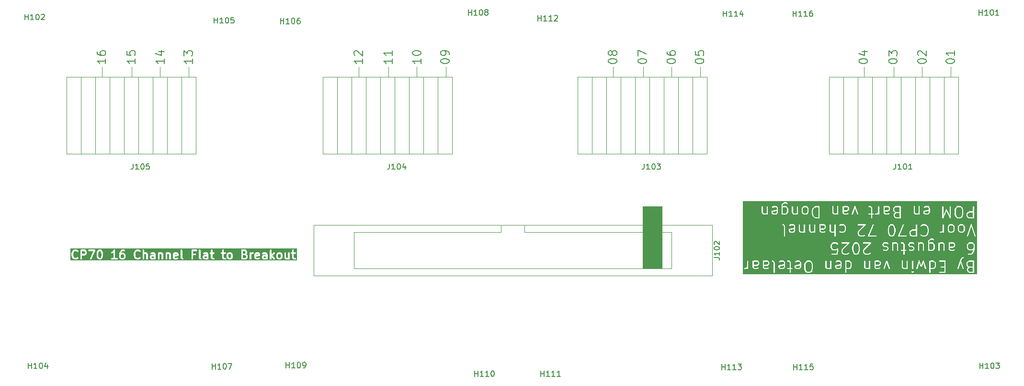
<source format=gbr>
%TF.GenerationSoftware,KiCad,Pcbnew,9.99.0-unknown-b0b07bbc41~182~ubuntu22.04.1*%
%TF.CreationDate,2025-08-06T14:03:11+02:00*%
%TF.ProjectId,CP70_pa_ba,43503730-5f70-4615-9f62-612e6b696361,rev?*%
%TF.SameCoordinates,Original*%
%TF.FileFunction,Legend,Top*%
%TF.FilePolarity,Positive*%
%FSLAX46Y46*%
G04 Gerber Fmt 4.6, Leading zero omitted, Abs format (unit mm)*
G04 Created by KiCad (PCBNEW 9.99.0-unknown-b0b07bbc41~182~ubuntu22.04.1) date 2025-08-06 14:03:11*
%MOMM*%
%LPD*%
G01*
G04 APERTURE LIST*
%ADD10C,0.100000*%
%ADD11C,0.200000*%
%ADD12C,0.300000*%
%ADD13C,0.150000*%
%ADD14C,0.120000*%
G04 APERTURE END LIST*
D10*
X172000000Y-105300000D02*
X175400000Y-105300000D01*
X175400000Y-116300000D01*
X172000000Y-116300000D01*
X172000000Y-105300000D01*
G36*
X172000000Y-105300000D02*
G01*
X175400000Y-105300000D01*
X175400000Y-116300000D01*
X172000000Y-116300000D01*
X172000000Y-105300000D01*
G37*
D11*
G36*
X201671084Y-115192248D02*
G01*
X201830501Y-115351664D01*
X201916036Y-115693801D01*
X201916036Y-116335849D01*
X201830501Y-116677986D01*
X201671085Y-116837401D01*
X201516239Y-116914825D01*
X201182501Y-116914825D01*
X201027652Y-116837400D01*
X200868237Y-116677985D01*
X200782703Y-116335849D01*
X200782703Y-115693802D01*
X200868237Y-115351665D01*
X201027651Y-115192250D01*
X201182501Y-115114825D01*
X201516238Y-115114825D01*
X201671084Y-115192248D01*
G37*
G36*
X230392231Y-116914825D02*
G01*
X229849172Y-116914825D01*
X229694324Y-116837401D01*
X229622035Y-116765112D01*
X229544612Y-116610266D01*
X229544612Y-116467004D01*
X229622035Y-116312158D01*
X229694324Y-116239868D01*
X229849172Y-116162444D01*
X230392231Y-116162444D01*
X230392231Y-116914825D01*
G37*
G36*
X230392231Y-115962444D02*
G01*
X229841791Y-115962444D01*
X229593869Y-115879803D01*
X229526797Y-115812731D01*
X229449374Y-115657885D01*
X229449374Y-115419385D01*
X229526797Y-115264539D01*
X229599086Y-115192249D01*
X229753934Y-115114825D01*
X230392231Y-115114825D01*
X230392231Y-115962444D01*
G37*
G36*
X208623466Y-115192248D02*
G01*
X208695756Y-115264538D01*
X208773180Y-115419385D01*
X208773180Y-115943598D01*
X208695756Y-116098446D01*
X208623467Y-116170736D01*
X208468621Y-116248159D01*
X208134883Y-116248159D01*
X208020799Y-116191117D01*
X208020799Y-115171867D01*
X208134883Y-115114825D01*
X208468620Y-115114825D01*
X208623466Y-115192248D01*
G37*
G36*
X223480611Y-115192248D02*
G01*
X223552901Y-115264538D01*
X223630325Y-115419385D01*
X223630325Y-115943598D01*
X223552901Y-116098446D01*
X223480612Y-116170736D01*
X223325766Y-116248159D01*
X222992028Y-116248159D01*
X222877944Y-116191117D01*
X222877944Y-115171867D01*
X222992028Y-115114825D01*
X223325765Y-115114825D01*
X223480611Y-115192248D01*
G37*
G36*
X192322451Y-115184598D02*
G01*
X192392226Y-115324147D01*
X192392226Y-115467408D01*
X192322452Y-115606956D01*
X192182905Y-115676730D01*
X191730321Y-115676730D01*
X191710812Y-115678651D01*
X191707491Y-115680026D01*
X191703908Y-115680281D01*
X191685600Y-115687287D01*
X191639845Y-115710164D01*
X191639845Y-115171867D01*
X191753929Y-115114825D01*
X192182904Y-115114825D01*
X192322451Y-115184598D01*
G37*
G36*
X194131975Y-115184598D02*
G01*
X194201750Y-115324147D01*
X194201750Y-115467408D01*
X194131976Y-115606956D01*
X193992429Y-115676730D01*
X193539845Y-115676730D01*
X193520336Y-115678651D01*
X193517015Y-115680026D01*
X193513432Y-115680281D01*
X193495124Y-115687287D01*
X193449369Y-115710164D01*
X193449369Y-115171867D01*
X193563453Y-115114825D01*
X193992428Y-115114825D01*
X194131975Y-115184598D01*
G37*
G36*
X196963655Y-116038836D02*
G01*
X196893881Y-116178385D01*
X196754334Y-116248159D01*
X196420596Y-116248159D01*
X196281047Y-116178385D01*
X196211274Y-116038837D01*
X196211274Y-115953948D01*
X196963655Y-115803472D01*
X196963655Y-116038836D01*
G37*
G36*
X199820798Y-116038836D02*
G01*
X199751024Y-116178385D01*
X199611477Y-116248159D01*
X199277739Y-116248159D01*
X199138190Y-116178385D01*
X199068417Y-116038837D01*
X199068417Y-115953948D01*
X199820798Y-115803472D01*
X199820798Y-116038836D01*
G37*
G36*
X206963656Y-116038836D02*
G01*
X206893882Y-116178385D01*
X206754335Y-116248159D01*
X206420597Y-116248159D01*
X206281048Y-116178385D01*
X206211275Y-116038837D01*
X206211275Y-115953948D01*
X206963656Y-115803472D01*
X206963656Y-116038836D01*
G37*
G36*
X213846263Y-115184598D02*
G01*
X213916038Y-115324147D01*
X213916038Y-115467408D01*
X213846264Y-115606956D01*
X213706717Y-115676730D01*
X213254133Y-115676730D01*
X213234624Y-115678651D01*
X213231303Y-115680026D01*
X213227720Y-115680281D01*
X213209412Y-115687287D01*
X213163657Y-115710164D01*
X213163657Y-115171867D01*
X213277741Y-115114825D01*
X213706716Y-115114825D01*
X213846263Y-115184598D01*
G37*
G36*
X209956800Y-111972360D02*
G01*
X210029090Y-112044650D01*
X210112162Y-112210795D01*
X210201752Y-112569151D01*
X210201752Y-113020723D01*
X210112162Y-113379079D01*
X210029090Y-113545224D01*
X209956801Y-113617514D01*
X209801955Y-113694937D01*
X209658693Y-113694937D01*
X209503845Y-113617513D01*
X209431556Y-113545224D01*
X209348484Y-113379081D01*
X209258895Y-113020723D01*
X209258895Y-112569152D01*
X209348484Y-112210794D01*
X209431556Y-112044651D01*
X209503845Y-111972361D01*
X209658693Y-111894937D01*
X209801954Y-111894937D01*
X209956800Y-111972360D01*
G37*
G36*
X230337755Y-111972360D02*
G01*
X230410045Y-112044650D01*
X230487469Y-112199497D01*
X230487469Y-112628472D01*
X230410045Y-112783319D01*
X230337757Y-112855609D01*
X230182910Y-112933033D01*
X229849172Y-112933033D01*
X229694323Y-112855609D01*
X229622036Y-112783321D01*
X229544612Y-112628473D01*
X229544612Y-112199497D01*
X229622035Y-112044651D01*
X229694324Y-111972361D01*
X229849172Y-111894937D01*
X230182909Y-111894937D01*
X230337755Y-111972360D01*
G37*
G36*
X223290135Y-111972360D02*
G01*
X223362425Y-112044650D01*
X223439849Y-112199497D01*
X223439849Y-112723710D01*
X223362425Y-112878558D01*
X223290136Y-112950848D01*
X223135290Y-113028271D01*
X222801552Y-113028271D01*
X222687468Y-112971229D01*
X222687468Y-111951979D01*
X222801552Y-111894937D01*
X223135289Y-111894937D01*
X223290135Y-111972360D01*
G37*
G36*
X226989122Y-111964710D02*
G01*
X227058897Y-112104259D01*
X227058897Y-112247520D01*
X226989123Y-112387068D01*
X226849576Y-112456842D01*
X226396992Y-112456842D01*
X226377483Y-112458763D01*
X226374162Y-112460138D01*
X226370579Y-112460393D01*
X226352271Y-112467399D01*
X226306516Y-112490276D01*
X226306516Y-111951979D01*
X226420600Y-111894937D01*
X226849575Y-111894937D01*
X226989122Y-111964710D01*
G37*
G36*
X216242516Y-108752472D02*
G01*
X216314806Y-108824762D01*
X216397878Y-108990907D01*
X216487468Y-109349263D01*
X216487468Y-109800835D01*
X216397878Y-110159191D01*
X216314806Y-110325336D01*
X216242517Y-110397626D01*
X216087671Y-110475049D01*
X215944409Y-110475049D01*
X215789561Y-110397625D01*
X215717272Y-110325336D01*
X215634200Y-110159193D01*
X215544611Y-109800835D01*
X215544611Y-109349264D01*
X215634200Y-108990906D01*
X215717272Y-108824763D01*
X215789561Y-108752473D01*
X215944409Y-108675049D01*
X216087670Y-108675049D01*
X216242516Y-108752472D01*
G37*
G36*
X220296992Y-110475049D02*
G01*
X219658695Y-110475049D01*
X219503847Y-110397625D01*
X219431558Y-110325336D01*
X219354135Y-110170490D01*
X219354135Y-109931990D01*
X219431559Y-109777141D01*
X219503846Y-109704853D01*
X219658695Y-109627430D01*
X220296992Y-109627430D01*
X220296992Y-110475049D01*
G37*
G36*
X198773180Y-109599060D02*
G01*
X198703406Y-109738609D01*
X198563859Y-109808383D01*
X198230121Y-109808383D01*
X198090572Y-109738609D01*
X198020799Y-109599061D01*
X198020799Y-109514172D01*
X198773180Y-109363696D01*
X198773180Y-109599060D01*
G37*
G36*
X204131977Y-108744822D02*
G01*
X204201752Y-108884371D01*
X204201752Y-109027632D01*
X204131978Y-109167180D01*
X203992431Y-109236954D01*
X203539847Y-109236954D01*
X203520338Y-109238875D01*
X203517017Y-109240250D01*
X203513434Y-109240505D01*
X203495126Y-109247511D01*
X203449371Y-109270388D01*
X203449371Y-108732091D01*
X203563455Y-108675049D01*
X203992430Y-108675049D01*
X204131977Y-108744822D01*
G37*
G36*
X226813945Y-108752472D02*
G01*
X226886235Y-108824762D01*
X226963659Y-108979609D01*
X226963659Y-109503822D01*
X226886235Y-109658670D01*
X226813946Y-109730960D01*
X226659100Y-109808383D01*
X226420600Y-109808383D01*
X226265752Y-109730959D01*
X226193463Y-109658670D01*
X226116040Y-109503823D01*
X226116040Y-108979609D01*
X226193463Y-108824763D01*
X226265752Y-108752473D01*
X226420600Y-108675049D01*
X226659099Y-108675049D01*
X226813945Y-108752472D01*
G37*
G36*
X228623469Y-108752472D02*
G01*
X228695759Y-108824762D01*
X228773183Y-108979609D01*
X228773183Y-109503822D01*
X228695759Y-109658670D01*
X228623470Y-109730960D01*
X228468624Y-109808383D01*
X228230124Y-109808383D01*
X228075276Y-109730959D01*
X228002987Y-109658670D01*
X227925564Y-109503823D01*
X227925564Y-108979609D01*
X228002987Y-108824763D01*
X228075276Y-108752473D01*
X228230124Y-108675049D01*
X228468623Y-108675049D01*
X228623469Y-108752472D01*
G37*
G36*
X203058895Y-107255161D02*
G01*
X202698932Y-107255161D01*
X202451008Y-107172520D01*
X202288699Y-107010210D01*
X202205627Y-106844067D01*
X202116038Y-106485709D01*
X202116038Y-106224614D01*
X202205627Y-105866256D01*
X202288699Y-105700112D01*
X202451008Y-105537802D01*
X202698932Y-105455161D01*
X203058895Y-105455161D01*
X203058895Y-107255161D01*
G37*
G36*
X217439849Y-107255161D02*
G01*
X216896790Y-107255161D01*
X216741942Y-107177737D01*
X216669653Y-107105448D01*
X216592230Y-106950602D01*
X216592230Y-106807340D01*
X216669653Y-106652494D01*
X216741942Y-106580204D01*
X216896790Y-106502780D01*
X217439849Y-106502780D01*
X217439849Y-107255161D01*
G37*
G36*
X217439849Y-106302780D02*
G01*
X216889409Y-106302780D01*
X216641487Y-106220139D01*
X216574415Y-106153067D01*
X216496992Y-105998221D01*
X216496992Y-105759721D01*
X216574415Y-105604875D01*
X216646704Y-105532585D01*
X216801552Y-105455161D01*
X217439849Y-105455161D01*
X217439849Y-106302780D01*
G37*
G36*
X228242517Y-105532584D02*
G01*
X228401934Y-105692000D01*
X228487469Y-106034137D01*
X228487469Y-106676185D01*
X228401934Y-107018322D01*
X228242518Y-107177737D01*
X228087672Y-107255161D01*
X227753934Y-107255161D01*
X227599085Y-107177736D01*
X227439670Y-107018321D01*
X227354136Y-106676185D01*
X227354136Y-106034138D01*
X227439670Y-105692001D01*
X227599084Y-105532586D01*
X227753934Y-105455161D01*
X228087671Y-105455161D01*
X228242517Y-105532584D01*
G37*
G36*
X230392231Y-107255161D02*
G01*
X229753934Y-107255161D01*
X229599086Y-107177737D01*
X229526797Y-107105448D01*
X229449374Y-106950602D01*
X229449374Y-106712102D01*
X229526798Y-106557253D01*
X229599085Y-106484965D01*
X229753934Y-106407542D01*
X230392231Y-106407542D01*
X230392231Y-107255161D01*
G37*
G36*
X195725561Y-106379172D02*
G01*
X195655787Y-106518721D01*
X195516240Y-106588495D01*
X195182502Y-106588495D01*
X195042953Y-106518721D01*
X194973180Y-106379173D01*
X194973180Y-106294284D01*
X195725561Y-106143808D01*
X195725561Y-106379172D01*
G37*
G36*
X197385371Y-105532584D02*
G01*
X197457661Y-105604874D01*
X197535085Y-105759721D01*
X197535085Y-106283934D01*
X197457661Y-106438782D01*
X197385372Y-106511072D01*
X197230526Y-106588495D01*
X196896788Y-106588495D01*
X196782704Y-106531453D01*
X196782704Y-105512203D01*
X196896788Y-105455161D01*
X197230525Y-105455161D01*
X197385371Y-105532584D01*
G37*
G36*
X201004419Y-105532584D02*
G01*
X201076709Y-105604874D01*
X201154133Y-105759721D01*
X201154133Y-106283934D01*
X201076709Y-106438782D01*
X201004420Y-106511072D01*
X200849574Y-106588495D01*
X200611074Y-106588495D01*
X200456226Y-106511071D01*
X200383937Y-106438782D01*
X200306514Y-106283935D01*
X200306514Y-105759721D01*
X200383937Y-105604875D01*
X200456226Y-105532585D01*
X200611074Y-105455161D01*
X200849573Y-105455161D01*
X201004419Y-105532584D01*
G37*
G36*
X208227216Y-105524934D02*
G01*
X208296991Y-105664483D01*
X208296991Y-105807744D01*
X208227217Y-105947292D01*
X208087670Y-106017066D01*
X207635086Y-106017066D01*
X207615577Y-106018987D01*
X207612256Y-106020362D01*
X207608673Y-106020617D01*
X207590365Y-106027623D01*
X207544610Y-106050500D01*
X207544610Y-105512203D01*
X207658694Y-105455161D01*
X208087669Y-105455161D01*
X208227216Y-105524934D01*
G37*
G36*
X215465312Y-105524934D02*
G01*
X215535087Y-105664483D01*
X215535087Y-105807744D01*
X215465313Y-105947292D01*
X215325766Y-106017066D01*
X214873182Y-106017066D01*
X214853673Y-106018987D01*
X214850352Y-106020362D01*
X214846769Y-106020617D01*
X214828461Y-106027623D01*
X214782706Y-106050500D01*
X214782706Y-105512203D01*
X214896790Y-105455161D01*
X215325765Y-105455161D01*
X215465312Y-105524934D01*
G37*
G36*
X222582707Y-106379172D02*
G01*
X222512933Y-106518721D01*
X222373386Y-106588495D01*
X222039648Y-106588495D01*
X221900099Y-106518721D01*
X221830326Y-106379173D01*
X221830326Y-106294284D01*
X222582707Y-106143808D01*
X222582707Y-106379172D01*
G37*
G36*
X231099382Y-117337047D02*
G01*
X189695734Y-117337047D01*
X189695734Y-116328650D01*
X189917956Y-116328650D01*
X189917956Y-116367668D01*
X189932888Y-116403716D01*
X189960478Y-116431306D01*
X189996526Y-116446238D01*
X190016035Y-116448159D01*
X190206512Y-116448159D01*
X190226021Y-116446238D01*
X190229341Y-116444862D01*
X190232925Y-116444608D01*
X190251233Y-116437602D01*
X190441710Y-116342364D01*
X190450108Y-116337077D01*
X190452545Y-116336068D01*
X190455288Y-116333816D01*
X190458300Y-116331921D01*
X190460032Y-116329923D01*
X190467699Y-116323632D01*
X190487464Y-116303867D01*
X190487464Y-116348159D01*
X190489385Y-116367668D01*
X190504317Y-116403716D01*
X190531907Y-116431306D01*
X190567955Y-116446238D01*
X190606973Y-116446238D01*
X190643021Y-116431306D01*
X190670611Y-116403716D01*
X190685543Y-116367668D01*
X190687464Y-116348159D01*
X190687464Y-115014825D01*
X191439845Y-115014825D01*
X191439845Y-116062444D01*
X191441766Y-116081953D01*
X191443141Y-116085273D01*
X191443396Y-116088857D01*
X191450402Y-116107165D01*
X191545640Y-116297643D01*
X191547694Y-116300907D01*
X191548207Y-116302444D01*
X191549866Y-116304358D01*
X191556083Y-116314233D01*
X191565555Y-116322448D01*
X191573771Y-116331921D01*
X191583644Y-116338135D01*
X191585560Y-116339797D01*
X191587098Y-116340309D01*
X191590362Y-116342364D01*
X191780838Y-116437602D01*
X191799146Y-116444608D01*
X191802729Y-116444862D01*
X191806050Y-116446238D01*
X191825559Y-116448159D01*
X192206512Y-116448159D01*
X192226021Y-116446238D01*
X192229341Y-116444862D01*
X192232925Y-116444608D01*
X192251233Y-116437602D01*
X192441710Y-116342364D01*
X192458300Y-116331921D01*
X192483864Y-116302444D01*
X192496203Y-116265428D01*
X192493438Y-116226508D01*
X192475988Y-116191609D01*
X192446511Y-116166045D01*
X192409496Y-116153706D01*
X192370575Y-116156472D01*
X192352267Y-116163478D01*
X192182905Y-116248159D01*
X191849167Y-116248159D01*
X191709618Y-116178385D01*
X191639845Y-116038837D01*
X191639845Y-115933771D01*
X191753929Y-115876730D01*
X192206512Y-115876730D01*
X192226021Y-115874809D01*
X192229341Y-115873433D01*
X192232925Y-115873179D01*
X192251233Y-115866173D01*
X192441710Y-115770935D01*
X192444974Y-115768880D01*
X192446511Y-115768368D01*
X192448425Y-115766708D01*
X192458300Y-115760492D01*
X192466515Y-115751019D01*
X192475988Y-115742804D01*
X192482202Y-115732930D01*
X192483864Y-115731015D01*
X192484376Y-115729476D01*
X192486431Y-115726213D01*
X192581669Y-115535737D01*
X192588675Y-115517429D01*
X192588929Y-115513845D01*
X192590305Y-115510525D01*
X192592226Y-115491016D01*
X192592226Y-115300540D01*
X192590305Y-115281031D01*
X192588929Y-115277710D01*
X192588675Y-115274127D01*
X192581669Y-115255819D01*
X192486431Y-115065343D01*
X192484376Y-115062079D01*
X192483864Y-115060541D01*
X192482202Y-115058625D01*
X192475988Y-115048752D01*
X192466515Y-115040536D01*
X192458300Y-115031064D01*
X192448425Y-115024847D01*
X192446511Y-115023188D01*
X192444974Y-115022675D01*
X192441710Y-115020621D01*
X192430118Y-115014825D01*
X193249369Y-115014825D01*
X193249369Y-116062444D01*
X193251290Y-116081953D01*
X193252665Y-116085273D01*
X193252920Y-116088857D01*
X193259926Y-116107165D01*
X193355164Y-116297643D01*
X193357218Y-116300907D01*
X193357731Y-116302444D01*
X193359390Y-116304358D01*
X193365607Y-116314233D01*
X193375079Y-116322448D01*
X193383295Y-116331921D01*
X193393168Y-116338135D01*
X193395084Y-116339797D01*
X193396622Y-116340309D01*
X193399886Y-116342364D01*
X193590362Y-116437602D01*
X193608670Y-116444608D01*
X193612253Y-116444862D01*
X193615574Y-116446238D01*
X193635083Y-116448159D01*
X194016036Y-116448159D01*
X194035545Y-116446238D01*
X194038865Y-116444862D01*
X194042449Y-116444608D01*
X194060757Y-116437602D01*
X194251234Y-116342364D01*
X194267824Y-116331921D01*
X194293388Y-116302444D01*
X194305727Y-116265428D01*
X194302962Y-116226508D01*
X194285512Y-116191609D01*
X194256035Y-116166045D01*
X194219020Y-116153706D01*
X194180099Y-116156472D01*
X194161791Y-116163478D01*
X193992429Y-116248159D01*
X193658691Y-116248159D01*
X193519142Y-116178385D01*
X193449369Y-116038837D01*
X193449369Y-115933771D01*
X193563453Y-115876730D01*
X194016036Y-115876730D01*
X194035545Y-115874809D01*
X194038865Y-115873433D01*
X194042449Y-115873179D01*
X194060757Y-115866173D01*
X194251234Y-115770935D01*
X194254498Y-115768880D01*
X194256035Y-115768368D01*
X194257949Y-115766708D01*
X194267824Y-115760492D01*
X194276039Y-115751019D01*
X194285512Y-115742804D01*
X194291726Y-115732930D01*
X194293388Y-115731015D01*
X194293900Y-115729476D01*
X194295955Y-115726213D01*
X194391193Y-115535737D01*
X194398199Y-115517429D01*
X194398453Y-115513845D01*
X194399829Y-115510525D01*
X194401750Y-115491016D01*
X194401750Y-115300540D01*
X194399829Y-115281031D01*
X194398453Y-115277710D01*
X194398199Y-115274127D01*
X194391193Y-115255819D01*
X194295955Y-115065343D01*
X194293900Y-115062079D01*
X194293388Y-115060541D01*
X194291726Y-115058625D01*
X194285512Y-115048752D01*
X194276039Y-115040536D01*
X194267824Y-115031064D01*
X194261896Y-115027332D01*
X194869202Y-115027332D01*
X194881541Y-115064348D01*
X194907105Y-115093825D01*
X194923695Y-115104268D01*
X195084356Y-115184598D01*
X195154131Y-115324147D01*
X195154131Y-117014825D01*
X195156052Y-117034334D01*
X195170984Y-117070382D01*
X195198574Y-117097972D01*
X195234622Y-117112904D01*
X195273640Y-117112904D01*
X195309688Y-117097972D01*
X195337278Y-117070382D01*
X195352210Y-117034334D01*
X195354131Y-117014825D01*
X195354131Y-115871968D01*
X196011274Y-115871968D01*
X196011274Y-116062444D01*
X196013195Y-116081953D01*
X196014570Y-116085273D01*
X196014825Y-116088857D01*
X196021831Y-116107165D01*
X196117069Y-116297643D01*
X196119123Y-116300907D01*
X196119636Y-116302444D01*
X196121295Y-116304358D01*
X196127512Y-116314233D01*
X196136984Y-116322448D01*
X196145200Y-116331921D01*
X196155073Y-116338135D01*
X196156989Y-116339797D01*
X196158527Y-116340309D01*
X196161791Y-116342364D01*
X196352267Y-116437602D01*
X196370575Y-116444608D01*
X196374158Y-116444862D01*
X196377479Y-116446238D01*
X196396988Y-116448159D01*
X196777941Y-116448159D01*
X196797450Y-116446238D01*
X196800770Y-116444862D01*
X196804354Y-116444608D01*
X196822662Y-116437602D01*
X197013139Y-116342364D01*
X197016403Y-116340309D01*
X197017940Y-116339797D01*
X197019853Y-116338137D01*
X197029729Y-116331921D01*
X197037946Y-116322445D01*
X197047417Y-116314232D01*
X197053630Y-116304360D01*
X197055293Y-116302444D01*
X197055806Y-116300905D01*
X197057860Y-116297642D01*
X197153098Y-116107165D01*
X197160104Y-116088856D01*
X197160358Y-116085273D01*
X197161734Y-116081953D01*
X197163655Y-116062444D01*
X197163655Y-115681392D01*
X197163656Y-115681387D01*
X197163655Y-115681382D01*
X197163655Y-115300540D01*
X197161734Y-115281031D01*
X197160358Y-115277710D01*
X197160104Y-115274127D01*
X197153098Y-115255819D01*
X197057860Y-115065343D01*
X197055805Y-115062079D01*
X197055293Y-115060541D01*
X197053631Y-115058625D01*
X197047417Y-115048752D01*
X197037944Y-115040536D01*
X197029729Y-115031064D01*
X197019854Y-115024847D01*
X197017940Y-115023188D01*
X197016403Y-115022675D01*
X197013139Y-115020621D01*
X196962530Y-114995316D01*
X197537005Y-114995316D01*
X197537005Y-115034334D01*
X197551937Y-115070382D01*
X197579527Y-115097972D01*
X197615575Y-115112904D01*
X197635084Y-115114825D01*
X197801952Y-115114825D01*
X197941499Y-115184598D01*
X198011274Y-115324147D01*
X198011274Y-116248159D01*
X197635084Y-116248159D01*
X197615575Y-116250080D01*
X197579527Y-116265012D01*
X197551937Y-116292602D01*
X197537005Y-116328650D01*
X197537005Y-116367668D01*
X197551937Y-116403716D01*
X197579527Y-116431306D01*
X197615575Y-116446238D01*
X197635084Y-116448159D01*
X198011274Y-116448159D01*
X198011274Y-117014825D01*
X198013195Y-117034334D01*
X198028127Y-117070382D01*
X198055717Y-117097972D01*
X198091765Y-117112904D01*
X198130783Y-117112904D01*
X198166831Y-117097972D01*
X198194421Y-117070382D01*
X198209353Y-117034334D01*
X198211274Y-117014825D01*
X198211274Y-116448159D01*
X198396988Y-116448159D01*
X198416497Y-116446238D01*
X198452545Y-116431306D01*
X198480135Y-116403716D01*
X198495067Y-116367668D01*
X198495067Y-116328650D01*
X198480135Y-116292602D01*
X198452545Y-116265012D01*
X198416497Y-116250080D01*
X198396988Y-116248159D01*
X198211274Y-116248159D01*
X198211274Y-115871968D01*
X198868417Y-115871968D01*
X198868417Y-116062444D01*
X198870338Y-116081953D01*
X198871713Y-116085273D01*
X198871968Y-116088857D01*
X198878974Y-116107165D01*
X198974212Y-116297643D01*
X198976266Y-116300907D01*
X198976779Y-116302444D01*
X198978438Y-116304358D01*
X198984655Y-116314233D01*
X198994127Y-116322448D01*
X199002343Y-116331921D01*
X199012216Y-116338135D01*
X199014132Y-116339797D01*
X199015670Y-116340309D01*
X199018934Y-116342364D01*
X199209410Y-116437602D01*
X199227718Y-116444608D01*
X199231301Y-116444862D01*
X199234622Y-116446238D01*
X199254131Y-116448159D01*
X199635084Y-116448159D01*
X199654593Y-116446238D01*
X199657913Y-116444862D01*
X199661497Y-116444608D01*
X199679805Y-116437602D01*
X199870282Y-116342364D01*
X199873546Y-116340309D01*
X199875083Y-116339797D01*
X199876996Y-116338137D01*
X199886872Y-116331921D01*
X199895089Y-116322445D01*
X199904560Y-116314232D01*
X199910773Y-116304360D01*
X199912436Y-116302444D01*
X199912949Y-116300905D01*
X199915003Y-116297642D01*
X200010241Y-116107165D01*
X200017247Y-116088856D01*
X200017501Y-116085273D01*
X200018877Y-116081953D01*
X200020798Y-116062444D01*
X200020798Y-115681492D01*
X200582703Y-115681492D01*
X200582703Y-116348159D01*
X200583038Y-116351561D01*
X200582821Y-116353020D01*
X200583900Y-116360317D01*
X200584624Y-116367668D01*
X200585188Y-116369031D01*
X200585689Y-116372413D01*
X200680927Y-116753364D01*
X200687522Y-116771825D01*
X200691948Y-116777799D01*
X200694794Y-116784668D01*
X200707230Y-116799822D01*
X200897707Y-116990298D01*
X200905371Y-116996588D01*
X200907105Y-116998587D01*
X200910117Y-117000482D01*
X200912860Y-117002734D01*
X200915297Y-117003743D01*
X200923696Y-117009030D01*
X201114172Y-117104268D01*
X201132480Y-117111274D01*
X201136063Y-117111528D01*
X201139384Y-117112904D01*
X201158893Y-117114825D01*
X201539846Y-117114825D01*
X201559355Y-117112904D01*
X201562675Y-117111528D01*
X201566259Y-117111274D01*
X201584567Y-117104268D01*
X201775044Y-117009030D01*
X201783442Y-117003743D01*
X201785879Y-117002734D01*
X201788622Y-117000482D01*
X201791634Y-116998587D01*
X201793366Y-116996589D01*
X201801033Y-116990298D01*
X201991509Y-116799821D01*
X202003945Y-116784668D01*
X202006790Y-116777799D01*
X202011217Y-116771825D01*
X202017812Y-116753365D01*
X202113050Y-116372413D01*
X202113550Y-116369031D01*
X202114115Y-116367668D01*
X202114838Y-116360317D01*
X202115918Y-116353020D01*
X202115700Y-116351561D01*
X202116036Y-116348159D01*
X202116036Y-115681492D01*
X202115700Y-115678089D01*
X202115918Y-115676631D01*
X202114838Y-115669333D01*
X202114115Y-115661983D01*
X202113550Y-115660619D01*
X202113050Y-115657238D01*
X202017812Y-115276286D01*
X202011217Y-115257826D01*
X202006790Y-115251851D01*
X202003945Y-115244983D01*
X201991509Y-115229830D01*
X201801033Y-115039353D01*
X201793366Y-115033061D01*
X201791634Y-115031064D01*
X201788622Y-115029168D01*
X201785879Y-115026917D01*
X201783442Y-115025907D01*
X201775044Y-115020621D01*
X201763452Y-115014825D01*
X204296989Y-115014825D01*
X204296989Y-116062444D01*
X204298910Y-116081953D01*
X204300285Y-116085273D01*
X204300540Y-116088857D01*
X204307546Y-116107165D01*
X204402784Y-116297643D01*
X204404838Y-116300907D01*
X204405351Y-116302444D01*
X204407010Y-116304358D01*
X204413227Y-116314233D01*
X204422699Y-116322448D01*
X204430915Y-116331921D01*
X204440788Y-116338135D01*
X204442704Y-116339797D01*
X204444242Y-116340309D01*
X204447506Y-116342364D01*
X204637982Y-116437602D01*
X204656290Y-116444608D01*
X204659873Y-116444862D01*
X204663194Y-116446238D01*
X204682703Y-116448159D01*
X204968418Y-116448159D01*
X204987927Y-116446238D01*
X204991247Y-116444862D01*
X204994831Y-116444608D01*
X205013139Y-116437602D01*
X205155910Y-116366216D01*
X205156053Y-116367668D01*
X205170985Y-116403716D01*
X205198575Y-116431306D01*
X205234623Y-116446238D01*
X205273641Y-116446238D01*
X205309689Y-116431306D01*
X205337279Y-116403716D01*
X205352211Y-116367668D01*
X205354132Y-116348159D01*
X205354132Y-115871968D01*
X206011275Y-115871968D01*
X206011275Y-116062444D01*
X206013196Y-116081953D01*
X206014571Y-116085273D01*
X206014826Y-116088857D01*
X206021832Y-116107165D01*
X206117070Y-116297643D01*
X206119124Y-116300907D01*
X206119637Y-116302444D01*
X206121296Y-116304358D01*
X206127513Y-116314233D01*
X206136985Y-116322448D01*
X206145201Y-116331921D01*
X206155074Y-116338135D01*
X206156990Y-116339797D01*
X206158528Y-116340309D01*
X206161792Y-116342364D01*
X206352268Y-116437602D01*
X206370576Y-116444608D01*
X206374159Y-116444862D01*
X206377480Y-116446238D01*
X206396989Y-116448159D01*
X206777942Y-116448159D01*
X206797451Y-116446238D01*
X206800771Y-116444862D01*
X206804355Y-116444608D01*
X206822663Y-116437602D01*
X207013140Y-116342364D01*
X207016404Y-116340309D01*
X207017941Y-116339797D01*
X207019854Y-116338137D01*
X207029730Y-116331921D01*
X207037947Y-116322445D01*
X207047418Y-116314232D01*
X207053631Y-116304360D01*
X207055294Y-116302444D01*
X207055807Y-116300905D01*
X207057861Y-116297642D01*
X207153099Y-116107165D01*
X207160105Y-116088856D01*
X207160359Y-116085273D01*
X207161735Y-116081953D01*
X207163656Y-116062444D01*
X207163656Y-115681392D01*
X207163657Y-115681387D01*
X207163656Y-115681382D01*
X207163656Y-115300540D01*
X207161735Y-115281031D01*
X207160359Y-115277710D01*
X207160105Y-115274127D01*
X207153099Y-115255819D01*
X207057861Y-115065343D01*
X207055806Y-115062079D01*
X207055294Y-115060541D01*
X207053632Y-115058625D01*
X207047418Y-115048752D01*
X207037945Y-115040536D01*
X207029730Y-115031064D01*
X207019855Y-115024847D01*
X207017941Y-115023188D01*
X207016404Y-115022675D01*
X207013140Y-115020621D01*
X207001548Y-115014825D01*
X207820799Y-115014825D01*
X207820799Y-117014825D01*
X207822720Y-117034334D01*
X207837652Y-117070382D01*
X207865242Y-117097972D01*
X207901290Y-117112904D01*
X207940308Y-117112904D01*
X207976356Y-117097972D01*
X208003946Y-117070382D01*
X208018878Y-117034334D01*
X208020799Y-117014825D01*
X208020799Y-116900078D01*
X219537008Y-116900078D01*
X219537008Y-116939096D01*
X219551940Y-116975144D01*
X219564376Y-116990298D01*
X219659614Y-117085536D01*
X219674768Y-117097972D01*
X219710816Y-117112904D01*
X219749834Y-117112904D01*
X219785882Y-117097972D01*
X219801036Y-117085536D01*
X219896274Y-116990298D01*
X219908710Y-116975144D01*
X219923642Y-116939096D01*
X219923642Y-116900078D01*
X219908710Y-116864030D01*
X219896274Y-116848876D01*
X219801036Y-116753638D01*
X219785882Y-116741202D01*
X219749834Y-116726270D01*
X219710816Y-116726270D01*
X219674768Y-116741202D01*
X219659614Y-116753638D01*
X219564376Y-116848876D01*
X219551940Y-116864030D01*
X219537008Y-116900078D01*
X208020799Y-116900078D01*
X208020799Y-116414724D01*
X208066554Y-116437602D01*
X208084862Y-116444608D01*
X208088445Y-116444862D01*
X208091766Y-116446238D01*
X208111275Y-116448159D01*
X208492228Y-116448159D01*
X208511737Y-116446238D01*
X208515057Y-116444862D01*
X208518641Y-116444608D01*
X208536949Y-116437602D01*
X208727426Y-116342364D01*
X208735824Y-116337077D01*
X208738261Y-116336068D01*
X208741004Y-116333816D01*
X208744016Y-116331921D01*
X208745748Y-116329923D01*
X208753415Y-116323632D01*
X208848653Y-116228394D01*
X208854947Y-116220723D01*
X208856942Y-116218994D01*
X208858835Y-116215986D01*
X208861089Y-116213240D01*
X208862099Y-116210800D01*
X208867385Y-116202404D01*
X208962623Y-116011927D01*
X208969629Y-115993618D01*
X208969883Y-115990035D01*
X208971259Y-115986715D01*
X208973180Y-115967206D01*
X208973180Y-115395778D01*
X208971259Y-115376269D01*
X208969883Y-115372948D01*
X208969629Y-115369365D01*
X208962623Y-115351057D01*
X208867385Y-115160581D01*
X208862098Y-115152182D01*
X208861089Y-115149745D01*
X208858837Y-115147001D01*
X208856942Y-115143990D01*
X208854944Y-115142257D01*
X208848653Y-115134591D01*
X208753415Y-115039353D01*
X208745748Y-115033061D01*
X208744016Y-115031064D01*
X208741004Y-115029168D01*
X208738261Y-115026917D01*
X208735824Y-115025907D01*
X208727426Y-115020621D01*
X208715834Y-115014825D01*
X211154133Y-115014825D01*
X211154133Y-116062444D01*
X211156054Y-116081953D01*
X211157429Y-116085273D01*
X211157684Y-116088857D01*
X211164690Y-116107165D01*
X211259928Y-116297643D01*
X211261982Y-116300907D01*
X211262495Y-116302444D01*
X211264154Y-116304358D01*
X211270371Y-116314233D01*
X211279843Y-116322448D01*
X211288059Y-116331921D01*
X211297932Y-116338135D01*
X211299848Y-116339797D01*
X211301386Y-116340309D01*
X211304650Y-116342364D01*
X211495126Y-116437602D01*
X211513434Y-116444608D01*
X211517017Y-116444862D01*
X211520338Y-116446238D01*
X211539847Y-116448159D01*
X211825562Y-116448159D01*
X211845071Y-116446238D01*
X211848391Y-116444862D01*
X211851975Y-116444608D01*
X211870283Y-116437602D01*
X212013054Y-116366216D01*
X212013197Y-116367668D01*
X212028129Y-116403716D01*
X212055719Y-116431306D01*
X212091767Y-116446238D01*
X212130785Y-116446238D01*
X212166833Y-116431306D01*
X212194423Y-116403716D01*
X212209355Y-116367668D01*
X212211276Y-116348159D01*
X212211276Y-115014825D01*
X212963657Y-115014825D01*
X212963657Y-116062444D01*
X212965578Y-116081953D01*
X212966953Y-116085273D01*
X212967208Y-116088857D01*
X212974214Y-116107165D01*
X213069452Y-116297643D01*
X213071506Y-116300907D01*
X213072019Y-116302444D01*
X213073678Y-116304358D01*
X213079895Y-116314233D01*
X213089367Y-116322448D01*
X213097583Y-116331921D01*
X213107456Y-116338135D01*
X213109372Y-116339797D01*
X213110910Y-116340309D01*
X213114174Y-116342364D01*
X213304650Y-116437602D01*
X213322958Y-116444608D01*
X213326541Y-116444862D01*
X213329862Y-116446238D01*
X213349371Y-116448159D01*
X213730324Y-116448159D01*
X213749833Y-116446238D01*
X213753153Y-116444862D01*
X213756737Y-116444608D01*
X213775045Y-116437602D01*
X213965522Y-116342364D01*
X213979534Y-116333544D01*
X214583778Y-116333544D01*
X214585716Y-116372514D01*
X214602419Y-116407776D01*
X214631345Y-116433963D01*
X214668090Y-116447086D01*
X214707060Y-116445148D01*
X214742322Y-116428445D01*
X214768509Y-116399519D01*
X214776879Y-116381793D01*
X215158895Y-115312146D01*
X215540912Y-116381793D01*
X215549283Y-116399519D01*
X215575469Y-116428445D01*
X215610731Y-116445148D01*
X215649701Y-116447086D01*
X215686446Y-116433963D01*
X215715372Y-116407777D01*
X215732075Y-116372514D01*
X215734013Y-116333544D01*
X215729260Y-116314526D01*
X215265082Y-115014825D01*
X217820801Y-115014825D01*
X217820801Y-116062444D01*
X217822722Y-116081953D01*
X217824097Y-116085273D01*
X217824352Y-116088857D01*
X217831358Y-116107165D01*
X217926596Y-116297643D01*
X217928650Y-116300907D01*
X217929163Y-116302444D01*
X217930822Y-116304358D01*
X217937039Y-116314233D01*
X217946511Y-116322448D01*
X217954727Y-116331921D01*
X217964600Y-116338135D01*
X217966516Y-116339797D01*
X217968054Y-116340309D01*
X217971318Y-116342364D01*
X218161794Y-116437602D01*
X218180102Y-116444608D01*
X218183685Y-116444862D01*
X218187006Y-116446238D01*
X218206515Y-116448159D01*
X218492230Y-116448159D01*
X218511739Y-116446238D01*
X218515059Y-116444862D01*
X218518643Y-116444608D01*
X218536951Y-116437602D01*
X218679722Y-116366216D01*
X218679865Y-116367668D01*
X218694797Y-116403716D01*
X218722387Y-116431306D01*
X218758435Y-116446238D01*
X218797453Y-116446238D01*
X218833501Y-116431306D01*
X218861091Y-116403716D01*
X218876023Y-116367668D01*
X218877944Y-116348159D01*
X218877944Y-115014825D01*
X219630325Y-115014825D01*
X219630325Y-116348159D01*
X219632246Y-116367668D01*
X219647178Y-116403716D01*
X219674768Y-116431306D01*
X219710816Y-116446238D01*
X219749834Y-116446238D01*
X219785882Y-116431306D01*
X219813472Y-116403716D01*
X219828404Y-116367668D01*
X219830325Y-116348159D01*
X219830325Y-116339973D01*
X220392565Y-116339973D01*
X220397019Y-116378736D01*
X220415968Y-116412844D01*
X220446527Y-116437105D01*
X220484044Y-116447824D01*
X220522807Y-116443370D01*
X220556915Y-116424421D01*
X220581176Y-116393862D01*
X220588382Y-116375631D01*
X220888972Y-115323561D01*
X221161286Y-116004345D01*
X221170316Y-116021746D01*
X221171183Y-116022634D01*
X221171671Y-116023773D01*
X221184766Y-116036552D01*
X221197567Y-116049670D01*
X221198707Y-116050158D01*
X221199595Y-116051025D01*
X221216608Y-116057830D01*
X221233431Y-116065040D01*
X221234669Y-116065055D01*
X221235822Y-116065516D01*
X221254114Y-116065292D01*
X221272446Y-116065516D01*
X221273600Y-116065054D01*
X221274837Y-116065039D01*
X221291624Y-116057844D01*
X221308673Y-116051025D01*
X221309562Y-116050156D01*
X221310701Y-116049669D01*
X221323480Y-116036574D01*
X221336598Y-116023773D01*
X221337086Y-116022632D01*
X221337953Y-116021745D01*
X221346982Y-116004345D01*
X221619296Y-115323561D01*
X221919887Y-116375631D01*
X221927093Y-116393862D01*
X221951354Y-116424420D01*
X221985462Y-116443369D01*
X222024225Y-116447824D01*
X222061742Y-116437105D01*
X222092301Y-116412844D01*
X222111249Y-116378736D01*
X222115704Y-116339973D01*
X222112191Y-116320687D01*
X221739088Y-115014825D01*
X222677944Y-115014825D01*
X222677944Y-117014825D01*
X222679865Y-117034334D01*
X222694797Y-117070382D01*
X222722387Y-117097972D01*
X222758435Y-117112904D01*
X222797453Y-117112904D01*
X222833501Y-117097972D01*
X222861091Y-117070382D01*
X222876023Y-117034334D01*
X222877944Y-117014825D01*
X222877944Y-116414724D01*
X222923699Y-116437602D01*
X222942007Y-116444608D01*
X222945590Y-116444862D01*
X222948911Y-116446238D01*
X222968420Y-116448159D01*
X223349373Y-116448159D01*
X223368882Y-116446238D01*
X223372202Y-116444862D01*
X223375786Y-116444608D01*
X223394094Y-116437602D01*
X223584571Y-116342364D01*
X223592969Y-116337077D01*
X223595406Y-116336068D01*
X223598149Y-116333816D01*
X223601161Y-116331921D01*
X223602893Y-116329923D01*
X223610560Y-116323632D01*
X223705798Y-116228394D01*
X223712092Y-116220723D01*
X223714087Y-116218994D01*
X223715980Y-116215986D01*
X223718234Y-116213240D01*
X223719244Y-116210800D01*
X223724530Y-116202404D01*
X223819768Y-116011927D01*
X223826774Y-115993618D01*
X223827028Y-115990035D01*
X223828404Y-115986715D01*
X223830325Y-115967206D01*
X223830325Y-115395778D01*
X223828404Y-115376269D01*
X223827028Y-115372948D01*
X223826774Y-115369365D01*
X223819768Y-115351057D01*
X223724530Y-115160581D01*
X223719243Y-115152182D01*
X223718234Y-115149745D01*
X223715982Y-115147001D01*
X223714087Y-115143990D01*
X223712089Y-115142257D01*
X223705798Y-115134591D01*
X223610560Y-115039353D01*
X223602893Y-115033061D01*
X223601161Y-115031064D01*
X223598149Y-115029168D01*
X223595406Y-115026917D01*
X223592969Y-115025907D01*
X223584571Y-115020621D01*
X223533962Y-114995316D01*
X224394151Y-114995316D01*
X224394151Y-115034334D01*
X224409083Y-115070382D01*
X224436673Y-115097972D01*
X224472721Y-115112904D01*
X224492230Y-115114825D01*
X225344611Y-115114825D01*
X225344611Y-115962444D01*
X224777944Y-115962444D01*
X224758435Y-115964365D01*
X224722387Y-115979297D01*
X224694797Y-116006887D01*
X224679865Y-116042935D01*
X224679865Y-116081953D01*
X224694797Y-116118001D01*
X224722387Y-116145591D01*
X224758435Y-116160523D01*
X224777944Y-116162444D01*
X225344611Y-116162444D01*
X225344611Y-116914825D01*
X224492230Y-116914825D01*
X224472721Y-116916746D01*
X224436673Y-116931678D01*
X224409083Y-116959268D01*
X224394151Y-116995316D01*
X224394151Y-117034334D01*
X224409083Y-117070382D01*
X224436673Y-117097972D01*
X224472721Y-117112904D01*
X224492230Y-117114825D01*
X225444611Y-117114825D01*
X225464120Y-117112904D01*
X225500168Y-117097972D01*
X225527758Y-117070382D01*
X225542690Y-117034334D01*
X225544611Y-117014825D01*
X225544611Y-116333544D01*
X227631399Y-116333544D01*
X227633337Y-116372514D01*
X227650040Y-116407776D01*
X227678966Y-116433963D01*
X227715711Y-116447086D01*
X227754681Y-116445148D01*
X227789943Y-116428445D01*
X227816130Y-116399519D01*
X227824500Y-116381793D01*
X228206516Y-115312146D01*
X228588533Y-116381793D01*
X228596904Y-116399519D01*
X228623090Y-116428445D01*
X228658352Y-116445148D01*
X228697322Y-116447086D01*
X228734067Y-116433963D01*
X228762993Y-116407777D01*
X228779696Y-116372514D01*
X228781634Y-116333544D01*
X228776881Y-116314526D01*
X228448757Y-115395778D01*
X229249374Y-115395778D01*
X229249374Y-115681492D01*
X229251295Y-115701001D01*
X229252670Y-115704321D01*
X229252925Y-115707905D01*
X229259931Y-115726213D01*
X229355169Y-115916690D01*
X229360455Y-115925088D01*
X229361465Y-115927525D01*
X229363716Y-115930268D01*
X229365612Y-115933280D01*
X229367609Y-115935012D01*
X229373901Y-115942679D01*
X229469139Y-116037917D01*
X229484293Y-116050353D01*
X229487611Y-116051727D01*
X229490327Y-116054083D01*
X229508227Y-116062074D01*
X229569733Y-116082576D01*
X229564377Y-116086972D01*
X229469139Y-116182210D01*
X229462847Y-116189876D01*
X229460850Y-116191609D01*
X229458954Y-116194620D01*
X229456703Y-116197364D01*
X229455693Y-116199800D01*
X229450407Y-116208199D01*
X229355169Y-116398676D01*
X229348163Y-116416984D01*
X229347908Y-116420567D01*
X229346533Y-116423888D01*
X229344612Y-116443397D01*
X229344612Y-116633873D01*
X229346533Y-116653382D01*
X229347908Y-116656702D01*
X229348163Y-116660286D01*
X229355169Y-116678594D01*
X229450407Y-116869071D01*
X229455693Y-116877469D01*
X229456703Y-116879906D01*
X229458954Y-116882649D01*
X229460850Y-116885661D01*
X229462847Y-116887393D01*
X229469139Y-116895060D01*
X229564377Y-116990298D01*
X229572043Y-116996589D01*
X229573776Y-116998587D01*
X229576787Y-117000482D01*
X229579531Y-117002734D01*
X229581968Y-117003743D01*
X229590367Y-117009030D01*
X229780843Y-117104268D01*
X229799151Y-117111274D01*
X229802734Y-117111528D01*
X229806055Y-117112904D01*
X229825564Y-117114825D01*
X230492231Y-117114825D01*
X230511740Y-117112904D01*
X230547788Y-117097972D01*
X230575378Y-117070382D01*
X230590310Y-117034334D01*
X230592231Y-117014825D01*
X230592231Y-115014825D01*
X230590310Y-114995316D01*
X230575378Y-114959268D01*
X230547788Y-114931678D01*
X230511740Y-114916746D01*
X230492231Y-114914825D01*
X229730326Y-114914825D01*
X229710817Y-114916746D01*
X229707496Y-114918121D01*
X229703913Y-114918376D01*
X229685604Y-114925383D01*
X229495128Y-115020621D01*
X229486729Y-115025907D01*
X229484293Y-115026917D01*
X229481549Y-115029168D01*
X229478538Y-115031064D01*
X229476805Y-115033061D01*
X229469139Y-115039353D01*
X229373901Y-115134591D01*
X229367609Y-115142257D01*
X229365612Y-115143990D01*
X229363716Y-115147001D01*
X229361465Y-115149745D01*
X229360455Y-115152181D01*
X229355169Y-115160580D01*
X229259931Y-115351057D01*
X229252925Y-115369365D01*
X229252670Y-115372948D01*
X229251295Y-115376269D01*
X229249374Y-115395778D01*
X228448757Y-115395778D01*
X228313418Y-115016829D01*
X228482217Y-114594832D01*
X228551467Y-114525582D01*
X228727429Y-114437602D01*
X228744019Y-114427159D01*
X228769583Y-114397682D01*
X228781922Y-114360666D01*
X228779157Y-114321746D01*
X228761707Y-114286847D01*
X228732230Y-114261283D01*
X228695215Y-114248944D01*
X228656294Y-114251710D01*
X228637986Y-114258716D01*
X228447510Y-114353954D01*
X228439111Y-114359240D01*
X228436674Y-114360250D01*
X228433930Y-114362501D01*
X228430919Y-114364397D01*
X228429186Y-114366394D01*
X228421520Y-114372686D01*
X228326282Y-114467924D01*
X228313846Y-114483078D01*
X228313608Y-114483650D01*
X228313174Y-114484096D01*
X228304145Y-114501496D01*
X228113669Y-114977686D01*
X228113144Y-114979493D01*
X228112343Y-114981191D01*
X227636152Y-116314525D01*
X227631399Y-116333544D01*
X225544611Y-116333544D01*
X225544611Y-115014825D01*
X225542690Y-114995316D01*
X225527758Y-114959268D01*
X225500168Y-114931678D01*
X225464120Y-114916746D01*
X225444611Y-114914825D01*
X224492230Y-114914825D01*
X224472721Y-114916746D01*
X224436673Y-114931678D01*
X224409083Y-114959268D01*
X224394151Y-114995316D01*
X223533962Y-114995316D01*
X223394095Y-114925382D01*
X223375786Y-114918376D01*
X223372202Y-114918121D01*
X223368882Y-114916746D01*
X223349373Y-114914825D01*
X222968420Y-114914825D01*
X222948911Y-114916746D01*
X222945590Y-114918121D01*
X222942007Y-114918376D01*
X222923698Y-114925383D01*
X222859370Y-114957547D01*
X222833501Y-114931678D01*
X222797453Y-114916746D01*
X222758435Y-114916746D01*
X222722387Y-114931678D01*
X222694797Y-114959268D01*
X222679865Y-114995316D01*
X222677944Y-115014825D01*
X221739088Y-115014825D01*
X221731239Y-114987353D01*
X221724033Y-114969122D01*
X221720062Y-114964120D01*
X221717550Y-114958258D01*
X221708038Y-114948975D01*
X221699772Y-114938563D01*
X221694194Y-114935464D01*
X221689626Y-114931006D01*
X221677281Y-114926067D01*
X221665664Y-114919614D01*
X221659325Y-114918885D01*
X221653399Y-114916515D01*
X221640107Y-114916677D01*
X221626901Y-114915160D01*
X221620761Y-114916914D01*
X221614384Y-114916992D01*
X221602173Y-114922224D01*
X221589384Y-114925879D01*
X221584382Y-114929849D01*
X221578520Y-114932362D01*
X221569237Y-114941873D01*
X221558825Y-114950140D01*
X221555726Y-114955717D01*
X221551268Y-114960286D01*
X221542239Y-114977686D01*
X221254134Y-115697947D01*
X220966030Y-114977686D01*
X220957001Y-114960286D01*
X220952542Y-114955717D01*
X220949444Y-114950140D01*
X220939031Y-114941873D01*
X220929749Y-114932362D01*
X220923886Y-114929849D01*
X220918885Y-114925879D01*
X220906095Y-114922224D01*
X220893885Y-114916992D01*
X220887507Y-114916914D01*
X220881368Y-114915160D01*
X220868163Y-114916677D01*
X220854870Y-114916515D01*
X220848940Y-114918886D01*
X220842605Y-114919615D01*
X220830994Y-114926065D01*
X220818643Y-114931006D01*
X220814072Y-114935466D01*
X220808497Y-114938564D01*
X220800232Y-114948973D01*
X220790719Y-114958258D01*
X220788206Y-114964121D01*
X220784236Y-114969122D01*
X220777030Y-114987353D01*
X220396078Y-116320687D01*
X220392565Y-116339973D01*
X219830325Y-116339973D01*
X219830325Y-115014825D01*
X219828404Y-114995316D01*
X219813472Y-114959268D01*
X219785882Y-114931678D01*
X219749834Y-114916746D01*
X219710816Y-114916746D01*
X219674768Y-114931678D01*
X219647178Y-114959268D01*
X219632246Y-114995316D01*
X219630325Y-115014825D01*
X218877944Y-115014825D01*
X218876023Y-114995316D01*
X218861091Y-114959268D01*
X218833501Y-114931678D01*
X218797453Y-114916746D01*
X218758435Y-114916746D01*
X218722387Y-114931678D01*
X218694797Y-114959268D01*
X218679865Y-114995316D01*
X218677944Y-115014825D01*
X218677944Y-116116261D01*
X218623469Y-116170736D01*
X218468623Y-116248159D01*
X218230123Y-116248159D01*
X218090574Y-116178385D01*
X218020801Y-116038837D01*
X218020801Y-115014825D01*
X218018880Y-114995316D01*
X218003948Y-114959268D01*
X217976358Y-114931678D01*
X217940310Y-114916746D01*
X217901292Y-114916746D01*
X217865244Y-114931678D01*
X217837654Y-114959268D01*
X217822722Y-114995316D01*
X217820801Y-115014825D01*
X215265082Y-115014825D01*
X215253070Y-114981191D01*
X215244700Y-114963465D01*
X215241329Y-114959742D01*
X215239182Y-114955208D01*
X215228333Y-114945387D01*
X215218513Y-114934539D01*
X215213978Y-114932391D01*
X215210256Y-114929021D01*
X215196469Y-114924097D01*
X215183251Y-114917836D01*
X215178239Y-114917586D01*
X215173511Y-114915898D01*
X215158896Y-114916624D01*
X215144281Y-114915898D01*
X215139552Y-114917586D01*
X215134541Y-114917836D01*
X215121322Y-114924097D01*
X215107536Y-114929021D01*
X215103813Y-114932391D01*
X215099279Y-114934539D01*
X215089460Y-114945385D01*
X215078610Y-114955208D01*
X215076461Y-114959744D01*
X215073093Y-114963465D01*
X215064722Y-114981191D01*
X214588531Y-116314525D01*
X214583778Y-116333544D01*
X213979534Y-116333544D01*
X213982112Y-116331921D01*
X214007676Y-116302444D01*
X214020015Y-116265428D01*
X214017250Y-116226508D01*
X213999800Y-116191609D01*
X213970323Y-116166045D01*
X213933308Y-116153706D01*
X213894387Y-116156472D01*
X213876079Y-116163478D01*
X213706717Y-116248159D01*
X213372979Y-116248159D01*
X213233430Y-116178385D01*
X213163657Y-116038837D01*
X213163657Y-115933771D01*
X213277741Y-115876730D01*
X213730324Y-115876730D01*
X213749833Y-115874809D01*
X213753153Y-115873433D01*
X213756737Y-115873179D01*
X213775045Y-115866173D01*
X213965522Y-115770935D01*
X213968786Y-115768880D01*
X213970323Y-115768368D01*
X213972237Y-115766708D01*
X213982112Y-115760492D01*
X213990327Y-115751019D01*
X213999800Y-115742804D01*
X214006014Y-115732930D01*
X214007676Y-115731015D01*
X214008188Y-115729476D01*
X214010243Y-115726213D01*
X214105481Y-115535737D01*
X214112487Y-115517429D01*
X214112741Y-115513845D01*
X214114117Y-115510525D01*
X214116038Y-115491016D01*
X214116038Y-115300540D01*
X214114117Y-115281031D01*
X214112741Y-115277710D01*
X214112487Y-115274127D01*
X214105481Y-115255819D01*
X214010243Y-115065343D01*
X214008188Y-115062079D01*
X214007676Y-115060541D01*
X214006014Y-115058625D01*
X213999800Y-115048752D01*
X213990327Y-115040536D01*
X213982112Y-115031064D01*
X213972237Y-115024847D01*
X213970323Y-115023188D01*
X213968786Y-115022675D01*
X213965522Y-115020621D01*
X213775046Y-114925382D01*
X213756737Y-114918376D01*
X213753153Y-114918121D01*
X213749833Y-114916746D01*
X213730324Y-114914825D01*
X213254133Y-114914825D01*
X213234624Y-114916746D01*
X213231303Y-114918121D01*
X213227720Y-114918376D01*
X213209411Y-114925383D01*
X213145083Y-114957547D01*
X213119214Y-114931678D01*
X213083166Y-114916746D01*
X213044148Y-114916746D01*
X213008100Y-114931678D01*
X212980510Y-114959268D01*
X212965578Y-114995316D01*
X212963657Y-115014825D01*
X212211276Y-115014825D01*
X212209355Y-114995316D01*
X212194423Y-114959268D01*
X212166833Y-114931678D01*
X212130785Y-114916746D01*
X212091767Y-114916746D01*
X212055719Y-114931678D01*
X212028129Y-114959268D01*
X212013197Y-114995316D01*
X212011276Y-115014825D01*
X212011276Y-116116261D01*
X211956801Y-116170736D01*
X211801955Y-116248159D01*
X211563455Y-116248159D01*
X211423906Y-116178385D01*
X211354133Y-116038837D01*
X211354133Y-115014825D01*
X211352212Y-114995316D01*
X211337280Y-114959268D01*
X211309690Y-114931678D01*
X211273642Y-114916746D01*
X211234624Y-114916746D01*
X211198576Y-114931678D01*
X211170986Y-114959268D01*
X211156054Y-114995316D01*
X211154133Y-115014825D01*
X208715834Y-115014825D01*
X208536950Y-114925382D01*
X208518641Y-114918376D01*
X208515057Y-114918121D01*
X208511737Y-114916746D01*
X208492228Y-114914825D01*
X208111275Y-114914825D01*
X208091766Y-114916746D01*
X208088445Y-114918121D01*
X208084862Y-114918376D01*
X208066553Y-114925383D01*
X208002225Y-114957547D01*
X207976356Y-114931678D01*
X207940308Y-114916746D01*
X207901290Y-114916746D01*
X207865242Y-114931678D01*
X207837652Y-114959268D01*
X207822720Y-114995316D01*
X207820799Y-115014825D01*
X207001548Y-115014825D01*
X206822664Y-114925382D01*
X206804355Y-114918376D01*
X206800771Y-114918121D01*
X206797451Y-114916746D01*
X206777942Y-114914825D01*
X206396989Y-114914825D01*
X206377480Y-114916746D01*
X206374159Y-114918121D01*
X206370576Y-114918376D01*
X206352267Y-114925383D01*
X206161791Y-115020621D01*
X206145201Y-115031064D01*
X206119637Y-115060541D01*
X206107298Y-115097557D01*
X206110064Y-115136477D01*
X206127513Y-115171376D01*
X206156990Y-115196940D01*
X206194006Y-115209279D01*
X206232926Y-115206513D01*
X206251235Y-115199507D01*
X206420597Y-115114825D01*
X206754334Y-115114825D01*
X206893881Y-115184598D01*
X206963656Y-115324147D01*
X206963656Y-115599511D01*
X206091768Y-115773889D01*
X206091766Y-115773889D01*
X206091764Y-115773889D01*
X206091663Y-115773910D01*
X206072910Y-115779620D01*
X206064769Y-115785071D01*
X206055718Y-115788821D01*
X206048718Y-115795820D01*
X206040490Y-115801331D01*
X206035054Y-115809484D01*
X206028128Y-115816411D01*
X206024339Y-115825557D01*
X206018847Y-115833796D01*
X206016945Y-115843406D01*
X206013196Y-115852459D01*
X206011275Y-115871968D01*
X205354132Y-115871968D01*
X205354132Y-115014825D01*
X205352211Y-114995316D01*
X205337279Y-114959268D01*
X205309689Y-114931678D01*
X205273641Y-114916746D01*
X205234623Y-114916746D01*
X205198575Y-114931678D01*
X205170985Y-114959268D01*
X205156053Y-114995316D01*
X205154132Y-115014825D01*
X205154132Y-116116261D01*
X205099657Y-116170736D01*
X204944811Y-116248159D01*
X204706311Y-116248159D01*
X204566762Y-116178385D01*
X204496989Y-116038837D01*
X204496989Y-115014825D01*
X204495068Y-114995316D01*
X204480136Y-114959268D01*
X204452546Y-114931678D01*
X204416498Y-114916746D01*
X204377480Y-114916746D01*
X204341432Y-114931678D01*
X204313842Y-114959268D01*
X204298910Y-114995316D01*
X204296989Y-115014825D01*
X201763452Y-115014825D01*
X201584568Y-114925382D01*
X201566259Y-114918376D01*
X201562675Y-114918121D01*
X201559355Y-114916746D01*
X201539846Y-114914825D01*
X201158893Y-114914825D01*
X201139384Y-114916746D01*
X201136063Y-114918121D01*
X201132480Y-114918376D01*
X201114171Y-114925383D01*
X200923695Y-115020621D01*
X200915296Y-115025907D01*
X200912860Y-115026917D01*
X200910117Y-115029167D01*
X200907105Y-115031064D01*
X200905371Y-115033062D01*
X200897707Y-115039353D01*
X200707230Y-115229829D01*
X200694794Y-115244983D01*
X200691948Y-115251851D01*
X200687522Y-115257826D01*
X200680927Y-115276287D01*
X200585689Y-115657238D01*
X200585188Y-115660619D01*
X200584624Y-115661983D01*
X200583900Y-115669333D01*
X200582821Y-115676631D01*
X200583038Y-115678089D01*
X200582703Y-115681492D01*
X200020798Y-115681492D01*
X200020798Y-115681392D01*
X200020799Y-115681387D01*
X200020798Y-115681382D01*
X200020798Y-115300540D01*
X200018877Y-115281031D01*
X200017501Y-115277710D01*
X200017247Y-115274127D01*
X200010241Y-115255819D01*
X199915003Y-115065343D01*
X199912948Y-115062079D01*
X199912436Y-115060541D01*
X199910774Y-115058625D01*
X199904560Y-115048752D01*
X199895087Y-115040536D01*
X199886872Y-115031064D01*
X199876997Y-115024847D01*
X199875083Y-115023188D01*
X199873546Y-115022675D01*
X199870282Y-115020621D01*
X199679806Y-114925382D01*
X199661497Y-114918376D01*
X199657913Y-114918121D01*
X199654593Y-114916746D01*
X199635084Y-114914825D01*
X199254131Y-114914825D01*
X199234622Y-114916746D01*
X199231301Y-114918121D01*
X199227718Y-114918376D01*
X199209409Y-114925383D01*
X199018933Y-115020621D01*
X199002343Y-115031064D01*
X198976779Y-115060541D01*
X198964440Y-115097557D01*
X198967206Y-115136477D01*
X198984655Y-115171376D01*
X199014132Y-115196940D01*
X199051148Y-115209279D01*
X199090068Y-115206513D01*
X199108377Y-115199507D01*
X199277739Y-115114825D01*
X199611476Y-115114825D01*
X199751023Y-115184598D01*
X199820798Y-115324147D01*
X199820798Y-115599511D01*
X198948910Y-115773889D01*
X198948908Y-115773889D01*
X198948906Y-115773889D01*
X198948805Y-115773910D01*
X198930052Y-115779620D01*
X198921911Y-115785071D01*
X198912860Y-115788821D01*
X198905860Y-115795820D01*
X198897632Y-115801331D01*
X198892196Y-115809484D01*
X198885270Y-115816411D01*
X198881481Y-115825557D01*
X198875989Y-115833796D01*
X198874087Y-115843406D01*
X198870338Y-115852459D01*
X198868417Y-115871968D01*
X198211274Y-115871968D01*
X198211274Y-115300540D01*
X198209353Y-115281031D01*
X198207977Y-115277710D01*
X198207723Y-115274127D01*
X198200717Y-115255819D01*
X198105479Y-115065343D01*
X198103424Y-115062079D01*
X198102912Y-115060541D01*
X198101250Y-115058625D01*
X198095036Y-115048752D01*
X198085563Y-115040536D01*
X198077348Y-115031064D01*
X198067473Y-115024847D01*
X198065559Y-115023188D01*
X198064022Y-115022675D01*
X198060758Y-115020621D01*
X197870282Y-114925382D01*
X197851973Y-114918376D01*
X197848389Y-114918121D01*
X197845069Y-114916746D01*
X197825560Y-114914825D01*
X197635084Y-114914825D01*
X197615575Y-114916746D01*
X197579527Y-114931678D01*
X197551937Y-114959268D01*
X197537005Y-114995316D01*
X196962530Y-114995316D01*
X196822663Y-114925382D01*
X196804354Y-114918376D01*
X196800770Y-114918121D01*
X196797450Y-114916746D01*
X196777941Y-114914825D01*
X196396988Y-114914825D01*
X196377479Y-114916746D01*
X196374158Y-114918121D01*
X196370575Y-114918376D01*
X196352266Y-114925383D01*
X196161790Y-115020621D01*
X196145200Y-115031064D01*
X196119636Y-115060541D01*
X196107297Y-115097557D01*
X196110063Y-115136477D01*
X196127512Y-115171376D01*
X196156989Y-115196940D01*
X196194005Y-115209279D01*
X196232925Y-115206513D01*
X196251234Y-115199507D01*
X196420596Y-115114825D01*
X196754333Y-115114825D01*
X196893880Y-115184598D01*
X196963655Y-115324147D01*
X196963655Y-115599511D01*
X196091767Y-115773889D01*
X196091765Y-115773889D01*
X196091763Y-115773889D01*
X196091662Y-115773910D01*
X196072909Y-115779620D01*
X196064768Y-115785071D01*
X196055717Y-115788821D01*
X196048717Y-115795820D01*
X196040489Y-115801331D01*
X196035053Y-115809484D01*
X196028127Y-115816411D01*
X196024338Y-115825557D01*
X196018846Y-115833796D01*
X196016944Y-115843406D01*
X196013195Y-115852459D01*
X196011274Y-115871968D01*
X195354131Y-115871968D01*
X195354131Y-115300540D01*
X195352210Y-115281031D01*
X195350834Y-115277710D01*
X195350580Y-115274127D01*
X195343574Y-115255819D01*
X195248336Y-115065343D01*
X195246281Y-115062079D01*
X195245769Y-115060541D01*
X195244107Y-115058625D01*
X195237893Y-115048752D01*
X195228420Y-115040536D01*
X195220205Y-115031064D01*
X195210330Y-115024847D01*
X195208416Y-115023188D01*
X195206879Y-115022675D01*
X195203615Y-115020621D01*
X195013139Y-114925382D01*
X194994830Y-114918376D01*
X194955910Y-114915610D01*
X194918894Y-114927949D01*
X194889417Y-114953513D01*
X194871968Y-114988412D01*
X194869202Y-115027332D01*
X194261896Y-115027332D01*
X194257949Y-115024847D01*
X194256035Y-115023188D01*
X194254498Y-115022675D01*
X194251234Y-115020621D01*
X194060758Y-114925382D01*
X194042449Y-114918376D01*
X194038865Y-114918121D01*
X194035545Y-114916746D01*
X194016036Y-114914825D01*
X193539845Y-114914825D01*
X193520336Y-114916746D01*
X193517015Y-114918121D01*
X193513432Y-114918376D01*
X193495123Y-114925383D01*
X193430795Y-114957547D01*
X193404926Y-114931678D01*
X193368878Y-114916746D01*
X193329860Y-114916746D01*
X193293812Y-114931678D01*
X193266222Y-114959268D01*
X193251290Y-114995316D01*
X193249369Y-115014825D01*
X192430118Y-115014825D01*
X192251234Y-114925382D01*
X192232925Y-114918376D01*
X192229341Y-114918121D01*
X192226021Y-114916746D01*
X192206512Y-114914825D01*
X191730321Y-114914825D01*
X191710812Y-114916746D01*
X191707491Y-114918121D01*
X191703908Y-114918376D01*
X191685599Y-114925383D01*
X191621271Y-114957547D01*
X191595402Y-114931678D01*
X191559354Y-114916746D01*
X191520336Y-114916746D01*
X191484288Y-114931678D01*
X191456698Y-114959268D01*
X191441766Y-114995316D01*
X191439845Y-115014825D01*
X190687464Y-115014825D01*
X190685543Y-114995316D01*
X190670611Y-114959268D01*
X190643021Y-114931678D01*
X190606973Y-114916746D01*
X190567955Y-114916746D01*
X190531907Y-114931678D01*
X190504317Y-114959268D01*
X190489385Y-114995316D01*
X190487464Y-115014825D01*
X190487464Y-115943598D01*
X190410040Y-116098446D01*
X190337751Y-116170736D01*
X190182905Y-116248159D01*
X190016035Y-116248159D01*
X189996526Y-116250080D01*
X189960478Y-116265012D01*
X189932888Y-116292602D01*
X189917956Y-116328650D01*
X189695734Y-116328650D01*
X189695734Y-112175890D01*
X205249371Y-112175890D01*
X205249371Y-112652080D01*
X205251292Y-112671589D01*
X205252667Y-112674909D01*
X205252922Y-112678493D01*
X205259928Y-112696801D01*
X205355166Y-112887278D01*
X205360450Y-112895672D01*
X205361461Y-112898113D01*
X205363715Y-112900859D01*
X205365609Y-112903868D01*
X205367605Y-112905599D01*
X205373898Y-112913266D01*
X205469136Y-113008506D01*
X205476804Y-113014799D01*
X205478535Y-113016795D01*
X205481542Y-113018688D01*
X205484289Y-113020942D01*
X205486729Y-113021952D01*
X205495126Y-113027238D01*
X205685602Y-113122476D01*
X205703910Y-113129482D01*
X205707493Y-113129736D01*
X205710814Y-113131112D01*
X205730323Y-113133033D01*
X206206514Y-113133033D01*
X206226023Y-113131112D01*
X206229343Y-113129736D01*
X206232927Y-113129482D01*
X206251235Y-113122476D01*
X206369658Y-113063264D01*
X206306491Y-113694937D01*
X205444609Y-113694937D01*
X205425100Y-113696858D01*
X205389052Y-113711790D01*
X205361462Y-113739380D01*
X205346530Y-113775428D01*
X205346530Y-113814446D01*
X205361462Y-113850494D01*
X205389052Y-113878084D01*
X205425100Y-113893016D01*
X205444609Y-113894937D01*
X206396990Y-113894937D01*
X206404206Y-113894226D01*
X206406643Y-113894470D01*
X206409021Y-113893752D01*
X206416499Y-113893016D01*
X206430008Y-113887419D01*
X206443998Y-113883199D01*
X206447894Y-113880011D01*
X206452547Y-113878084D01*
X206462883Y-113867747D01*
X206474196Y-113858492D01*
X206476576Y-113854054D01*
X206480137Y-113850494D01*
X206485731Y-113836988D01*
X206492641Y-113824108D01*
X206494117Y-113816743D01*
X206495069Y-113814446D01*
X206495069Y-113811995D01*
X206496494Y-113804887D01*
X206554632Y-113223509D01*
X207154133Y-113223509D01*
X207154133Y-113413985D01*
X207156054Y-113433494D01*
X207157429Y-113436814D01*
X207157684Y-113440398D01*
X207164690Y-113458706D01*
X207259928Y-113649183D01*
X207265214Y-113657581D01*
X207266224Y-113660018D01*
X207268475Y-113662761D01*
X207270371Y-113665773D01*
X207272368Y-113667505D01*
X207278660Y-113675172D01*
X207373898Y-113770410D01*
X207381564Y-113776701D01*
X207383297Y-113778699D01*
X207386308Y-113780594D01*
X207389052Y-113782846D01*
X207391489Y-113783855D01*
X207399888Y-113789142D01*
X207590364Y-113884380D01*
X207608672Y-113891386D01*
X207612255Y-113891640D01*
X207615576Y-113893016D01*
X207635085Y-113894937D01*
X208111276Y-113894937D01*
X208130785Y-113893016D01*
X208134105Y-113891640D01*
X208137689Y-113891386D01*
X208155997Y-113884380D01*
X208346474Y-113789142D01*
X208354872Y-113783855D01*
X208357309Y-113782846D01*
X208360052Y-113780594D01*
X208363064Y-113778699D01*
X208364796Y-113776701D01*
X208372463Y-113770410D01*
X208467701Y-113675172D01*
X208480137Y-113660018D01*
X208495069Y-113623970D01*
X208495069Y-113584952D01*
X208480137Y-113548904D01*
X208452547Y-113521314D01*
X208416499Y-113506382D01*
X208377481Y-113506382D01*
X208341433Y-113521314D01*
X208326279Y-113533750D01*
X208242515Y-113617514D01*
X208087669Y-113694937D01*
X207658693Y-113694937D01*
X207503845Y-113617513D01*
X207431556Y-113545224D01*
X207354133Y-113390378D01*
X207354133Y-113239736D01*
X207436773Y-112991814D01*
X207871745Y-112556842D01*
X209058895Y-112556842D01*
X209058895Y-113033033D01*
X209059230Y-113036435D01*
X209059013Y-113037894D01*
X209060092Y-113045191D01*
X209060816Y-113052542D01*
X209061380Y-113053905D01*
X209061881Y-113057287D01*
X209157119Y-113438238D01*
X209157632Y-113439675D01*
X209157684Y-113440398D01*
X209160792Y-113448522D01*
X209163714Y-113456699D01*
X209164144Y-113457279D01*
X209164690Y-113458706D01*
X209259928Y-113649183D01*
X209265214Y-113657581D01*
X209266224Y-113660018D01*
X209268475Y-113662761D01*
X209270371Y-113665773D01*
X209272368Y-113667505D01*
X209278660Y-113675172D01*
X209373898Y-113770410D01*
X209381564Y-113776701D01*
X209383297Y-113778699D01*
X209386308Y-113780594D01*
X209389052Y-113782846D01*
X209391489Y-113783855D01*
X209399888Y-113789142D01*
X209590364Y-113884380D01*
X209608672Y-113891386D01*
X209612255Y-113891640D01*
X209615576Y-113893016D01*
X209635085Y-113894937D01*
X209825562Y-113894937D01*
X209845071Y-113893016D01*
X209848391Y-113891640D01*
X209851975Y-113891386D01*
X209870283Y-113884380D01*
X210060760Y-113789142D01*
X210069158Y-113783855D01*
X210071595Y-113782846D01*
X210074338Y-113780594D01*
X210077350Y-113778699D01*
X210079082Y-113776701D01*
X210086749Y-113770410D01*
X210181987Y-113675172D01*
X210188278Y-113667505D01*
X210190276Y-113665773D01*
X210192171Y-113662761D01*
X210194423Y-113660018D01*
X210195432Y-113657580D01*
X210200719Y-113649182D01*
X210295957Y-113458706D01*
X210296502Y-113457279D01*
X210296933Y-113456699D01*
X210299856Y-113448516D01*
X210302963Y-113440398D01*
X210303014Y-113439677D01*
X210303528Y-113438239D01*
X210357211Y-113223509D01*
X210963657Y-113223509D01*
X210963657Y-113413985D01*
X210965578Y-113433494D01*
X210966953Y-113436814D01*
X210967208Y-113440398D01*
X210974214Y-113458706D01*
X211069452Y-113649183D01*
X211074738Y-113657581D01*
X211075748Y-113660018D01*
X211077999Y-113662761D01*
X211079895Y-113665773D01*
X211081892Y-113667505D01*
X211088184Y-113675172D01*
X211183422Y-113770410D01*
X211191088Y-113776701D01*
X211192821Y-113778699D01*
X211195832Y-113780594D01*
X211198576Y-113782846D01*
X211201013Y-113783855D01*
X211209412Y-113789142D01*
X211399888Y-113884380D01*
X211418196Y-113891386D01*
X211421779Y-113891640D01*
X211425100Y-113893016D01*
X211444609Y-113894937D01*
X211920800Y-113894937D01*
X211940309Y-113893016D01*
X211943629Y-113891640D01*
X211947213Y-113891386D01*
X211965521Y-113884380D01*
X212155998Y-113789142D01*
X212164396Y-113783855D01*
X212166833Y-113782846D01*
X212169576Y-113780594D01*
X212172588Y-113778699D01*
X212174320Y-113776701D01*
X212181987Y-113770410D01*
X212277225Y-113675172D01*
X212289661Y-113660018D01*
X212304593Y-113623970D01*
X212304593Y-113584952D01*
X212289661Y-113548904D01*
X212262071Y-113521314D01*
X212226023Y-113506382D01*
X212187005Y-113506382D01*
X212150957Y-113521314D01*
X212135803Y-113533750D01*
X212052039Y-113617514D01*
X211897193Y-113694937D01*
X211468217Y-113694937D01*
X211313369Y-113617513D01*
X211241080Y-113545224D01*
X211163657Y-113390378D01*
X211163657Y-113239736D01*
X211246297Y-112991814D01*
X212157458Y-112080652D01*
X214392229Y-112080652D01*
X214392229Y-112175890D01*
X214394150Y-112195399D01*
X214395525Y-112198719D01*
X214395780Y-112202303D01*
X214402786Y-112220611D01*
X214498024Y-112411088D01*
X214500078Y-112414352D01*
X214500591Y-112415889D01*
X214502250Y-112417802D01*
X214508467Y-112427678D01*
X214517942Y-112435895D01*
X214526156Y-112445366D01*
X214536027Y-112451579D01*
X214537944Y-112453242D01*
X214539482Y-112453755D01*
X214542746Y-112455809D01*
X214733223Y-112551047D01*
X214751532Y-112558053D01*
X214755114Y-112558307D01*
X214758435Y-112559683D01*
X214777944Y-112561604D01*
X215040051Y-112561604D01*
X215179598Y-112631377D01*
X215249372Y-112770925D01*
X215249372Y-112818948D01*
X215179598Y-112958497D01*
X215040051Y-113028271D01*
X214801552Y-113028271D01*
X214632188Y-112943590D01*
X214613880Y-112936584D01*
X214574960Y-112933818D01*
X214537944Y-112946157D01*
X214508467Y-112971722D01*
X214491018Y-113006620D01*
X214488252Y-113045540D01*
X214500591Y-113082556D01*
X214526156Y-113112033D01*
X214542746Y-113122476D01*
X214733223Y-113217714D01*
X214751532Y-113224720D01*
X214755114Y-113224974D01*
X214758435Y-113226350D01*
X214777944Y-113228271D01*
X215063658Y-113228271D01*
X215083167Y-113226350D01*
X215086487Y-113224974D01*
X215090071Y-113224720D01*
X215108379Y-113217714D01*
X215298856Y-113122476D01*
X215302120Y-113120421D01*
X215303657Y-113119909D01*
X215305570Y-113118249D01*
X215315446Y-113112033D01*
X215323663Y-113102557D01*
X215333134Y-113094344D01*
X215339347Y-113084472D01*
X215341010Y-113082556D01*
X215341523Y-113081017D01*
X215343577Y-113077754D01*
X215438815Y-112887277D01*
X215445821Y-112868968D01*
X215446075Y-112865385D01*
X215447451Y-112862065D01*
X215449372Y-112842556D01*
X215449372Y-112747318D01*
X215447451Y-112727809D01*
X215446075Y-112724488D01*
X215445821Y-112720905D01*
X215438815Y-112702597D01*
X215343577Y-112512121D01*
X215341522Y-112508857D01*
X215341010Y-112507319D01*
X215339348Y-112505403D01*
X215333134Y-112495530D01*
X215323661Y-112487314D01*
X215315446Y-112477842D01*
X215305571Y-112471625D01*
X215303657Y-112469966D01*
X215302120Y-112469453D01*
X215298856Y-112467399D01*
X215108379Y-112372161D01*
X215090071Y-112365155D01*
X215086487Y-112364900D01*
X215083167Y-112363525D01*
X215063658Y-112361604D01*
X214801552Y-112361604D01*
X214662002Y-112291830D01*
X214592229Y-112152283D01*
X214592229Y-112104259D01*
X214662002Y-111964712D01*
X214801552Y-111894937D01*
X215135288Y-111894937D01*
X215304650Y-111979618D01*
X215322959Y-111986625D01*
X215361879Y-111989391D01*
X215398895Y-111977052D01*
X215428371Y-111951488D01*
X215445821Y-111916589D01*
X215448587Y-111877669D01*
X215436248Y-111840653D01*
X215410684Y-111811176D01*
X215394094Y-111800733D01*
X215382502Y-111794937D01*
X216106515Y-111794937D01*
X216106515Y-113128271D01*
X216108436Y-113147780D01*
X216123368Y-113183828D01*
X216150958Y-113211418D01*
X216187006Y-113226350D01*
X216226024Y-113226350D01*
X216262072Y-113211418D01*
X216289662Y-113183828D01*
X216304594Y-113147780D01*
X216306515Y-113128271D01*
X216306515Y-112026836D01*
X216360989Y-111972361D01*
X216515837Y-111894937D01*
X216754336Y-111894937D01*
X216893883Y-111964710D01*
X216963658Y-112104259D01*
X216963658Y-113128271D01*
X216965579Y-113147780D01*
X216980511Y-113183828D01*
X217008101Y-113211418D01*
X217044149Y-113226350D01*
X217083167Y-113226350D01*
X217119215Y-113211418D01*
X217146805Y-113183828D01*
X217161737Y-113147780D01*
X217163658Y-113128271D01*
X217163658Y-112080652D01*
X217161737Y-112061143D01*
X217160361Y-112057822D01*
X217160107Y-112054239D01*
X217153101Y-112035931D01*
X217057863Y-111845455D01*
X217055808Y-111842191D01*
X217055296Y-111840653D01*
X217053634Y-111838737D01*
X217047420Y-111828864D01*
X217037947Y-111820648D01*
X217029732Y-111811176D01*
X217019857Y-111804959D01*
X217017943Y-111803300D01*
X217016406Y-111802787D01*
X217013142Y-111800733D01*
X216962533Y-111775428D01*
X217632246Y-111775428D01*
X217632246Y-111814446D01*
X217647178Y-111850494D01*
X217674768Y-111878084D01*
X217710816Y-111893016D01*
X217730325Y-111894937D01*
X217897193Y-111894937D01*
X218036740Y-111964710D01*
X218106515Y-112104259D01*
X218106515Y-113028271D01*
X217730325Y-113028271D01*
X217710816Y-113030192D01*
X217674768Y-113045124D01*
X217647178Y-113072714D01*
X217632246Y-113108762D01*
X217632246Y-113147780D01*
X217647178Y-113183828D01*
X217674768Y-113211418D01*
X217710816Y-113226350D01*
X217730325Y-113228271D01*
X218106515Y-113228271D01*
X218106515Y-113794937D01*
X218108436Y-113814446D01*
X218123368Y-113850494D01*
X218150958Y-113878084D01*
X218187006Y-113893016D01*
X218226024Y-113893016D01*
X218262072Y-113878084D01*
X218289662Y-113850494D01*
X218304594Y-113814446D01*
X218306515Y-113794937D01*
X218306515Y-113228271D01*
X218492229Y-113228271D01*
X218511738Y-113226350D01*
X218547786Y-113211418D01*
X218575376Y-113183828D01*
X218590308Y-113147780D01*
X218590308Y-113108762D01*
X218575376Y-113072714D01*
X218547786Y-113045124D01*
X218511738Y-113030192D01*
X218492229Y-113028271D01*
X218306515Y-113028271D01*
X218306515Y-112080652D01*
X218963658Y-112080652D01*
X218963658Y-112175890D01*
X218965579Y-112195399D01*
X218966954Y-112198719D01*
X218967209Y-112202303D01*
X218974215Y-112220611D01*
X219069453Y-112411088D01*
X219071507Y-112414352D01*
X219072020Y-112415889D01*
X219073679Y-112417802D01*
X219079896Y-112427678D01*
X219089371Y-112435895D01*
X219097585Y-112445366D01*
X219107456Y-112451579D01*
X219109373Y-112453242D01*
X219110911Y-112453755D01*
X219114175Y-112455809D01*
X219304652Y-112551047D01*
X219322961Y-112558053D01*
X219326543Y-112558307D01*
X219329864Y-112559683D01*
X219349373Y-112561604D01*
X219611480Y-112561604D01*
X219751027Y-112631377D01*
X219820801Y-112770925D01*
X219820801Y-112818948D01*
X219751027Y-112958497D01*
X219611480Y-113028271D01*
X219372981Y-113028271D01*
X219203617Y-112943590D01*
X219185309Y-112936584D01*
X219146389Y-112933818D01*
X219109373Y-112946157D01*
X219079896Y-112971722D01*
X219062447Y-113006620D01*
X219059681Y-113045540D01*
X219072020Y-113082556D01*
X219097585Y-113112033D01*
X219114175Y-113122476D01*
X219304652Y-113217714D01*
X219322961Y-113224720D01*
X219326543Y-113224974D01*
X219329864Y-113226350D01*
X219349373Y-113228271D01*
X219635087Y-113228271D01*
X219654596Y-113226350D01*
X219657916Y-113224974D01*
X219661500Y-113224720D01*
X219679808Y-113217714D01*
X219870285Y-113122476D01*
X219873549Y-113120421D01*
X219875086Y-113119909D01*
X219876999Y-113118249D01*
X219886875Y-113112033D01*
X219895092Y-113102557D01*
X219904563Y-113094344D01*
X219910776Y-113084472D01*
X219912439Y-113082556D01*
X219912952Y-113081017D01*
X219915006Y-113077754D01*
X220010244Y-112887277D01*
X220017250Y-112868968D01*
X220017504Y-112865385D01*
X220018880Y-112862065D01*
X220020801Y-112842556D01*
X220020801Y-112747318D01*
X220018880Y-112727809D01*
X220017504Y-112724488D01*
X220017250Y-112720905D01*
X220010244Y-112702597D01*
X219915006Y-112512121D01*
X219912951Y-112508857D01*
X219912439Y-112507319D01*
X219910777Y-112505403D01*
X219904563Y-112495530D01*
X219895090Y-112487314D01*
X219886875Y-112477842D01*
X219877000Y-112471625D01*
X219875086Y-112469966D01*
X219873549Y-112469453D01*
X219870285Y-112467399D01*
X219679808Y-112372161D01*
X219661500Y-112365155D01*
X219657916Y-112364900D01*
X219654596Y-112363525D01*
X219635087Y-112361604D01*
X219372981Y-112361604D01*
X219233431Y-112291830D01*
X219163658Y-112152283D01*
X219163658Y-112104259D01*
X219233431Y-111964712D01*
X219372981Y-111894937D01*
X219706717Y-111894937D01*
X219876079Y-111979618D01*
X219894388Y-111986625D01*
X219933308Y-111989391D01*
X219970324Y-111977052D01*
X219999800Y-111951488D01*
X220017250Y-111916589D01*
X220020016Y-111877669D01*
X220007677Y-111840653D01*
X219982113Y-111811176D01*
X219965523Y-111800733D01*
X219953931Y-111794937D01*
X220677944Y-111794937D01*
X220677944Y-113128271D01*
X220679865Y-113147780D01*
X220694797Y-113183828D01*
X220722387Y-113211418D01*
X220758435Y-113226350D01*
X220797453Y-113226350D01*
X220833501Y-113211418D01*
X220861091Y-113183828D01*
X220876023Y-113147780D01*
X220877944Y-113128271D01*
X220877944Y-112026836D01*
X220932418Y-111972361D01*
X221087266Y-111894937D01*
X221325765Y-111894937D01*
X221465312Y-111964710D01*
X221535087Y-112104259D01*
X221535087Y-113128271D01*
X221537008Y-113147780D01*
X221551940Y-113183828D01*
X221579530Y-113211418D01*
X221615578Y-113226350D01*
X221654596Y-113226350D01*
X221690644Y-113211418D01*
X221718234Y-113183828D01*
X221733166Y-113147780D01*
X221735087Y-113128271D01*
X221735087Y-112080652D01*
X221733166Y-112061143D01*
X221731790Y-112057822D01*
X221731536Y-112054239D01*
X221724530Y-112035931D01*
X221629292Y-111845455D01*
X221627237Y-111842191D01*
X221626725Y-111840653D01*
X221625063Y-111838737D01*
X221618849Y-111828864D01*
X221609376Y-111820648D01*
X221601161Y-111811176D01*
X221591286Y-111804959D01*
X221589372Y-111803300D01*
X221587835Y-111802787D01*
X221584571Y-111800733D01*
X221394095Y-111705494D01*
X221375786Y-111698488D01*
X221372202Y-111698233D01*
X221368882Y-111696858D01*
X221349373Y-111694937D01*
X221063658Y-111694937D01*
X221044149Y-111696858D01*
X221040828Y-111698233D01*
X221037245Y-111698488D01*
X221018936Y-111705495D01*
X220876165Y-111776880D01*
X220876023Y-111775428D01*
X220861091Y-111739380D01*
X220833501Y-111711790D01*
X220797453Y-111696858D01*
X220758435Y-111696858D01*
X220722387Y-111711790D01*
X220694797Y-111739380D01*
X220679865Y-111775428D01*
X220677944Y-111794937D01*
X219953931Y-111794937D01*
X219775047Y-111705494D01*
X219756738Y-111698488D01*
X219753154Y-111698233D01*
X219749834Y-111696858D01*
X219730325Y-111694937D01*
X219349373Y-111694937D01*
X219329864Y-111696858D01*
X219326543Y-111698233D01*
X219322960Y-111698488D01*
X219304651Y-111705494D01*
X219114174Y-111800733D01*
X219110909Y-111802787D01*
X219109373Y-111803300D01*
X219107458Y-111804959D01*
X219097584Y-111811176D01*
X219089368Y-111820648D01*
X219079896Y-111828864D01*
X219073679Y-111838738D01*
X219072020Y-111840653D01*
X219071507Y-111842189D01*
X219069453Y-111845454D01*
X218974215Y-112035931D01*
X218967209Y-112054239D01*
X218966954Y-112057822D01*
X218965579Y-112061143D01*
X218963658Y-112080652D01*
X218306515Y-112080652D01*
X218304594Y-112061143D01*
X218303218Y-112057822D01*
X218302964Y-112054239D01*
X218295958Y-112035931D01*
X218200720Y-111845455D01*
X218198665Y-111842191D01*
X218198153Y-111840653D01*
X218196491Y-111838737D01*
X218190277Y-111828864D01*
X218180804Y-111820648D01*
X218172589Y-111811176D01*
X218162714Y-111804959D01*
X218160800Y-111803300D01*
X218159263Y-111802787D01*
X218155999Y-111800733D01*
X217965523Y-111705494D01*
X217947214Y-111698488D01*
X217943630Y-111698233D01*
X217940310Y-111696858D01*
X217920801Y-111694937D01*
X217730325Y-111694937D01*
X217710816Y-111696858D01*
X217674768Y-111711790D01*
X217647178Y-111739380D01*
X217632246Y-111775428D01*
X216962533Y-111775428D01*
X216822666Y-111705494D01*
X216804357Y-111698488D01*
X216800773Y-111698233D01*
X216797453Y-111696858D01*
X216777944Y-111694937D01*
X216492229Y-111694937D01*
X216472720Y-111696858D01*
X216469399Y-111698233D01*
X216465816Y-111698488D01*
X216447507Y-111705495D01*
X216304736Y-111776880D01*
X216304594Y-111775428D01*
X216289662Y-111739380D01*
X216262072Y-111711790D01*
X216226024Y-111696858D01*
X216187006Y-111696858D01*
X216150958Y-111711790D01*
X216123368Y-111739380D01*
X216108436Y-111775428D01*
X216106515Y-111794937D01*
X215382502Y-111794937D01*
X215203618Y-111705494D01*
X215185309Y-111698488D01*
X215181725Y-111698233D01*
X215178405Y-111696858D01*
X215158896Y-111694937D01*
X214777944Y-111694937D01*
X214758435Y-111696858D01*
X214755114Y-111698233D01*
X214751531Y-111698488D01*
X214733222Y-111705494D01*
X214542745Y-111800733D01*
X214539480Y-111802787D01*
X214537944Y-111803300D01*
X214536029Y-111804959D01*
X214526155Y-111811176D01*
X214517939Y-111820648D01*
X214508467Y-111828864D01*
X214502250Y-111838738D01*
X214500591Y-111840653D01*
X214500078Y-111842189D01*
X214498024Y-111845454D01*
X214402786Y-112035931D01*
X214395780Y-112054239D01*
X214395525Y-112057822D01*
X214394150Y-112061143D01*
X214392229Y-112080652D01*
X212157458Y-112080652D01*
X212372463Y-111865647D01*
X212384900Y-111850494D01*
X212399831Y-111814446D01*
X212399831Y-111775428D01*
X212384900Y-111739379D01*
X212357310Y-111711789D01*
X212321261Y-111696858D01*
X212301752Y-111694937D01*
X211063657Y-111694937D01*
X211044148Y-111696858D01*
X211008100Y-111711790D01*
X210980510Y-111739380D01*
X210965578Y-111775428D01*
X210965578Y-111814446D01*
X210980510Y-111850494D01*
X211008100Y-111878084D01*
X211044148Y-111893016D01*
X211063657Y-111894937D01*
X212060331Y-111894937D01*
X211088184Y-112867084D01*
X211075748Y-112882238D01*
X211074373Y-112885556D01*
X211072018Y-112888272D01*
X211064027Y-112906172D01*
X210968789Y-113191886D01*
X210966589Y-113201557D01*
X210965578Y-113204000D01*
X210965229Y-113207538D01*
X210964442Y-113211002D01*
X210964629Y-113213635D01*
X210963657Y-113223509D01*
X210357211Y-113223509D01*
X210398766Y-113057287D01*
X210399266Y-113053905D01*
X210399831Y-113052542D01*
X210400554Y-113045191D01*
X210401634Y-113037894D01*
X210401416Y-113036435D01*
X210401752Y-113033033D01*
X210401752Y-112556842D01*
X210401416Y-112553439D01*
X210401634Y-112551981D01*
X210400554Y-112544683D01*
X210399831Y-112537333D01*
X210399266Y-112535969D01*
X210398766Y-112532588D01*
X210303528Y-112151636D01*
X210303014Y-112150197D01*
X210302963Y-112149477D01*
X210299856Y-112141358D01*
X210296933Y-112133176D01*
X210296502Y-112132595D01*
X210295957Y-112131169D01*
X210200719Y-111940693D01*
X210195432Y-111932294D01*
X210194423Y-111929857D01*
X210192171Y-111927113D01*
X210190276Y-111924102D01*
X210188278Y-111922369D01*
X210181987Y-111914703D01*
X210086749Y-111819465D01*
X210079082Y-111813173D01*
X210077350Y-111811176D01*
X210074338Y-111809280D01*
X210071595Y-111807029D01*
X210069158Y-111806019D01*
X210060760Y-111800733D01*
X209870284Y-111705494D01*
X209851975Y-111698488D01*
X209848391Y-111698233D01*
X209845071Y-111696858D01*
X209825562Y-111694937D01*
X209635085Y-111694937D01*
X209615576Y-111696858D01*
X209612255Y-111698233D01*
X209608672Y-111698488D01*
X209590363Y-111705495D01*
X209399887Y-111800733D01*
X209391488Y-111806019D01*
X209389052Y-111807029D01*
X209386308Y-111809280D01*
X209383297Y-111811176D01*
X209381564Y-111813173D01*
X209373898Y-111819465D01*
X209278660Y-111914703D01*
X209272368Y-111922369D01*
X209270371Y-111924102D01*
X209268475Y-111927113D01*
X209266224Y-111929857D01*
X209265214Y-111932293D01*
X209259928Y-111940692D01*
X209164690Y-112131169D01*
X209164144Y-112132595D01*
X209163714Y-112133176D01*
X209160792Y-112141352D01*
X209157684Y-112149477D01*
X209157632Y-112150199D01*
X209157119Y-112151637D01*
X209061881Y-112532588D01*
X209061380Y-112535969D01*
X209060816Y-112537333D01*
X209060092Y-112544683D01*
X209059013Y-112551981D01*
X209059230Y-112553439D01*
X209058895Y-112556842D01*
X207871745Y-112556842D01*
X208562939Y-111865647D01*
X208575376Y-111850494D01*
X208590307Y-111814446D01*
X208590307Y-111775428D01*
X208575376Y-111739379D01*
X208547786Y-111711789D01*
X208511737Y-111696858D01*
X208492228Y-111694937D01*
X207254133Y-111694937D01*
X207234624Y-111696858D01*
X207198576Y-111711790D01*
X207170986Y-111739380D01*
X207156054Y-111775428D01*
X207156054Y-111814446D01*
X207170986Y-111850494D01*
X207198576Y-111878084D01*
X207234624Y-111893016D01*
X207254133Y-111894937D01*
X208250807Y-111894937D01*
X207278660Y-112867084D01*
X207266224Y-112882238D01*
X207264849Y-112885556D01*
X207262494Y-112888272D01*
X207254503Y-112906172D01*
X207159265Y-113191886D01*
X207157065Y-113201557D01*
X207156054Y-113204000D01*
X207155705Y-113207538D01*
X207154918Y-113211002D01*
X207155105Y-113213635D01*
X207154133Y-113223509D01*
X206554632Y-113223509D01*
X206591732Y-112852506D01*
X206591761Y-112832903D01*
X206590307Y-112828084D01*
X206590307Y-112823046D01*
X206584709Y-112809533D01*
X206580490Y-112795548D01*
X206577303Y-112791652D01*
X206575375Y-112786998D01*
X206565034Y-112776657D01*
X206555783Y-112765350D01*
X206551347Y-112762970D01*
X206547785Y-112759408D01*
X206534274Y-112753812D01*
X206521399Y-112746905D01*
X206516389Y-112746404D01*
X206511737Y-112744477D01*
X206497116Y-112744477D01*
X206482575Y-112743023D01*
X206477756Y-112744477D01*
X206472719Y-112744477D01*
X206459207Y-112750073D01*
X206445220Y-112754294D01*
X206441324Y-112757480D01*
X206436670Y-112759409D01*
X206421517Y-112771845D01*
X206337754Y-112855609D01*
X206182907Y-112933033D01*
X205753931Y-112933033D01*
X205599082Y-112855609D01*
X205526795Y-112783321D01*
X205449371Y-112628473D01*
X205449371Y-112199497D01*
X205526794Y-112044651D01*
X205599083Y-111972361D01*
X205753931Y-111894937D01*
X206182906Y-111894937D01*
X206337752Y-111972360D01*
X206421517Y-112056125D01*
X206436671Y-112068561D01*
X206472719Y-112083493D01*
X206511737Y-112083493D01*
X206547785Y-112068561D01*
X206575375Y-112040971D01*
X206590307Y-112004923D01*
X206590307Y-111965905D01*
X206575375Y-111929857D01*
X206562939Y-111914703D01*
X206467701Y-111819465D01*
X206460034Y-111813173D01*
X206458302Y-111811176D01*
X206455290Y-111809280D01*
X206452547Y-111807029D01*
X206450110Y-111806019D01*
X206441712Y-111800733D01*
X206251236Y-111705494D01*
X206232927Y-111698488D01*
X206229343Y-111698233D01*
X206226023Y-111696858D01*
X206206514Y-111694937D01*
X205730323Y-111694937D01*
X205710814Y-111696858D01*
X205707493Y-111698233D01*
X205703910Y-111698488D01*
X205685601Y-111705495D01*
X205495125Y-111800733D01*
X205486726Y-111806019D01*
X205484290Y-111807029D01*
X205481546Y-111809280D01*
X205478535Y-111811176D01*
X205476802Y-111813173D01*
X205469136Y-111819465D01*
X205373898Y-111914703D01*
X205367606Y-111922369D01*
X205365609Y-111924102D01*
X205363713Y-111927113D01*
X205361462Y-111929857D01*
X205360452Y-111932293D01*
X205355166Y-111940692D01*
X205259928Y-112131169D01*
X205252922Y-112149477D01*
X205252667Y-112153060D01*
X205251292Y-112156381D01*
X205249371Y-112175890D01*
X189695734Y-112175890D01*
X189695734Y-111509223D01*
X222487468Y-111509223D01*
X222487468Y-113128271D01*
X222489389Y-113147780D01*
X222504321Y-113183828D01*
X222531911Y-113211418D01*
X222567959Y-113226350D01*
X222606977Y-113226350D01*
X222643025Y-113211418D01*
X222668893Y-113185549D01*
X222733223Y-113217714D01*
X222751531Y-113224720D01*
X222755114Y-113224974D01*
X222758435Y-113226350D01*
X222777944Y-113228271D01*
X223158897Y-113228271D01*
X223178406Y-113226350D01*
X223181726Y-113224974D01*
X223185310Y-113224720D01*
X223203618Y-113217714D01*
X223394095Y-113122476D01*
X223402493Y-113117189D01*
X223404930Y-113116180D01*
X223407673Y-113113928D01*
X223410685Y-113112033D01*
X223412417Y-113110035D01*
X223420084Y-113103744D01*
X223515322Y-113008506D01*
X223521616Y-113000835D01*
X223523611Y-112999106D01*
X223525504Y-112996098D01*
X223527758Y-112993352D01*
X223528768Y-112990912D01*
X223534054Y-112982516D01*
X223629292Y-112792039D01*
X223636298Y-112773730D01*
X223636552Y-112770147D01*
X223637928Y-112766827D01*
X223639849Y-112747318D01*
X223639849Y-112175890D01*
X223637928Y-112156381D01*
X223636552Y-112153060D01*
X223636298Y-112149477D01*
X223629292Y-112131169D01*
X223534054Y-111940693D01*
X223528767Y-111932294D01*
X223527758Y-111929857D01*
X223525506Y-111927113D01*
X223523611Y-111924102D01*
X223521613Y-111922369D01*
X223515322Y-111914703D01*
X223420084Y-111819465D01*
X223412417Y-111813173D01*
X223410685Y-111811176D01*
X223407673Y-111809280D01*
X223404930Y-111807029D01*
X223402493Y-111806019D01*
X223394095Y-111800733D01*
X223382503Y-111794937D01*
X224296992Y-111794937D01*
X224296992Y-113128271D01*
X224298913Y-113147780D01*
X224313845Y-113183828D01*
X224341435Y-113211418D01*
X224377483Y-113226350D01*
X224416501Y-113226350D01*
X224452549Y-113211418D01*
X224480139Y-113183828D01*
X224495071Y-113147780D01*
X224496992Y-113128271D01*
X224496992Y-112026836D01*
X224551466Y-111972361D01*
X224706314Y-111894937D01*
X224944813Y-111894937D01*
X225084360Y-111964710D01*
X225154135Y-112104259D01*
X225154135Y-113128271D01*
X225156056Y-113147780D01*
X225170988Y-113183828D01*
X225198578Y-113211418D01*
X225234626Y-113226350D01*
X225273644Y-113226350D01*
X225309692Y-113211418D01*
X225337282Y-113183828D01*
X225352214Y-113147780D01*
X225354135Y-113128271D01*
X225354135Y-112080652D01*
X225352214Y-112061143D01*
X225350838Y-112057822D01*
X225350584Y-112054239D01*
X225343578Y-112035931D01*
X225248340Y-111845455D01*
X225246285Y-111842191D01*
X225245773Y-111840653D01*
X225244111Y-111838737D01*
X225237897Y-111828864D01*
X225228424Y-111820648D01*
X225220209Y-111811176D01*
X225210334Y-111804959D01*
X225208420Y-111803300D01*
X225206883Y-111802787D01*
X225203619Y-111800733D01*
X225192027Y-111794937D01*
X226106516Y-111794937D01*
X226106516Y-112842556D01*
X226108437Y-112862065D01*
X226109812Y-112865385D01*
X226110067Y-112868969D01*
X226117073Y-112887277D01*
X226212311Y-113077755D01*
X226214365Y-113081019D01*
X226214878Y-113082556D01*
X226216537Y-113084470D01*
X226222754Y-113094345D01*
X226232226Y-113102560D01*
X226240442Y-113112033D01*
X226250315Y-113118247D01*
X226252231Y-113119909D01*
X226253769Y-113120421D01*
X226257033Y-113122476D01*
X226447509Y-113217714D01*
X226465817Y-113224720D01*
X226469400Y-113224974D01*
X226472721Y-113226350D01*
X226492230Y-113228271D01*
X226873183Y-113228271D01*
X226892692Y-113226350D01*
X226896012Y-113224974D01*
X226899596Y-113224720D01*
X226917904Y-113217714D01*
X227108381Y-113122476D01*
X227124971Y-113112033D01*
X227150535Y-113082556D01*
X227162874Y-113045540D01*
X227160109Y-113006620D01*
X227142659Y-112971721D01*
X227113182Y-112946157D01*
X227076167Y-112933818D01*
X227037246Y-112936584D01*
X227018938Y-112943590D01*
X226849576Y-113028271D01*
X226515838Y-113028271D01*
X226376289Y-112958497D01*
X226306516Y-112818949D01*
X226306516Y-112713883D01*
X226420600Y-112656842D01*
X226873183Y-112656842D01*
X226892692Y-112654921D01*
X226896012Y-112653545D01*
X226899596Y-112653291D01*
X226917904Y-112646285D01*
X227108381Y-112551047D01*
X227111645Y-112548992D01*
X227113182Y-112548480D01*
X227115096Y-112546820D01*
X227124971Y-112540604D01*
X227133186Y-112531131D01*
X227142659Y-112522916D01*
X227148873Y-112513042D01*
X227150535Y-112511127D01*
X227151047Y-112509588D01*
X227153102Y-112506325D01*
X227248340Y-112315849D01*
X227255346Y-112297541D01*
X227255600Y-112293957D01*
X227256976Y-112290637D01*
X227258897Y-112271128D01*
X227258897Y-112175890D01*
X229344612Y-112175890D01*
X229344612Y-112652080D01*
X229346533Y-112671589D01*
X229347908Y-112674909D01*
X229348163Y-112678493D01*
X229355169Y-112696801D01*
X229450407Y-112887278D01*
X229455691Y-112895672D01*
X229456702Y-112898113D01*
X229458956Y-112900859D01*
X229460850Y-112903868D01*
X229462846Y-112905599D01*
X229469139Y-112913266D01*
X229564377Y-113008506D01*
X229572045Y-113014799D01*
X229573776Y-113016795D01*
X229576783Y-113018688D01*
X229579530Y-113020942D01*
X229581970Y-113021952D01*
X229590367Y-113027238D01*
X229780843Y-113122476D01*
X229799151Y-113129482D01*
X229802734Y-113129736D01*
X229806055Y-113131112D01*
X229825564Y-113133033D01*
X230206517Y-113133033D01*
X230226026Y-113131112D01*
X230229346Y-113129736D01*
X230232930Y-113129482D01*
X230251238Y-113122476D01*
X230441715Y-113027238D01*
X230450112Y-113021952D01*
X230452551Y-113020942D01*
X230455295Y-113018689D01*
X230458305Y-113016795D01*
X230460037Y-113014797D01*
X230466458Y-113009527D01*
X230399418Y-113277688D01*
X230224044Y-113540750D01*
X230147280Y-113617514D01*
X229992434Y-113694937D01*
X229635088Y-113694937D01*
X229615579Y-113696858D01*
X229579531Y-113711790D01*
X229551941Y-113739380D01*
X229537009Y-113775428D01*
X229537009Y-113814446D01*
X229551941Y-113850494D01*
X229579531Y-113878084D01*
X229615579Y-113893016D01*
X229635088Y-113894937D01*
X230016041Y-113894937D01*
X230035550Y-113893016D01*
X230038870Y-113891640D01*
X230042454Y-113891386D01*
X230060762Y-113884380D01*
X230251239Y-113789142D01*
X230259637Y-113783855D01*
X230262074Y-113782846D01*
X230264817Y-113780594D01*
X230267829Y-113778699D01*
X230269561Y-113776701D01*
X230277228Y-113770410D01*
X230372466Y-113675172D01*
X230372510Y-113675117D01*
X230372540Y-113675098D01*
X230378721Y-113667549D01*
X230384902Y-113660018D01*
X230384915Y-113659985D01*
X230384960Y-113659931D01*
X230575436Y-113374217D01*
X230581178Y-113363447D01*
X230582650Y-113361461D01*
X230583488Y-113359115D01*
X230584659Y-113356919D01*
X230585138Y-113354495D01*
X230589245Y-113343001D01*
X230684483Y-112962049D01*
X230684983Y-112958667D01*
X230685548Y-112957304D01*
X230686271Y-112949953D01*
X230687351Y-112942656D01*
X230687133Y-112941197D01*
X230687469Y-112937795D01*
X230687469Y-112175890D01*
X230685548Y-112156381D01*
X230684172Y-112153060D01*
X230683918Y-112149477D01*
X230676912Y-112131169D01*
X230581674Y-111940693D01*
X230576387Y-111932294D01*
X230575378Y-111929857D01*
X230573126Y-111927113D01*
X230571231Y-111924102D01*
X230569233Y-111922369D01*
X230562942Y-111914703D01*
X230467704Y-111819465D01*
X230460037Y-111813173D01*
X230458305Y-111811176D01*
X230455293Y-111809280D01*
X230452550Y-111807029D01*
X230450113Y-111806019D01*
X230441715Y-111800733D01*
X230251239Y-111705494D01*
X230232930Y-111698488D01*
X230229346Y-111698233D01*
X230226026Y-111696858D01*
X230206517Y-111694937D01*
X229825564Y-111694937D01*
X229806055Y-111696858D01*
X229802734Y-111698233D01*
X229799151Y-111698488D01*
X229780842Y-111705495D01*
X229590366Y-111800733D01*
X229581967Y-111806019D01*
X229579531Y-111807029D01*
X229576787Y-111809280D01*
X229573776Y-111811176D01*
X229572043Y-111813173D01*
X229564377Y-111819465D01*
X229469139Y-111914703D01*
X229462847Y-111922369D01*
X229460850Y-111924102D01*
X229458954Y-111927113D01*
X229456703Y-111929857D01*
X229455693Y-111932293D01*
X229450407Y-111940692D01*
X229355169Y-112131169D01*
X229348163Y-112149477D01*
X229347908Y-112153060D01*
X229346533Y-112156381D01*
X229344612Y-112175890D01*
X227258897Y-112175890D01*
X227258897Y-112080652D01*
X227256976Y-112061143D01*
X227255600Y-112057822D01*
X227255346Y-112054239D01*
X227248340Y-112035931D01*
X227153102Y-111845455D01*
X227151047Y-111842191D01*
X227150535Y-111840653D01*
X227148873Y-111838737D01*
X227142659Y-111828864D01*
X227133186Y-111820648D01*
X227124971Y-111811176D01*
X227115096Y-111804959D01*
X227113182Y-111803300D01*
X227111645Y-111802787D01*
X227108381Y-111800733D01*
X226917905Y-111705494D01*
X226899596Y-111698488D01*
X226896012Y-111698233D01*
X226892692Y-111696858D01*
X226873183Y-111694937D01*
X226396992Y-111694937D01*
X226377483Y-111696858D01*
X226374162Y-111698233D01*
X226370579Y-111698488D01*
X226352270Y-111705495D01*
X226287942Y-111737659D01*
X226262073Y-111711790D01*
X226226025Y-111696858D01*
X226187007Y-111696858D01*
X226150959Y-111711790D01*
X226123369Y-111739380D01*
X226108437Y-111775428D01*
X226106516Y-111794937D01*
X225192027Y-111794937D01*
X225013143Y-111705494D01*
X224994834Y-111698488D01*
X224991250Y-111698233D01*
X224987930Y-111696858D01*
X224968421Y-111694937D01*
X224682706Y-111694937D01*
X224663197Y-111696858D01*
X224659876Y-111698233D01*
X224656293Y-111698488D01*
X224637984Y-111705495D01*
X224495213Y-111776880D01*
X224495071Y-111775428D01*
X224480139Y-111739380D01*
X224452549Y-111711790D01*
X224416501Y-111696858D01*
X224377483Y-111696858D01*
X224341435Y-111711790D01*
X224313845Y-111739380D01*
X224298913Y-111775428D01*
X224296992Y-111794937D01*
X223382503Y-111794937D01*
X223203619Y-111705494D01*
X223185310Y-111698488D01*
X223181726Y-111698233D01*
X223178406Y-111696858D01*
X223158897Y-111694937D01*
X222777944Y-111694937D01*
X222758435Y-111696858D01*
X222755114Y-111698233D01*
X222751531Y-111698488D01*
X222733222Y-111705495D01*
X222687468Y-111728372D01*
X222687468Y-111532830D01*
X222764891Y-111377984D01*
X222837180Y-111305694D01*
X222992029Y-111228271D01*
X223230528Y-111228271D01*
X223399890Y-111312952D01*
X223418198Y-111319958D01*
X223457119Y-111322724D01*
X223494134Y-111310385D01*
X223523611Y-111284821D01*
X223541061Y-111249922D01*
X223543826Y-111211002D01*
X223531487Y-111173986D01*
X223505923Y-111144509D01*
X223489333Y-111134066D01*
X223298856Y-111038828D01*
X223280548Y-111031822D01*
X223276964Y-111031567D01*
X223273644Y-111030192D01*
X223254135Y-111028271D01*
X222968421Y-111028271D01*
X222948912Y-111030192D01*
X222945591Y-111031567D01*
X222942009Y-111031822D01*
X222923700Y-111038828D01*
X222733223Y-111134066D01*
X222724826Y-111139351D01*
X222722387Y-111140362D01*
X222719640Y-111142615D01*
X222716633Y-111144509D01*
X222714903Y-111146503D01*
X222707233Y-111152798D01*
X222611995Y-111248036D01*
X222605703Y-111255702D01*
X222603706Y-111257435D01*
X222601810Y-111260446D01*
X222599559Y-111263190D01*
X222598549Y-111265626D01*
X222593263Y-111274025D01*
X222498025Y-111464502D01*
X222491019Y-111482810D01*
X222490764Y-111486393D01*
X222489389Y-111489714D01*
X222487468Y-111509223D01*
X189695734Y-111509223D01*
X189695734Y-108587556D01*
X196678727Y-108587556D01*
X196691066Y-108624572D01*
X196716630Y-108654049D01*
X196733220Y-108664492D01*
X196893881Y-108744822D01*
X196963656Y-108884371D01*
X196963656Y-110575049D01*
X196965577Y-110594558D01*
X196980509Y-110630606D01*
X197008099Y-110658196D01*
X197044147Y-110673128D01*
X197083165Y-110673128D01*
X197119213Y-110658196D01*
X197146803Y-110630606D01*
X197161735Y-110594558D01*
X197163656Y-110575049D01*
X197163656Y-109432192D01*
X197820799Y-109432192D01*
X197820799Y-109622668D01*
X197822720Y-109642177D01*
X197824095Y-109645497D01*
X197824350Y-109649081D01*
X197831356Y-109667389D01*
X197926594Y-109857867D01*
X197928648Y-109861131D01*
X197929161Y-109862668D01*
X197930820Y-109864582D01*
X197937037Y-109874457D01*
X197946509Y-109882672D01*
X197954725Y-109892145D01*
X197964598Y-109898359D01*
X197966514Y-109900021D01*
X197968052Y-109900533D01*
X197971316Y-109902588D01*
X198161792Y-109997826D01*
X198180100Y-110004832D01*
X198183683Y-110005086D01*
X198187004Y-110006462D01*
X198206513Y-110008383D01*
X198587466Y-110008383D01*
X198606975Y-110006462D01*
X198610295Y-110005086D01*
X198613879Y-110004832D01*
X198632187Y-109997826D01*
X198822664Y-109902588D01*
X198825928Y-109900533D01*
X198827465Y-109900021D01*
X198829378Y-109898361D01*
X198839254Y-109892145D01*
X198847471Y-109882669D01*
X198856942Y-109874456D01*
X198863155Y-109864584D01*
X198864818Y-109862668D01*
X198865331Y-109861129D01*
X198867385Y-109857866D01*
X198962623Y-109667389D01*
X198969629Y-109649080D01*
X198969883Y-109645497D01*
X198971259Y-109642177D01*
X198973180Y-109622668D01*
X198973180Y-109241616D01*
X198973181Y-109241611D01*
X198973180Y-109241606D01*
X198973180Y-108860764D01*
X198971259Y-108841255D01*
X198969883Y-108837934D01*
X198969629Y-108834351D01*
X198962623Y-108816043D01*
X198867385Y-108625567D01*
X198865330Y-108622303D01*
X198864818Y-108620765D01*
X198863156Y-108618849D01*
X198856942Y-108608976D01*
X198847469Y-108600760D01*
X198839254Y-108591288D01*
X198829379Y-108585071D01*
X198827465Y-108583412D01*
X198825928Y-108582899D01*
X198822664Y-108580845D01*
X198811072Y-108575049D01*
X199630323Y-108575049D01*
X199630323Y-109622668D01*
X199632244Y-109642177D01*
X199633619Y-109645497D01*
X199633874Y-109649081D01*
X199640880Y-109667389D01*
X199736118Y-109857867D01*
X199738172Y-109861131D01*
X199738685Y-109862668D01*
X199740344Y-109864582D01*
X199746561Y-109874457D01*
X199756033Y-109882672D01*
X199764249Y-109892145D01*
X199774122Y-109898359D01*
X199776038Y-109900021D01*
X199777576Y-109900533D01*
X199780840Y-109902588D01*
X199971316Y-109997826D01*
X199989624Y-110004832D01*
X199993207Y-110005086D01*
X199996528Y-110006462D01*
X200016037Y-110008383D01*
X200301752Y-110008383D01*
X200321261Y-110006462D01*
X200324581Y-110005086D01*
X200328165Y-110004832D01*
X200346473Y-109997826D01*
X200489244Y-109926440D01*
X200489387Y-109927892D01*
X200504319Y-109963940D01*
X200531909Y-109991530D01*
X200567957Y-110006462D01*
X200606975Y-110006462D01*
X200643023Y-109991530D01*
X200670613Y-109963940D01*
X200685545Y-109927892D01*
X200687466Y-109908383D01*
X200687466Y-108575049D01*
X201439847Y-108575049D01*
X201439847Y-109622668D01*
X201441768Y-109642177D01*
X201443143Y-109645497D01*
X201443398Y-109649081D01*
X201450404Y-109667389D01*
X201545642Y-109857867D01*
X201547696Y-109861131D01*
X201548209Y-109862668D01*
X201549868Y-109864582D01*
X201556085Y-109874457D01*
X201565557Y-109882672D01*
X201573773Y-109892145D01*
X201583646Y-109898359D01*
X201585562Y-109900021D01*
X201587100Y-109900533D01*
X201590364Y-109902588D01*
X201780840Y-109997826D01*
X201799148Y-110004832D01*
X201802731Y-110005086D01*
X201806052Y-110006462D01*
X201825561Y-110008383D01*
X202111276Y-110008383D01*
X202130785Y-110006462D01*
X202134105Y-110005086D01*
X202137689Y-110004832D01*
X202155997Y-109997826D01*
X202298768Y-109926440D01*
X202298911Y-109927892D01*
X202313843Y-109963940D01*
X202341433Y-109991530D01*
X202377481Y-110006462D01*
X202416499Y-110006462D01*
X202452547Y-109991530D01*
X202480137Y-109963940D01*
X202495069Y-109927892D01*
X202496990Y-109908383D01*
X202496990Y-108575049D01*
X203249371Y-108575049D01*
X203249371Y-109622668D01*
X203251292Y-109642177D01*
X203252667Y-109645497D01*
X203252922Y-109649081D01*
X203259928Y-109667389D01*
X203355166Y-109857867D01*
X203357220Y-109861131D01*
X203357733Y-109862668D01*
X203359392Y-109864582D01*
X203365609Y-109874457D01*
X203375081Y-109882672D01*
X203383297Y-109892145D01*
X203393170Y-109898359D01*
X203395086Y-109900021D01*
X203396624Y-109900533D01*
X203399888Y-109902588D01*
X203590364Y-109997826D01*
X203608672Y-110004832D01*
X203612255Y-110005086D01*
X203615576Y-110006462D01*
X203635085Y-110008383D01*
X204016038Y-110008383D01*
X204035547Y-110006462D01*
X204038867Y-110005086D01*
X204042451Y-110004832D01*
X204060759Y-109997826D01*
X204251236Y-109902588D01*
X204267826Y-109892145D01*
X204293390Y-109862668D01*
X204305729Y-109825652D01*
X204302964Y-109786732D01*
X204285514Y-109751833D01*
X204256037Y-109726269D01*
X204219022Y-109713930D01*
X204180101Y-109716696D01*
X204161793Y-109723702D01*
X203992431Y-109808383D01*
X203658693Y-109808383D01*
X203519144Y-109738609D01*
X203449371Y-109599061D01*
X203449371Y-109493995D01*
X203563455Y-109436954D01*
X204016038Y-109436954D01*
X204035547Y-109435033D01*
X204038867Y-109433657D01*
X204042451Y-109433403D01*
X204060759Y-109426397D01*
X204251236Y-109331159D01*
X204254500Y-109329104D01*
X204256037Y-109328592D01*
X204257951Y-109326932D01*
X204267826Y-109320716D01*
X204276041Y-109311243D01*
X204285514Y-109303028D01*
X204291728Y-109293154D01*
X204293390Y-109291239D01*
X204293902Y-109289700D01*
X204295957Y-109286437D01*
X204391195Y-109095961D01*
X204398201Y-109077653D01*
X204398455Y-109074069D01*
X204399831Y-109070749D01*
X204401752Y-109051240D01*
X204401752Y-108860764D01*
X204399831Y-108841255D01*
X204398455Y-108837934D01*
X204398201Y-108834351D01*
X204391195Y-108816043D01*
X204295957Y-108625567D01*
X204293902Y-108622303D01*
X204293390Y-108620765D01*
X204291728Y-108618849D01*
X204285514Y-108608976D01*
X204276041Y-108600760D01*
X204267826Y-108591288D01*
X204257951Y-108585071D01*
X204256037Y-108583412D01*
X204254500Y-108582899D01*
X204251236Y-108580845D01*
X204239644Y-108575049D01*
X205058895Y-108575049D01*
X205058895Y-109622668D01*
X205060816Y-109642177D01*
X205062191Y-109645497D01*
X205062446Y-109649081D01*
X205069452Y-109667389D01*
X205164690Y-109857867D01*
X205166744Y-109861131D01*
X205167257Y-109862668D01*
X205168916Y-109864582D01*
X205175133Y-109874457D01*
X205184605Y-109882672D01*
X205192821Y-109892145D01*
X205202694Y-109898359D01*
X205204610Y-109900021D01*
X205206148Y-109900533D01*
X205209412Y-109902588D01*
X205399888Y-109997826D01*
X205418196Y-110004832D01*
X205421779Y-110005086D01*
X205425100Y-110006462D01*
X205444609Y-110008383D01*
X205730324Y-110008383D01*
X205749833Y-110006462D01*
X205753153Y-110005086D01*
X205756737Y-110004832D01*
X205775045Y-109997826D01*
X205916038Y-109927329D01*
X205916038Y-110575049D01*
X205917959Y-110594558D01*
X205932891Y-110630606D01*
X205960481Y-110658196D01*
X205996529Y-110673128D01*
X206035547Y-110673128D01*
X206071595Y-110658196D01*
X206099185Y-110630606D01*
X206114117Y-110594558D01*
X206116038Y-110575049D01*
X206116038Y-108657781D01*
X206773966Y-108657781D01*
X206776732Y-108696701D01*
X206794181Y-108731600D01*
X206823658Y-108757164D01*
X206860674Y-108769503D01*
X206899594Y-108766737D01*
X206917903Y-108759731D01*
X207087265Y-108675049D01*
X207421002Y-108675049D01*
X207575848Y-108752472D01*
X207648138Y-108824762D01*
X207725562Y-108979609D01*
X207725562Y-109503822D01*
X207648138Y-109658670D01*
X207575849Y-109730960D01*
X207421003Y-109808383D01*
X207087265Y-109808383D01*
X206917902Y-109723702D01*
X206899594Y-109716696D01*
X206860674Y-109713930D01*
X206823658Y-109726269D01*
X206794181Y-109751833D01*
X206776732Y-109786732D01*
X206773966Y-109825652D01*
X206786305Y-109862668D01*
X206811869Y-109892145D01*
X206828460Y-109902588D01*
X207018936Y-109997826D01*
X207037244Y-110004832D01*
X207040827Y-110005086D01*
X207044148Y-110006462D01*
X207063657Y-110008383D01*
X207444610Y-110008383D01*
X207464119Y-110006462D01*
X207467439Y-110005086D01*
X207471023Y-110004832D01*
X207474188Y-110003621D01*
X210011277Y-110003621D01*
X210011277Y-110194097D01*
X210013198Y-110213606D01*
X210014573Y-110216926D01*
X210014828Y-110220510D01*
X210021834Y-110238818D01*
X210117072Y-110429295D01*
X210122358Y-110437693D01*
X210123368Y-110440130D01*
X210125619Y-110442873D01*
X210127515Y-110445885D01*
X210129512Y-110447617D01*
X210135804Y-110455284D01*
X210231042Y-110550522D01*
X210238708Y-110556813D01*
X210240441Y-110558811D01*
X210243452Y-110560706D01*
X210246196Y-110562958D01*
X210248633Y-110563967D01*
X210257032Y-110569254D01*
X210447508Y-110664492D01*
X210465816Y-110671498D01*
X210469399Y-110671752D01*
X210472720Y-110673128D01*
X210492229Y-110675049D01*
X210968420Y-110675049D01*
X210987929Y-110673128D01*
X210991249Y-110671752D01*
X210994833Y-110671498D01*
X211013141Y-110664492D01*
X211155404Y-110593361D01*
X211822492Y-110593361D01*
X211822722Y-110593935D01*
X211822722Y-110594558D01*
X211829969Y-110612055D01*
X211836983Y-110629588D01*
X211837416Y-110630031D01*
X211837654Y-110630606D01*
X211851012Y-110643964D01*
X211864234Y-110657513D01*
X211864806Y-110657758D01*
X211865244Y-110658196D01*
X211882675Y-110665416D01*
X211900097Y-110672883D01*
X211900718Y-110672890D01*
X211901292Y-110673128D01*
X211920801Y-110675049D01*
X213254134Y-110675049D01*
X213273643Y-110673128D01*
X213309691Y-110658196D01*
X213337281Y-110630606D01*
X213352213Y-110594558D01*
X213352213Y-110555540D01*
X213337281Y-110519492D01*
X213309691Y-110491902D01*
X213273643Y-110476970D01*
X213254134Y-110475049D01*
X212072455Y-110475049D01*
X212560210Y-109336954D01*
X215344611Y-109336954D01*
X215344611Y-109813145D01*
X215344946Y-109816547D01*
X215344729Y-109818006D01*
X215345808Y-109825303D01*
X215346532Y-109832654D01*
X215347096Y-109834017D01*
X215347597Y-109837399D01*
X215442835Y-110218350D01*
X215443348Y-110219787D01*
X215443400Y-110220510D01*
X215446508Y-110228634D01*
X215449430Y-110236811D01*
X215449860Y-110237391D01*
X215450406Y-110238818D01*
X215545644Y-110429295D01*
X215550930Y-110437693D01*
X215551940Y-110440130D01*
X215554191Y-110442873D01*
X215556087Y-110445885D01*
X215558084Y-110447617D01*
X215564376Y-110455284D01*
X215659614Y-110550522D01*
X215667280Y-110556813D01*
X215669013Y-110558811D01*
X215672024Y-110560706D01*
X215674768Y-110562958D01*
X215677205Y-110563967D01*
X215685604Y-110569254D01*
X215876080Y-110664492D01*
X215894388Y-110671498D01*
X215897971Y-110671752D01*
X215901292Y-110673128D01*
X215920801Y-110675049D01*
X216111278Y-110675049D01*
X216130787Y-110673128D01*
X216134107Y-110671752D01*
X216137691Y-110671498D01*
X216155999Y-110664492D01*
X216298262Y-110593361D01*
X217155826Y-110593361D01*
X217156056Y-110593935D01*
X217156056Y-110594558D01*
X217163303Y-110612055D01*
X217170317Y-110629588D01*
X217170750Y-110630031D01*
X217170988Y-110630606D01*
X217184346Y-110643964D01*
X217197568Y-110657513D01*
X217198140Y-110657758D01*
X217198578Y-110658196D01*
X217216009Y-110665416D01*
X217233431Y-110672883D01*
X217234052Y-110672890D01*
X217234626Y-110673128D01*
X217254135Y-110675049D01*
X218587468Y-110675049D01*
X218606977Y-110673128D01*
X218643025Y-110658196D01*
X218670615Y-110630606D01*
X218685547Y-110594558D01*
X218685547Y-110555540D01*
X218670615Y-110519492D01*
X218643025Y-110491902D01*
X218606977Y-110476970D01*
X218587468Y-110475049D01*
X217405789Y-110475049D01*
X217648646Y-109908383D01*
X219154135Y-109908383D01*
X219154135Y-110194097D01*
X219156056Y-110213606D01*
X219157431Y-110216926D01*
X219157686Y-110220510D01*
X219164692Y-110238818D01*
X219259930Y-110429295D01*
X219265216Y-110437693D01*
X219266226Y-110440130D01*
X219268477Y-110442873D01*
X219270373Y-110445885D01*
X219272370Y-110447617D01*
X219278662Y-110455284D01*
X219373900Y-110550522D01*
X219381566Y-110556813D01*
X219383299Y-110558811D01*
X219386310Y-110560706D01*
X219389054Y-110562958D01*
X219391491Y-110563967D01*
X219399890Y-110569254D01*
X219590366Y-110664492D01*
X219608674Y-110671498D01*
X219612257Y-110671752D01*
X219615578Y-110673128D01*
X219635087Y-110675049D01*
X220396992Y-110675049D01*
X220416501Y-110673128D01*
X220452549Y-110658196D01*
X220480139Y-110630606D01*
X220495071Y-110594558D01*
X220496992Y-110575049D01*
X220496992Y-108746017D01*
X221156056Y-108746017D01*
X221156056Y-108785035D01*
X221170988Y-108821083D01*
X221198578Y-108848673D01*
X221234626Y-108863605D01*
X221273644Y-108863605D01*
X221309692Y-108848673D01*
X221324846Y-108836237D01*
X221403392Y-108757690D01*
X221651314Y-108675049D01*
X221809336Y-108675049D01*
X222057258Y-108757690D01*
X222219567Y-108919999D01*
X222302640Y-109086145D01*
X222392230Y-109444501D01*
X222392230Y-109705597D01*
X222302640Y-110063953D01*
X222219567Y-110230099D01*
X222057258Y-110392408D01*
X221809336Y-110475049D01*
X221651314Y-110475049D01*
X221403392Y-110392408D01*
X221324846Y-110313862D01*
X221309692Y-110301426D01*
X221273644Y-110286494D01*
X221234626Y-110286494D01*
X221198578Y-110301426D01*
X221170988Y-110329016D01*
X221156056Y-110365064D01*
X221156056Y-110404082D01*
X221170988Y-110440130D01*
X221183424Y-110455284D01*
X221278662Y-110550522D01*
X221293816Y-110562958D01*
X221297134Y-110564332D01*
X221299850Y-110566688D01*
X221317750Y-110574679D01*
X221603464Y-110669917D01*
X221613135Y-110672116D01*
X221615578Y-110673128D01*
X221619116Y-110673476D01*
X221622580Y-110674264D01*
X221625213Y-110674076D01*
X221635087Y-110675049D01*
X221825563Y-110675049D01*
X221835436Y-110674076D01*
X221838070Y-110674264D01*
X221841533Y-110673476D01*
X221845072Y-110673128D01*
X221847514Y-110672116D01*
X221857186Y-110669917D01*
X222142901Y-110574679D01*
X222160801Y-110566688D01*
X222163516Y-110564332D01*
X222166835Y-110562958D01*
X222167342Y-110562542D01*
X229345397Y-110562542D01*
X229348163Y-110601462D01*
X229365613Y-110636360D01*
X229395089Y-110661926D01*
X229432105Y-110674264D01*
X229471025Y-110671498D01*
X229505923Y-110654048D01*
X229531489Y-110624572D01*
X229539480Y-110606672D01*
X230111278Y-108891276D01*
X230683077Y-110606672D01*
X230691068Y-110624572D01*
X230716634Y-110654048D01*
X230751532Y-110671498D01*
X230790452Y-110674264D01*
X230827468Y-110661926D01*
X230856944Y-110636361D01*
X230874394Y-110601462D01*
X230877160Y-110562542D01*
X230872813Y-110543426D01*
X230206147Y-108543426D01*
X230198156Y-108525526D01*
X230193471Y-108520124D01*
X230190278Y-108513738D01*
X230180809Y-108505525D01*
X230172591Y-108496050D01*
X230166199Y-108492853D01*
X230160802Y-108488173D01*
X230148908Y-108484208D01*
X230137692Y-108478600D01*
X230130564Y-108478093D01*
X230123786Y-108475834D01*
X230111279Y-108476722D01*
X230098772Y-108475834D01*
X230091993Y-108478093D01*
X230084866Y-108478600D01*
X230073653Y-108484206D01*
X230061756Y-108488172D01*
X230056356Y-108492855D01*
X230049967Y-108496050D01*
X230041751Y-108505521D01*
X230032280Y-108513737D01*
X230029085Y-108520126D01*
X230024402Y-108525526D01*
X230016411Y-108543426D01*
X229349744Y-110543426D01*
X229345397Y-110562542D01*
X222167342Y-110562542D01*
X222181989Y-110550522D01*
X222372465Y-110360045D01*
X222378755Y-110352380D01*
X222380754Y-110350647D01*
X222382649Y-110347634D01*
X222384901Y-110344892D01*
X222385910Y-110342454D01*
X222391197Y-110334056D01*
X222486435Y-110143580D01*
X222486980Y-110142153D01*
X222487411Y-110141573D01*
X222490334Y-110133390D01*
X222493441Y-110125272D01*
X222493492Y-110124551D01*
X222494006Y-110123113D01*
X222552566Y-109888874D01*
X224489389Y-109888874D01*
X224489389Y-109927892D01*
X224504321Y-109963940D01*
X224531911Y-109991530D01*
X224567959Y-110006462D01*
X224587468Y-110008383D01*
X224777945Y-110008383D01*
X224797454Y-110006462D01*
X224800774Y-110005086D01*
X224804358Y-110004832D01*
X224822666Y-109997826D01*
X225013143Y-109902588D01*
X225021541Y-109897301D01*
X225023978Y-109896292D01*
X225026721Y-109894040D01*
X225029733Y-109892145D01*
X225031465Y-109890147D01*
X225039132Y-109883856D01*
X225058897Y-109864091D01*
X225058897Y-109908383D01*
X225060818Y-109927892D01*
X225075750Y-109963940D01*
X225103340Y-109991530D01*
X225139388Y-110006462D01*
X225178406Y-110006462D01*
X225214454Y-109991530D01*
X225242044Y-109963940D01*
X225256976Y-109927892D01*
X225258897Y-109908383D01*
X225258897Y-108956002D01*
X225916040Y-108956002D01*
X225916040Y-109527430D01*
X225917961Y-109546939D01*
X225919336Y-109550259D01*
X225919591Y-109553843D01*
X225926597Y-109572151D01*
X226021835Y-109762629D01*
X226027121Y-109771027D01*
X226028131Y-109773464D01*
X226030382Y-109776207D01*
X226032278Y-109779219D01*
X226034275Y-109780951D01*
X226040567Y-109788618D01*
X226135805Y-109883856D01*
X226143471Y-109890147D01*
X226145204Y-109892145D01*
X226148215Y-109894040D01*
X226150959Y-109896292D01*
X226153396Y-109897301D01*
X226161795Y-109902588D01*
X226352271Y-109997826D01*
X226370579Y-110004832D01*
X226374162Y-110005086D01*
X226377483Y-110006462D01*
X226396992Y-110008383D01*
X226682707Y-110008383D01*
X226702216Y-110006462D01*
X226705536Y-110005086D01*
X226709120Y-110004832D01*
X226727428Y-109997826D01*
X226917905Y-109902588D01*
X226926303Y-109897301D01*
X226928740Y-109896292D01*
X226931483Y-109894040D01*
X226934495Y-109892145D01*
X226936227Y-109890147D01*
X226943894Y-109883856D01*
X227039132Y-109788618D01*
X227045426Y-109780947D01*
X227047421Y-109779218D01*
X227049314Y-109776210D01*
X227051568Y-109773464D01*
X227052578Y-109771024D01*
X227057864Y-109762628D01*
X227153102Y-109572151D01*
X227160108Y-109553842D01*
X227160362Y-109550259D01*
X227161738Y-109546939D01*
X227163659Y-109527430D01*
X227163659Y-108956002D01*
X227725564Y-108956002D01*
X227725564Y-109527430D01*
X227727485Y-109546939D01*
X227728860Y-109550259D01*
X227729115Y-109553843D01*
X227736121Y-109572151D01*
X227831359Y-109762629D01*
X227836645Y-109771027D01*
X227837655Y-109773464D01*
X227839906Y-109776207D01*
X227841802Y-109779219D01*
X227843799Y-109780951D01*
X227850091Y-109788618D01*
X227945329Y-109883856D01*
X227952995Y-109890147D01*
X227954728Y-109892145D01*
X227957739Y-109894040D01*
X227960483Y-109896292D01*
X227962920Y-109897301D01*
X227971319Y-109902588D01*
X228161795Y-109997826D01*
X228180103Y-110004832D01*
X228183686Y-110005086D01*
X228187007Y-110006462D01*
X228206516Y-110008383D01*
X228492231Y-110008383D01*
X228511740Y-110006462D01*
X228515060Y-110005086D01*
X228518644Y-110004832D01*
X228536952Y-109997826D01*
X228727429Y-109902588D01*
X228735827Y-109897301D01*
X228738264Y-109896292D01*
X228741007Y-109894040D01*
X228744019Y-109892145D01*
X228745751Y-109890147D01*
X228753418Y-109883856D01*
X228848656Y-109788618D01*
X228854950Y-109780947D01*
X228856945Y-109779218D01*
X228858838Y-109776210D01*
X228861092Y-109773464D01*
X228862102Y-109771024D01*
X228867388Y-109762628D01*
X228962626Y-109572151D01*
X228969632Y-109553842D01*
X228969886Y-109550259D01*
X228971262Y-109546939D01*
X228973183Y-109527430D01*
X228973183Y-108956002D01*
X228971262Y-108936493D01*
X228969886Y-108933172D01*
X228969632Y-108929589D01*
X228962626Y-108911281D01*
X228867388Y-108720805D01*
X228862101Y-108712406D01*
X228861092Y-108709969D01*
X228858840Y-108707225D01*
X228856945Y-108704214D01*
X228854947Y-108702481D01*
X228848656Y-108694815D01*
X228753418Y-108599577D01*
X228745751Y-108593285D01*
X228744019Y-108591288D01*
X228741007Y-108589392D01*
X228738264Y-108587141D01*
X228735827Y-108586131D01*
X228727429Y-108580845D01*
X228536953Y-108485606D01*
X228518644Y-108478600D01*
X228515060Y-108478345D01*
X228511740Y-108476970D01*
X228492231Y-108475049D01*
X228206516Y-108475049D01*
X228187007Y-108476970D01*
X228183686Y-108478345D01*
X228180103Y-108478600D01*
X228161794Y-108485607D01*
X227971318Y-108580845D01*
X227962919Y-108586131D01*
X227960483Y-108587141D01*
X227957739Y-108589392D01*
X227954728Y-108591288D01*
X227952995Y-108593285D01*
X227945329Y-108599577D01*
X227850091Y-108694815D01*
X227843799Y-108702481D01*
X227841802Y-108704214D01*
X227839906Y-108707225D01*
X227837655Y-108709969D01*
X227836645Y-108712405D01*
X227831359Y-108720804D01*
X227736121Y-108911281D01*
X227729115Y-108929589D01*
X227728860Y-108933172D01*
X227727485Y-108936493D01*
X227725564Y-108956002D01*
X227163659Y-108956002D01*
X227161738Y-108936493D01*
X227160362Y-108933172D01*
X227160108Y-108929589D01*
X227153102Y-108911281D01*
X227057864Y-108720805D01*
X227052577Y-108712406D01*
X227051568Y-108709969D01*
X227049316Y-108707225D01*
X227047421Y-108704214D01*
X227045423Y-108702481D01*
X227039132Y-108694815D01*
X226943894Y-108599577D01*
X226936227Y-108593285D01*
X226934495Y-108591288D01*
X226931483Y-108589392D01*
X226928740Y-108587141D01*
X226926303Y-108586131D01*
X226917905Y-108580845D01*
X226727429Y-108485606D01*
X226709120Y-108478600D01*
X226705536Y-108478345D01*
X226702216Y-108476970D01*
X226682707Y-108475049D01*
X226396992Y-108475049D01*
X226377483Y-108476970D01*
X226374162Y-108478345D01*
X226370579Y-108478600D01*
X226352270Y-108485607D01*
X226161794Y-108580845D01*
X226153395Y-108586131D01*
X226150959Y-108587141D01*
X226148215Y-108589392D01*
X226145204Y-108591288D01*
X226143471Y-108593285D01*
X226135805Y-108599577D01*
X226040567Y-108694815D01*
X226034275Y-108702481D01*
X226032278Y-108704214D01*
X226030382Y-108707225D01*
X226028131Y-108709969D01*
X226027121Y-108712405D01*
X226021835Y-108720804D01*
X225926597Y-108911281D01*
X225919591Y-108929589D01*
X225919336Y-108933172D01*
X225917961Y-108936493D01*
X225916040Y-108956002D01*
X225258897Y-108956002D01*
X225258897Y-108575049D01*
X225256976Y-108555540D01*
X225242044Y-108519492D01*
X225214454Y-108491902D01*
X225178406Y-108476970D01*
X225139388Y-108476970D01*
X225103340Y-108491902D01*
X225075750Y-108519492D01*
X225060818Y-108555540D01*
X225058897Y-108575049D01*
X225058897Y-109503822D01*
X224981473Y-109658670D01*
X224909184Y-109730960D01*
X224754338Y-109808383D01*
X224587468Y-109808383D01*
X224567959Y-109810304D01*
X224531911Y-109825236D01*
X224504321Y-109852826D01*
X224489389Y-109888874D01*
X222552566Y-109888874D01*
X222589244Y-109742161D01*
X222589744Y-109738779D01*
X222590309Y-109737416D01*
X222591032Y-109730065D01*
X222592112Y-109722768D01*
X222591894Y-109721309D01*
X222592230Y-109717907D01*
X222592230Y-109432192D01*
X222591894Y-109428789D01*
X222592112Y-109427331D01*
X222591032Y-109420033D01*
X222590309Y-109412683D01*
X222589744Y-109411319D01*
X222589244Y-109407938D01*
X222494006Y-109026986D01*
X222493492Y-109025547D01*
X222493441Y-109024827D01*
X222490334Y-109016708D01*
X222487411Y-109008526D01*
X222486980Y-109007945D01*
X222486435Y-109006519D01*
X222391197Y-108816043D01*
X222385910Y-108807644D01*
X222384901Y-108805207D01*
X222382649Y-108802464D01*
X222380754Y-108799452D01*
X222378755Y-108797718D01*
X222372465Y-108790054D01*
X222181989Y-108599577D01*
X222166835Y-108587141D01*
X222163516Y-108585766D01*
X222160801Y-108583411D01*
X222142901Y-108575420D01*
X221857186Y-108480181D01*
X221847513Y-108477981D01*
X221845072Y-108476970D01*
X221841534Y-108476621D01*
X221838071Y-108475834D01*
X221835436Y-108476021D01*
X221825563Y-108475049D01*
X221635087Y-108475049D01*
X221625213Y-108476021D01*
X221622579Y-108475834D01*
X221619115Y-108476621D01*
X221615578Y-108476970D01*
X221613136Y-108477981D01*
X221603464Y-108480181D01*
X221317750Y-108575420D01*
X221299850Y-108583412D01*
X221297136Y-108585765D01*
X221293816Y-108587141D01*
X221278662Y-108599577D01*
X221183424Y-108694815D01*
X221170988Y-108709969D01*
X221156056Y-108746017D01*
X220496992Y-108746017D01*
X220496992Y-108575049D01*
X220495071Y-108555540D01*
X220480139Y-108519492D01*
X220452549Y-108491902D01*
X220416501Y-108476970D01*
X220377483Y-108476970D01*
X220341435Y-108491902D01*
X220313845Y-108519492D01*
X220298913Y-108555540D01*
X220296992Y-108575049D01*
X220296992Y-109427430D01*
X219635087Y-109427430D01*
X219615578Y-109429351D01*
X219612257Y-109430726D01*
X219608674Y-109430981D01*
X219590366Y-109437987D01*
X219399890Y-109533225D01*
X219391493Y-109538510D01*
X219389053Y-109539521D01*
X219386306Y-109541774D01*
X219383299Y-109543668D01*
X219381568Y-109545663D01*
X219373900Y-109551957D01*
X219278662Y-109647197D01*
X219272369Y-109654863D01*
X219270373Y-109656595D01*
X219268479Y-109659603D01*
X219266225Y-109662350D01*
X219265214Y-109664790D01*
X219259930Y-109673185D01*
X219164692Y-109863662D01*
X219157686Y-109881970D01*
X219157431Y-109885553D01*
X219156056Y-109888874D01*
X219154135Y-109908383D01*
X217648646Y-109908383D01*
X218203192Y-108614441D01*
X218209112Y-108595753D01*
X218209587Y-108556737D01*
X218195096Y-108520510D01*
X218167845Y-108492585D01*
X218131982Y-108477215D01*
X218092966Y-108476740D01*
X218056739Y-108491231D01*
X218028814Y-108518482D01*
X218019363Y-108535657D01*
X217162220Y-110535657D01*
X217156301Y-110554345D01*
X217156293Y-110554966D01*
X217156056Y-110555540D01*
X217156056Y-110574469D01*
X217155826Y-110593361D01*
X216298262Y-110593361D01*
X216346476Y-110569254D01*
X216354874Y-110563967D01*
X216357311Y-110562958D01*
X216360054Y-110560706D01*
X216363066Y-110558811D01*
X216364798Y-110556813D01*
X216372465Y-110550522D01*
X216467703Y-110455284D01*
X216473994Y-110447617D01*
X216475992Y-110445885D01*
X216477887Y-110442873D01*
X216480139Y-110440130D01*
X216481148Y-110437692D01*
X216486435Y-110429294D01*
X216581673Y-110238818D01*
X216582218Y-110237391D01*
X216582649Y-110236811D01*
X216585572Y-110228628D01*
X216588679Y-110220510D01*
X216588730Y-110219789D01*
X216589244Y-110218351D01*
X216684482Y-109837399D01*
X216684982Y-109834017D01*
X216685547Y-109832654D01*
X216686270Y-109825303D01*
X216687350Y-109818006D01*
X216687132Y-109816547D01*
X216687468Y-109813145D01*
X216687468Y-109336954D01*
X216687132Y-109333551D01*
X216687350Y-109332093D01*
X216686270Y-109324795D01*
X216685547Y-109317445D01*
X216684982Y-109316081D01*
X216684482Y-109312700D01*
X216589244Y-108931748D01*
X216588730Y-108930309D01*
X216588679Y-108929589D01*
X216585572Y-108921470D01*
X216582649Y-108913288D01*
X216582218Y-108912707D01*
X216581673Y-108911281D01*
X216486435Y-108720805D01*
X216481148Y-108712406D01*
X216480139Y-108709969D01*
X216477887Y-108707225D01*
X216475992Y-108704214D01*
X216473994Y-108702481D01*
X216467703Y-108694815D01*
X216372465Y-108599577D01*
X216364798Y-108593285D01*
X216363066Y-108591288D01*
X216360054Y-108589392D01*
X216357311Y-108587141D01*
X216354874Y-108586131D01*
X216346476Y-108580845D01*
X216156000Y-108485606D01*
X216137691Y-108478600D01*
X216134107Y-108478345D01*
X216130787Y-108476970D01*
X216111278Y-108475049D01*
X215920801Y-108475049D01*
X215901292Y-108476970D01*
X215897971Y-108478345D01*
X215894388Y-108478600D01*
X215876079Y-108485607D01*
X215685603Y-108580845D01*
X215677204Y-108586131D01*
X215674768Y-108587141D01*
X215672024Y-108589392D01*
X215669013Y-108591288D01*
X215667280Y-108593285D01*
X215659614Y-108599577D01*
X215564376Y-108694815D01*
X215558084Y-108702481D01*
X215556087Y-108704214D01*
X215554191Y-108707225D01*
X215551940Y-108709969D01*
X215550930Y-108712405D01*
X215545644Y-108720804D01*
X215450406Y-108911281D01*
X215449860Y-108912707D01*
X215449430Y-108913288D01*
X215446508Y-108921464D01*
X215443400Y-108929589D01*
X215443348Y-108930311D01*
X215442835Y-108931749D01*
X215347597Y-109312700D01*
X215347096Y-109316081D01*
X215346532Y-109317445D01*
X215345808Y-109324795D01*
X215344729Y-109332093D01*
X215344946Y-109333551D01*
X215344611Y-109336954D01*
X212560210Y-109336954D01*
X212869858Y-108614441D01*
X212875778Y-108595753D01*
X212876253Y-108556737D01*
X212861762Y-108520510D01*
X212834511Y-108492585D01*
X212798648Y-108477215D01*
X212759632Y-108476740D01*
X212723405Y-108491231D01*
X212695480Y-108518482D01*
X212686029Y-108535657D01*
X211828886Y-110535657D01*
X211822967Y-110554345D01*
X211822959Y-110554966D01*
X211822722Y-110555540D01*
X211822722Y-110574469D01*
X211822492Y-110593361D01*
X211155404Y-110593361D01*
X211203618Y-110569254D01*
X211212016Y-110563967D01*
X211214453Y-110562958D01*
X211217196Y-110560706D01*
X211220208Y-110558811D01*
X211221940Y-110556813D01*
X211229607Y-110550522D01*
X211324845Y-110455284D01*
X211337281Y-110440130D01*
X211352213Y-110404082D01*
X211352213Y-110365064D01*
X211337281Y-110329016D01*
X211309691Y-110301426D01*
X211273643Y-110286494D01*
X211234625Y-110286494D01*
X211198577Y-110301426D01*
X211183423Y-110313862D01*
X211099659Y-110397626D01*
X210944813Y-110475049D01*
X210515837Y-110475049D01*
X210360989Y-110397625D01*
X210288700Y-110325336D01*
X210211277Y-110170490D01*
X210211277Y-110019848D01*
X210293917Y-109771926D01*
X211420083Y-108645759D01*
X211432520Y-108630606D01*
X211447451Y-108594558D01*
X211447451Y-108555540D01*
X211432520Y-108519491D01*
X211404930Y-108491901D01*
X211368881Y-108476970D01*
X211349372Y-108475049D01*
X210111277Y-108475049D01*
X210091768Y-108476970D01*
X210055720Y-108491902D01*
X210028130Y-108519492D01*
X210013198Y-108555540D01*
X210013198Y-108594558D01*
X210028130Y-108630606D01*
X210055720Y-108658196D01*
X210091768Y-108673128D01*
X210111277Y-108675049D01*
X211107951Y-108675049D01*
X210135804Y-109647196D01*
X210123368Y-109662350D01*
X210121993Y-109665668D01*
X210119638Y-109668384D01*
X210111647Y-109686284D01*
X210016409Y-109971998D01*
X210014209Y-109981669D01*
X210013198Y-109984112D01*
X210012849Y-109987650D01*
X210012062Y-109991114D01*
X210012249Y-109993747D01*
X210011277Y-110003621D01*
X207474188Y-110003621D01*
X207489331Y-109997826D01*
X207679808Y-109902588D01*
X207688206Y-109897301D01*
X207690643Y-109896292D01*
X207693386Y-109894040D01*
X207696398Y-109892145D01*
X207698130Y-109890147D01*
X207705797Y-109883856D01*
X207801035Y-109788618D01*
X207807329Y-109780947D01*
X207809324Y-109779218D01*
X207811217Y-109776210D01*
X207813471Y-109773464D01*
X207814481Y-109771024D01*
X207819767Y-109762628D01*
X207915005Y-109572151D01*
X207922011Y-109553842D01*
X207922265Y-109550259D01*
X207923641Y-109546939D01*
X207925562Y-109527430D01*
X207925562Y-108956002D01*
X207923641Y-108936493D01*
X207922265Y-108933172D01*
X207922011Y-108929589D01*
X207915005Y-108911281D01*
X207819767Y-108720805D01*
X207814480Y-108712406D01*
X207813471Y-108709969D01*
X207811219Y-108707225D01*
X207809324Y-108704214D01*
X207807326Y-108702481D01*
X207801035Y-108694815D01*
X207705797Y-108599577D01*
X207698130Y-108593285D01*
X207696398Y-108591288D01*
X207693386Y-108589392D01*
X207690643Y-108587141D01*
X207688206Y-108586131D01*
X207679808Y-108580845D01*
X207489332Y-108485606D01*
X207471023Y-108478600D01*
X207467439Y-108478345D01*
X207464119Y-108476970D01*
X207444610Y-108475049D01*
X207063657Y-108475049D01*
X207044148Y-108476970D01*
X207040827Y-108478345D01*
X207037244Y-108478600D01*
X207018935Y-108485607D01*
X206828459Y-108580845D01*
X206811869Y-108591288D01*
X206786305Y-108620765D01*
X206773966Y-108657781D01*
X206116038Y-108657781D01*
X206116038Y-108575049D01*
X206114117Y-108555540D01*
X206099185Y-108519492D01*
X206071595Y-108491902D01*
X206035547Y-108476970D01*
X205996529Y-108476970D01*
X205960481Y-108491902D01*
X205932891Y-108519492D01*
X205917959Y-108555540D01*
X205916038Y-108575049D01*
X205916038Y-109676485D01*
X205861563Y-109730960D01*
X205706717Y-109808383D01*
X205468217Y-109808383D01*
X205328668Y-109738609D01*
X205258895Y-109599061D01*
X205258895Y-108575049D01*
X205256974Y-108555540D01*
X205242042Y-108519492D01*
X205214452Y-108491902D01*
X205178404Y-108476970D01*
X205139386Y-108476970D01*
X205103338Y-108491902D01*
X205075748Y-108519492D01*
X205060816Y-108555540D01*
X205058895Y-108575049D01*
X204239644Y-108575049D01*
X204060760Y-108485606D01*
X204042451Y-108478600D01*
X204038867Y-108478345D01*
X204035547Y-108476970D01*
X204016038Y-108475049D01*
X203539847Y-108475049D01*
X203520338Y-108476970D01*
X203517017Y-108478345D01*
X203513434Y-108478600D01*
X203495125Y-108485607D01*
X203430797Y-108517771D01*
X203404928Y-108491902D01*
X203368880Y-108476970D01*
X203329862Y-108476970D01*
X203293814Y-108491902D01*
X203266224Y-108519492D01*
X203251292Y-108555540D01*
X203249371Y-108575049D01*
X202496990Y-108575049D01*
X202495069Y-108555540D01*
X202480137Y-108519492D01*
X202452547Y-108491902D01*
X202416499Y-108476970D01*
X202377481Y-108476970D01*
X202341433Y-108491902D01*
X202313843Y-108519492D01*
X202298911Y-108555540D01*
X202296990Y-108575049D01*
X202296990Y-109676485D01*
X202242515Y-109730960D01*
X202087669Y-109808383D01*
X201849169Y-109808383D01*
X201709620Y-109738609D01*
X201639847Y-109599061D01*
X201639847Y-108575049D01*
X201637926Y-108555540D01*
X201622994Y-108519492D01*
X201595404Y-108491902D01*
X201559356Y-108476970D01*
X201520338Y-108476970D01*
X201484290Y-108491902D01*
X201456700Y-108519492D01*
X201441768Y-108555540D01*
X201439847Y-108575049D01*
X200687466Y-108575049D01*
X200685545Y-108555540D01*
X200670613Y-108519492D01*
X200643023Y-108491902D01*
X200606975Y-108476970D01*
X200567957Y-108476970D01*
X200531909Y-108491902D01*
X200504319Y-108519492D01*
X200489387Y-108555540D01*
X200487466Y-108575049D01*
X200487466Y-109676485D01*
X200432991Y-109730960D01*
X200278145Y-109808383D01*
X200039645Y-109808383D01*
X199900096Y-109738609D01*
X199830323Y-109599061D01*
X199830323Y-108575049D01*
X199828402Y-108555540D01*
X199813470Y-108519492D01*
X199785880Y-108491902D01*
X199749832Y-108476970D01*
X199710814Y-108476970D01*
X199674766Y-108491902D01*
X199647176Y-108519492D01*
X199632244Y-108555540D01*
X199630323Y-108575049D01*
X198811072Y-108575049D01*
X198632188Y-108485606D01*
X198613879Y-108478600D01*
X198610295Y-108478345D01*
X198606975Y-108476970D01*
X198587466Y-108475049D01*
X198206513Y-108475049D01*
X198187004Y-108476970D01*
X198183683Y-108478345D01*
X198180100Y-108478600D01*
X198161791Y-108485607D01*
X197971315Y-108580845D01*
X197954725Y-108591288D01*
X197929161Y-108620765D01*
X197916822Y-108657781D01*
X197919588Y-108696701D01*
X197937037Y-108731600D01*
X197966514Y-108757164D01*
X198003530Y-108769503D01*
X198042450Y-108766737D01*
X198060759Y-108759731D01*
X198230121Y-108675049D01*
X198563858Y-108675049D01*
X198703405Y-108744822D01*
X198773180Y-108884371D01*
X198773180Y-109159735D01*
X197901292Y-109334113D01*
X197901290Y-109334113D01*
X197901288Y-109334113D01*
X197901187Y-109334134D01*
X197882434Y-109339844D01*
X197874293Y-109345295D01*
X197865242Y-109349045D01*
X197858242Y-109356044D01*
X197850014Y-109361555D01*
X197844578Y-109369708D01*
X197837652Y-109376635D01*
X197833863Y-109385781D01*
X197828371Y-109394020D01*
X197826469Y-109403630D01*
X197822720Y-109412683D01*
X197820799Y-109432192D01*
X197163656Y-109432192D01*
X197163656Y-108860764D01*
X197161735Y-108841255D01*
X197160359Y-108837934D01*
X197160105Y-108834351D01*
X197153099Y-108816043D01*
X197057861Y-108625567D01*
X197055806Y-108622303D01*
X197055294Y-108620765D01*
X197053632Y-108618849D01*
X197047418Y-108608976D01*
X197037945Y-108600760D01*
X197029730Y-108591288D01*
X197019855Y-108585071D01*
X197017941Y-108583412D01*
X197016404Y-108582899D01*
X197013140Y-108580845D01*
X196822664Y-108485606D01*
X196804355Y-108478600D01*
X196765435Y-108475834D01*
X196728419Y-108488173D01*
X196698942Y-108513737D01*
X196681493Y-108548636D01*
X196678727Y-108587556D01*
X189695734Y-108587556D01*
X189695734Y-105355161D01*
X193058894Y-105355161D01*
X193058894Y-106402780D01*
X193060815Y-106422289D01*
X193062190Y-106425609D01*
X193062445Y-106429193D01*
X193069451Y-106447501D01*
X193164689Y-106637979D01*
X193166743Y-106641243D01*
X193167256Y-106642780D01*
X193168915Y-106644694D01*
X193175132Y-106654569D01*
X193184604Y-106662784D01*
X193192820Y-106672257D01*
X193202693Y-106678471D01*
X193204609Y-106680133D01*
X193206147Y-106680645D01*
X193209411Y-106682700D01*
X193399887Y-106777938D01*
X193418195Y-106784944D01*
X193421778Y-106785198D01*
X193425099Y-106786574D01*
X193444608Y-106788495D01*
X193730323Y-106788495D01*
X193749832Y-106786574D01*
X193753152Y-106785198D01*
X193756736Y-106784944D01*
X193775044Y-106777938D01*
X193917815Y-106706552D01*
X193917958Y-106708004D01*
X193932890Y-106744052D01*
X193960480Y-106771642D01*
X193996528Y-106786574D01*
X194035546Y-106786574D01*
X194071594Y-106771642D01*
X194099184Y-106744052D01*
X194114116Y-106708004D01*
X194116037Y-106688495D01*
X194116037Y-106212304D01*
X194773180Y-106212304D01*
X194773180Y-106402780D01*
X194775101Y-106422289D01*
X194776476Y-106425609D01*
X194776731Y-106429193D01*
X194783737Y-106447501D01*
X194878975Y-106637979D01*
X194881029Y-106641243D01*
X194881542Y-106642780D01*
X194883201Y-106644694D01*
X194889418Y-106654569D01*
X194898890Y-106662784D01*
X194907106Y-106672257D01*
X194916979Y-106678471D01*
X194918895Y-106680133D01*
X194920433Y-106680645D01*
X194923697Y-106682700D01*
X195114173Y-106777938D01*
X195132481Y-106784944D01*
X195136064Y-106785198D01*
X195139385Y-106786574D01*
X195158894Y-106788495D01*
X195539847Y-106788495D01*
X195559356Y-106786574D01*
X195562676Y-106785198D01*
X195566260Y-106784944D01*
X195584568Y-106777938D01*
X195775045Y-106682700D01*
X195778309Y-106680645D01*
X195779846Y-106680133D01*
X195781759Y-106678473D01*
X195791635Y-106672257D01*
X195799852Y-106662781D01*
X195809323Y-106654568D01*
X195815536Y-106644696D01*
X195817199Y-106642780D01*
X195817712Y-106641241D01*
X195819766Y-106637978D01*
X195915004Y-106447501D01*
X195922010Y-106429192D01*
X195922264Y-106425609D01*
X195923640Y-106422289D01*
X195925561Y-106402780D01*
X195925561Y-106021728D01*
X195925562Y-106021723D01*
X195925561Y-106021718D01*
X195925561Y-105640876D01*
X195923640Y-105621367D01*
X195922264Y-105618046D01*
X195922010Y-105614463D01*
X195915004Y-105596155D01*
X195819766Y-105405679D01*
X195817711Y-105402415D01*
X195817199Y-105400877D01*
X195815537Y-105398961D01*
X195809323Y-105389088D01*
X195799850Y-105380872D01*
X195791635Y-105371400D01*
X195781760Y-105365183D01*
X195779846Y-105363524D01*
X195778309Y-105363011D01*
X195775045Y-105360957D01*
X195584569Y-105265718D01*
X195566260Y-105258712D01*
X195562676Y-105258457D01*
X195559356Y-105257082D01*
X195539847Y-105255161D01*
X195158894Y-105255161D01*
X195139385Y-105257082D01*
X195136064Y-105258457D01*
X195132481Y-105258712D01*
X195114172Y-105265719D01*
X194923696Y-105360957D01*
X194907106Y-105371400D01*
X194881542Y-105400877D01*
X194869203Y-105437893D01*
X194871969Y-105476813D01*
X194889418Y-105511712D01*
X194918895Y-105537276D01*
X194955911Y-105549615D01*
X194994831Y-105546849D01*
X195013140Y-105539843D01*
X195182502Y-105455161D01*
X195516239Y-105455161D01*
X195655786Y-105524934D01*
X195725561Y-105664483D01*
X195725561Y-105939847D01*
X194853673Y-106114225D01*
X194853671Y-106114225D01*
X194853669Y-106114225D01*
X194853568Y-106114246D01*
X194834815Y-106119956D01*
X194826674Y-106125407D01*
X194817623Y-106129157D01*
X194810623Y-106136156D01*
X194802395Y-106141667D01*
X194796959Y-106149820D01*
X194790033Y-106156747D01*
X194786244Y-106165893D01*
X194780752Y-106174132D01*
X194778850Y-106183742D01*
X194775101Y-106192795D01*
X194773180Y-106212304D01*
X194116037Y-106212304D01*
X194116037Y-105355161D01*
X194114116Y-105335652D01*
X194099184Y-105299604D01*
X194071594Y-105272014D01*
X194035546Y-105257082D01*
X193996528Y-105257082D01*
X193960480Y-105272014D01*
X193932890Y-105299604D01*
X193917958Y-105335652D01*
X193916037Y-105355161D01*
X193916037Y-106456597D01*
X193861562Y-106511072D01*
X193706716Y-106588495D01*
X193468216Y-106588495D01*
X193328667Y-106518721D01*
X193258894Y-106379173D01*
X193258894Y-105355161D01*
X193256973Y-105335652D01*
X193242041Y-105299604D01*
X193214451Y-105272014D01*
X193178403Y-105257082D01*
X193139385Y-105257082D01*
X193103337Y-105272014D01*
X193075747Y-105299604D01*
X193060815Y-105335652D01*
X193058894Y-105355161D01*
X189695734Y-105355161D01*
X189695734Y-105069447D01*
X196582704Y-105069447D01*
X196582704Y-106688495D01*
X196584625Y-106708004D01*
X196599557Y-106744052D01*
X196627147Y-106771642D01*
X196663195Y-106786574D01*
X196702213Y-106786574D01*
X196738261Y-106771642D01*
X196764129Y-106745773D01*
X196828459Y-106777938D01*
X196846767Y-106784944D01*
X196850350Y-106785198D01*
X196853671Y-106786574D01*
X196873180Y-106788495D01*
X197254133Y-106788495D01*
X197273642Y-106786574D01*
X197276962Y-106785198D01*
X197280546Y-106784944D01*
X197298854Y-106777938D01*
X197489331Y-106682700D01*
X197497729Y-106677413D01*
X197500166Y-106676404D01*
X197502909Y-106674152D01*
X197505921Y-106672257D01*
X197507653Y-106670259D01*
X197515320Y-106663968D01*
X197610558Y-106568730D01*
X197616852Y-106561059D01*
X197618847Y-106559330D01*
X197620740Y-106556322D01*
X197622994Y-106553576D01*
X197624004Y-106551136D01*
X197629290Y-106542740D01*
X197724528Y-106352263D01*
X197731534Y-106333954D01*
X197731788Y-106330371D01*
X197733164Y-106327051D01*
X197735085Y-106307542D01*
X197735085Y-105736114D01*
X197733164Y-105716605D01*
X197731788Y-105713284D01*
X197731534Y-105709701D01*
X197724528Y-105691393D01*
X197629290Y-105500917D01*
X197624003Y-105492518D01*
X197622994Y-105490081D01*
X197620742Y-105487337D01*
X197618847Y-105484326D01*
X197616849Y-105482593D01*
X197610558Y-105474927D01*
X197515320Y-105379689D01*
X197507653Y-105373397D01*
X197505921Y-105371400D01*
X197502909Y-105369504D01*
X197500166Y-105367253D01*
X197497729Y-105366243D01*
X197489331Y-105360957D01*
X197477739Y-105355161D01*
X198392228Y-105355161D01*
X198392228Y-106402780D01*
X198394149Y-106422289D01*
X198395524Y-106425609D01*
X198395779Y-106429193D01*
X198402785Y-106447501D01*
X198498023Y-106637979D01*
X198500077Y-106641243D01*
X198500590Y-106642780D01*
X198502249Y-106644694D01*
X198508466Y-106654569D01*
X198517938Y-106662784D01*
X198526154Y-106672257D01*
X198536027Y-106678471D01*
X198537943Y-106680133D01*
X198539481Y-106680645D01*
X198542745Y-106682700D01*
X198733221Y-106777938D01*
X198751529Y-106784944D01*
X198755112Y-106785198D01*
X198758433Y-106786574D01*
X198777942Y-106788495D01*
X199063657Y-106788495D01*
X199083166Y-106786574D01*
X199086486Y-106785198D01*
X199090070Y-106784944D01*
X199108378Y-106777938D01*
X199251149Y-106706552D01*
X199251292Y-106708004D01*
X199266224Y-106744052D01*
X199293814Y-106771642D01*
X199329862Y-106786574D01*
X199368880Y-106786574D01*
X199404928Y-106771642D01*
X199432518Y-106744052D01*
X199447450Y-106708004D01*
X199449371Y-106688495D01*
X199449371Y-105736114D01*
X200106514Y-105736114D01*
X200106514Y-106307542D01*
X200108435Y-106327051D01*
X200109810Y-106330371D01*
X200110065Y-106333955D01*
X200117071Y-106352263D01*
X200212309Y-106542741D01*
X200217595Y-106551139D01*
X200218605Y-106553576D01*
X200220856Y-106556319D01*
X200222752Y-106559331D01*
X200224749Y-106561063D01*
X200231041Y-106568730D01*
X200326279Y-106663968D01*
X200333945Y-106670259D01*
X200335678Y-106672257D01*
X200338689Y-106674152D01*
X200341433Y-106676404D01*
X200343870Y-106677413D01*
X200352269Y-106682700D01*
X200542745Y-106777938D01*
X200561053Y-106784944D01*
X200564636Y-106785198D01*
X200567957Y-106786574D01*
X200587466Y-106788495D01*
X200873181Y-106788495D01*
X200892690Y-106786574D01*
X200896010Y-106785198D01*
X200899594Y-106784944D01*
X200917902Y-106777938D01*
X201108379Y-106682700D01*
X201116777Y-106677413D01*
X201119214Y-106676404D01*
X201121957Y-106674152D01*
X201124969Y-106672257D01*
X201126701Y-106670259D01*
X201134368Y-106663968D01*
X201229606Y-106568730D01*
X201235900Y-106561059D01*
X201237895Y-106559330D01*
X201239788Y-106556322D01*
X201242042Y-106553576D01*
X201243052Y-106551136D01*
X201248338Y-106542740D01*
X201343576Y-106352263D01*
X201350582Y-106333954D01*
X201350836Y-106330371D01*
X201352212Y-106327051D01*
X201354133Y-106307542D01*
X201354133Y-106212304D01*
X201916038Y-106212304D01*
X201916038Y-106498019D01*
X201916373Y-106501421D01*
X201916156Y-106502880D01*
X201917235Y-106510177D01*
X201917959Y-106517528D01*
X201918523Y-106518891D01*
X201919024Y-106522273D01*
X202014262Y-106903224D01*
X202014775Y-106904661D01*
X202014827Y-106905384D01*
X202017935Y-106913508D01*
X202020857Y-106921685D01*
X202021287Y-106922265D01*
X202021833Y-106923692D01*
X202117071Y-107114169D01*
X202122357Y-107122567D01*
X202123367Y-107125004D01*
X202125618Y-107127747D01*
X202127514Y-107130759D01*
X202129511Y-107132491D01*
X202135803Y-107140158D01*
X202326280Y-107330634D01*
X202341433Y-107343070D01*
X202344751Y-107344444D01*
X202347467Y-107346800D01*
X202365367Y-107354791D01*
X202651082Y-107450029D01*
X202660753Y-107452228D01*
X202663196Y-107453240D01*
X202666734Y-107453588D01*
X202670198Y-107454376D01*
X202672831Y-107454188D01*
X202682705Y-107455161D01*
X203158895Y-107455161D01*
X203178404Y-107453240D01*
X203214452Y-107438308D01*
X203242042Y-107410718D01*
X203256974Y-107374670D01*
X203258895Y-107355161D01*
X203258895Y-105355161D01*
X205535086Y-105355161D01*
X205535086Y-106402780D01*
X205537007Y-106422289D01*
X205538382Y-106425609D01*
X205538637Y-106429193D01*
X205545643Y-106447501D01*
X205640881Y-106637979D01*
X205642935Y-106641243D01*
X205643448Y-106642780D01*
X205645107Y-106644694D01*
X205651324Y-106654569D01*
X205660796Y-106662784D01*
X205669012Y-106672257D01*
X205678885Y-106678471D01*
X205680801Y-106680133D01*
X205682339Y-106680645D01*
X205685603Y-106682700D01*
X205876079Y-106777938D01*
X205894387Y-106784944D01*
X205897970Y-106785198D01*
X205901291Y-106786574D01*
X205920800Y-106788495D01*
X206206515Y-106788495D01*
X206226024Y-106786574D01*
X206229344Y-106785198D01*
X206232928Y-106784944D01*
X206251236Y-106777938D01*
X206394007Y-106706552D01*
X206394150Y-106708004D01*
X206409082Y-106744052D01*
X206436672Y-106771642D01*
X206472720Y-106786574D01*
X206511738Y-106786574D01*
X206547786Y-106771642D01*
X206575376Y-106744052D01*
X206590308Y-106708004D01*
X206592229Y-106688495D01*
X206592229Y-105355161D01*
X207344610Y-105355161D01*
X207344610Y-106402780D01*
X207346531Y-106422289D01*
X207347906Y-106425609D01*
X207348161Y-106429193D01*
X207355167Y-106447501D01*
X207450405Y-106637979D01*
X207452459Y-106641243D01*
X207452972Y-106642780D01*
X207454631Y-106644694D01*
X207460848Y-106654569D01*
X207470320Y-106662784D01*
X207478536Y-106672257D01*
X207488409Y-106678471D01*
X207490325Y-106680133D01*
X207491863Y-106680645D01*
X207495127Y-106682700D01*
X207685603Y-106777938D01*
X207703911Y-106784944D01*
X207707494Y-106785198D01*
X207710815Y-106786574D01*
X207730324Y-106788495D01*
X208111277Y-106788495D01*
X208130786Y-106786574D01*
X208134106Y-106785198D01*
X208137690Y-106784944D01*
X208155998Y-106777938D01*
X208346475Y-106682700D01*
X208360487Y-106673880D01*
X208964731Y-106673880D01*
X208966669Y-106712850D01*
X208983372Y-106748112D01*
X209012298Y-106774299D01*
X209049043Y-106787422D01*
X209088013Y-106785484D01*
X209123275Y-106768781D01*
X209149462Y-106739855D01*
X209157832Y-106722129D01*
X209539848Y-105652482D01*
X209921865Y-106722129D01*
X209930236Y-106739855D01*
X209956422Y-106768781D01*
X209991684Y-106785484D01*
X210030654Y-106787422D01*
X210067399Y-106774299D01*
X210096325Y-106748113D01*
X210113028Y-106712850D01*
X210114966Y-106673880D01*
X210110213Y-106654862D01*
X209639068Y-105335652D01*
X211917961Y-105335652D01*
X211917961Y-105374670D01*
X211932893Y-105410718D01*
X211960483Y-105438308D01*
X211996531Y-105453240D01*
X212016040Y-105455161D01*
X212182908Y-105455161D01*
X212322455Y-105524934D01*
X212392230Y-105664483D01*
X212392230Y-106588495D01*
X212016040Y-106588495D01*
X211996531Y-106590416D01*
X211960483Y-106605348D01*
X211932893Y-106632938D01*
X211917961Y-106668986D01*
X211917961Y-106708004D01*
X211932893Y-106744052D01*
X211960483Y-106771642D01*
X211996531Y-106786574D01*
X212016040Y-106788495D01*
X212392230Y-106788495D01*
X212392230Y-107355161D01*
X212394151Y-107374670D01*
X212409083Y-107410718D01*
X212436673Y-107438308D01*
X212472721Y-107453240D01*
X212511739Y-107453240D01*
X212547787Y-107438308D01*
X212575377Y-107410718D01*
X212590309Y-107374670D01*
X212592230Y-107355161D01*
X212592230Y-106788495D01*
X212777944Y-106788495D01*
X212797453Y-106786574D01*
X212833501Y-106771642D01*
X212861091Y-106744052D01*
X212876023Y-106708004D01*
X212876023Y-106668986D01*
X213060817Y-106668986D01*
X213060817Y-106708004D01*
X213075749Y-106744052D01*
X213103339Y-106771642D01*
X213139387Y-106786574D01*
X213158896Y-106788495D01*
X213349373Y-106788495D01*
X213368882Y-106786574D01*
X213372202Y-106785198D01*
X213375786Y-106784944D01*
X213394094Y-106777938D01*
X213584571Y-106682700D01*
X213592969Y-106677413D01*
X213595406Y-106676404D01*
X213598149Y-106674152D01*
X213601161Y-106672257D01*
X213602893Y-106670259D01*
X213610560Y-106663968D01*
X213630325Y-106644203D01*
X213630325Y-106688495D01*
X213632246Y-106708004D01*
X213647178Y-106744052D01*
X213674768Y-106771642D01*
X213710816Y-106786574D01*
X213749834Y-106786574D01*
X213785882Y-106771642D01*
X213813472Y-106744052D01*
X213828404Y-106708004D01*
X213830325Y-106688495D01*
X213830325Y-105355161D01*
X214582706Y-105355161D01*
X214582706Y-106402780D01*
X214584627Y-106422289D01*
X214586002Y-106425609D01*
X214586257Y-106429193D01*
X214593263Y-106447501D01*
X214688501Y-106637979D01*
X214690555Y-106641243D01*
X214691068Y-106642780D01*
X214692727Y-106644694D01*
X214698944Y-106654569D01*
X214708416Y-106662784D01*
X214716632Y-106672257D01*
X214726505Y-106678471D01*
X214728421Y-106680133D01*
X214729959Y-106680645D01*
X214733223Y-106682700D01*
X214923699Y-106777938D01*
X214942007Y-106784944D01*
X214945590Y-106785198D01*
X214948911Y-106786574D01*
X214968420Y-106788495D01*
X215349373Y-106788495D01*
X215368882Y-106786574D01*
X215372202Y-106785198D01*
X215375786Y-106784944D01*
X215394094Y-106777938D01*
X215584571Y-106682700D01*
X215601161Y-106672257D01*
X215626725Y-106642780D01*
X215639064Y-106605764D01*
X215636299Y-106566844D01*
X215618849Y-106531945D01*
X215589372Y-106506381D01*
X215552357Y-106494042D01*
X215513436Y-106496808D01*
X215495128Y-106503814D01*
X215325766Y-106588495D01*
X214992028Y-106588495D01*
X214852479Y-106518721D01*
X214782706Y-106379173D01*
X214782706Y-106274107D01*
X214896790Y-106217066D01*
X215349373Y-106217066D01*
X215368882Y-106215145D01*
X215372202Y-106213769D01*
X215375786Y-106213515D01*
X215394094Y-106206509D01*
X215584571Y-106111271D01*
X215587835Y-106109216D01*
X215589372Y-106108704D01*
X215591286Y-106107044D01*
X215601161Y-106100828D01*
X215609376Y-106091355D01*
X215618849Y-106083140D01*
X215625063Y-106073266D01*
X215626725Y-106071351D01*
X215627237Y-106069812D01*
X215629292Y-106066549D01*
X215724530Y-105876073D01*
X215731536Y-105857765D01*
X215731790Y-105854181D01*
X215733166Y-105850861D01*
X215735087Y-105831352D01*
X215735087Y-105736114D01*
X216296992Y-105736114D01*
X216296992Y-106021828D01*
X216298913Y-106041337D01*
X216300288Y-106044657D01*
X216300543Y-106048241D01*
X216307549Y-106066549D01*
X216402787Y-106257026D01*
X216408073Y-106265424D01*
X216409083Y-106267861D01*
X216411334Y-106270604D01*
X216413230Y-106273616D01*
X216415227Y-106275348D01*
X216421519Y-106283015D01*
X216516757Y-106378253D01*
X216531911Y-106390689D01*
X216535229Y-106392063D01*
X216537945Y-106394419D01*
X216555845Y-106402410D01*
X216617351Y-106422912D01*
X216611995Y-106427308D01*
X216516757Y-106522546D01*
X216510465Y-106530212D01*
X216508468Y-106531945D01*
X216506572Y-106534956D01*
X216504321Y-106537700D01*
X216503311Y-106540136D01*
X216498025Y-106548535D01*
X216402787Y-106739012D01*
X216395781Y-106757320D01*
X216395526Y-106760903D01*
X216394151Y-106764224D01*
X216392230Y-106783733D01*
X216392230Y-106974209D01*
X216394151Y-106993718D01*
X216395526Y-106997038D01*
X216395781Y-107000622D01*
X216402787Y-107018930D01*
X216498025Y-107209407D01*
X216503311Y-107217805D01*
X216504321Y-107220242D01*
X216506572Y-107222985D01*
X216508468Y-107225997D01*
X216510465Y-107227729D01*
X216516757Y-107235396D01*
X216611995Y-107330634D01*
X216619661Y-107336925D01*
X216621394Y-107338923D01*
X216624405Y-107340818D01*
X216627149Y-107343070D01*
X216629586Y-107344079D01*
X216637985Y-107349366D01*
X216828461Y-107444604D01*
X216846769Y-107451610D01*
X216850352Y-107451864D01*
X216853673Y-107453240D01*
X216873182Y-107455161D01*
X217539849Y-107455161D01*
X217559358Y-107453240D01*
X217595406Y-107438308D01*
X217622996Y-107410718D01*
X217637928Y-107374670D01*
X217639849Y-107355161D01*
X217639849Y-105355161D01*
X219916040Y-105355161D01*
X219916040Y-106402780D01*
X219917961Y-106422289D01*
X219919336Y-106425609D01*
X219919591Y-106429193D01*
X219926597Y-106447501D01*
X220021835Y-106637979D01*
X220023889Y-106641243D01*
X220024402Y-106642780D01*
X220026061Y-106644694D01*
X220032278Y-106654569D01*
X220041750Y-106662784D01*
X220049966Y-106672257D01*
X220059839Y-106678471D01*
X220061755Y-106680133D01*
X220063293Y-106680645D01*
X220066557Y-106682700D01*
X220257033Y-106777938D01*
X220275341Y-106784944D01*
X220278924Y-106785198D01*
X220282245Y-106786574D01*
X220301754Y-106788495D01*
X220587469Y-106788495D01*
X220606978Y-106786574D01*
X220610298Y-106785198D01*
X220613882Y-106784944D01*
X220632190Y-106777938D01*
X220774961Y-106706552D01*
X220775104Y-106708004D01*
X220790036Y-106744052D01*
X220817626Y-106771642D01*
X220853674Y-106786574D01*
X220892692Y-106786574D01*
X220928740Y-106771642D01*
X220956330Y-106744052D01*
X220971262Y-106708004D01*
X220973183Y-106688495D01*
X220973183Y-106212304D01*
X221630326Y-106212304D01*
X221630326Y-106402780D01*
X221632247Y-106422289D01*
X221633622Y-106425609D01*
X221633877Y-106429193D01*
X221640883Y-106447501D01*
X221736121Y-106637979D01*
X221738175Y-106641243D01*
X221738688Y-106642780D01*
X221740347Y-106644694D01*
X221746564Y-106654569D01*
X221756036Y-106662784D01*
X221764252Y-106672257D01*
X221774125Y-106678471D01*
X221776041Y-106680133D01*
X221777579Y-106680645D01*
X221780843Y-106682700D01*
X221971319Y-106777938D01*
X221989627Y-106784944D01*
X221993210Y-106785198D01*
X221996531Y-106786574D01*
X222016040Y-106788495D01*
X222396993Y-106788495D01*
X222416502Y-106786574D01*
X222419822Y-106785198D01*
X222423406Y-106784944D01*
X222441714Y-106777938D01*
X222632191Y-106682700D01*
X222635455Y-106680645D01*
X222636992Y-106680133D01*
X222638905Y-106678473D01*
X222648781Y-106672257D01*
X222656998Y-106662781D01*
X222666469Y-106654568D01*
X222672682Y-106644696D01*
X222674345Y-106642780D01*
X222674858Y-106641241D01*
X222676912Y-106637978D01*
X222772150Y-106447501D01*
X222779156Y-106429192D01*
X222779410Y-106425609D01*
X222780786Y-106422289D01*
X222782707Y-106402780D01*
X222782707Y-106021728D01*
X222782708Y-106021723D01*
X222782707Y-106021718D01*
X222782707Y-105640876D01*
X222780786Y-105621367D01*
X222779410Y-105618046D01*
X222779156Y-105614463D01*
X222772150Y-105596155D01*
X222676912Y-105405679D01*
X222674857Y-105402415D01*
X222674345Y-105400877D01*
X222672683Y-105398961D01*
X222666469Y-105389088D01*
X222656996Y-105380872D01*
X222648781Y-105371400D01*
X222638906Y-105365183D01*
X222636992Y-105363524D01*
X222635455Y-105363011D01*
X222632191Y-105360957D01*
X222620599Y-105355161D01*
X224963660Y-105355161D01*
X224963660Y-107355161D01*
X224964922Y-107367984D01*
X224964819Y-107370344D01*
X224965279Y-107371611D01*
X224965581Y-107374670D01*
X224972225Y-107390711D01*
X224978154Y-107407013D01*
X224979659Y-107408656D01*
X224980513Y-107410718D01*
X224992786Y-107422991D01*
X225004505Y-107435788D01*
X225006526Y-107436731D01*
X225008103Y-107438308D01*
X225024132Y-107444947D01*
X225039863Y-107452289D01*
X225042091Y-107452386D01*
X225044151Y-107453240D01*
X225061503Y-107453240D01*
X225078843Y-107454002D01*
X225080938Y-107453240D01*
X225083169Y-107453240D01*
X225099210Y-107446595D01*
X225115512Y-107440667D01*
X225117155Y-107439161D01*
X225119217Y-107438308D01*
X225131490Y-107426034D01*
X225144287Y-107414316D01*
X225145853Y-107411671D01*
X225146807Y-107410718D01*
X225147710Y-107408536D01*
X225154278Y-107397450D01*
X225730326Y-106163060D01*
X226306375Y-107397450D01*
X226312942Y-107408536D01*
X226313846Y-107410718D01*
X226314799Y-107411671D01*
X226316366Y-107414316D01*
X226329168Y-107426040D01*
X226341436Y-107438308D01*
X226343495Y-107439161D01*
X226345141Y-107440668D01*
X226361453Y-107446599D01*
X226377484Y-107453240D01*
X226379714Y-107453240D01*
X226381810Y-107454002D01*
X226399150Y-107453240D01*
X226416502Y-107453240D01*
X226418561Y-107452386D01*
X226420791Y-107452289D01*
X226436534Y-107444942D01*
X226452550Y-107438308D01*
X226454124Y-107436733D01*
X226456148Y-107435789D01*
X226467878Y-107422979D01*
X226480140Y-107410718D01*
X226480993Y-107408658D01*
X226482500Y-107407013D01*
X226488431Y-107390700D01*
X226495072Y-107374670D01*
X226495373Y-107371611D01*
X226495834Y-107370344D01*
X226495730Y-107367984D01*
X226496993Y-107355161D01*
X226496993Y-106021828D01*
X227154136Y-106021828D01*
X227154136Y-106688495D01*
X227154471Y-106691897D01*
X227154254Y-106693356D01*
X227155333Y-106700653D01*
X227156057Y-106708004D01*
X227156621Y-106709367D01*
X227157122Y-106712749D01*
X227252360Y-107093700D01*
X227258955Y-107112161D01*
X227263381Y-107118135D01*
X227266227Y-107125004D01*
X227278663Y-107140158D01*
X227469140Y-107330634D01*
X227476804Y-107336924D01*
X227478538Y-107338923D01*
X227481550Y-107340818D01*
X227484293Y-107343070D01*
X227486730Y-107344079D01*
X227495129Y-107349366D01*
X227685605Y-107444604D01*
X227703913Y-107451610D01*
X227707496Y-107451864D01*
X227710817Y-107453240D01*
X227730326Y-107455161D01*
X228111279Y-107455161D01*
X228130788Y-107453240D01*
X228134108Y-107451864D01*
X228137692Y-107451610D01*
X228156000Y-107444604D01*
X228346477Y-107349366D01*
X228354875Y-107344079D01*
X228357312Y-107343070D01*
X228360055Y-107340818D01*
X228363067Y-107338923D01*
X228364799Y-107336925D01*
X228372466Y-107330634D01*
X228562942Y-107140157D01*
X228575378Y-107125004D01*
X228578223Y-107118135D01*
X228582650Y-107112161D01*
X228589245Y-107093701D01*
X228684483Y-106712749D01*
X228684983Y-106709367D01*
X228685548Y-106708004D01*
X228686271Y-106700653D01*
X228687351Y-106693356D01*
X228687133Y-106691897D01*
X228687469Y-106688495D01*
X229249374Y-106688495D01*
X229249374Y-106974209D01*
X229251295Y-106993718D01*
X229252670Y-106997038D01*
X229252925Y-107000622D01*
X229259931Y-107018930D01*
X229355169Y-107209407D01*
X229360455Y-107217805D01*
X229361465Y-107220242D01*
X229363716Y-107222985D01*
X229365612Y-107225997D01*
X229367609Y-107227729D01*
X229373901Y-107235396D01*
X229469139Y-107330634D01*
X229476805Y-107336925D01*
X229478538Y-107338923D01*
X229481549Y-107340818D01*
X229484293Y-107343070D01*
X229486730Y-107344079D01*
X229495129Y-107349366D01*
X229685605Y-107444604D01*
X229703913Y-107451610D01*
X229707496Y-107451864D01*
X229710817Y-107453240D01*
X229730326Y-107455161D01*
X230492231Y-107455161D01*
X230511740Y-107453240D01*
X230547788Y-107438308D01*
X230575378Y-107410718D01*
X230590310Y-107374670D01*
X230592231Y-107355161D01*
X230592231Y-105355161D01*
X230590310Y-105335652D01*
X230575378Y-105299604D01*
X230547788Y-105272014D01*
X230511740Y-105257082D01*
X230472722Y-105257082D01*
X230436674Y-105272014D01*
X230409084Y-105299604D01*
X230394152Y-105335652D01*
X230392231Y-105355161D01*
X230392231Y-106207542D01*
X229730326Y-106207542D01*
X229710817Y-106209463D01*
X229707496Y-106210838D01*
X229703913Y-106211093D01*
X229685605Y-106218099D01*
X229495129Y-106313337D01*
X229486732Y-106318622D01*
X229484292Y-106319633D01*
X229481545Y-106321886D01*
X229478538Y-106323780D01*
X229476807Y-106325775D01*
X229469139Y-106332069D01*
X229373901Y-106427309D01*
X229367608Y-106434975D01*
X229365612Y-106436707D01*
X229363718Y-106439715D01*
X229361464Y-106442462D01*
X229360453Y-106444902D01*
X229355169Y-106453297D01*
X229259931Y-106643774D01*
X229252925Y-106662082D01*
X229252670Y-106665665D01*
X229251295Y-106668986D01*
X229249374Y-106688495D01*
X228687469Y-106688495D01*
X228687469Y-106021828D01*
X228687133Y-106018425D01*
X228687351Y-106016967D01*
X228686271Y-106009669D01*
X228685548Y-106002319D01*
X228684983Y-106000955D01*
X228684483Y-105997574D01*
X228589245Y-105616622D01*
X228582650Y-105598162D01*
X228578223Y-105592187D01*
X228575378Y-105585319D01*
X228562942Y-105570166D01*
X228372466Y-105379689D01*
X228364799Y-105373397D01*
X228363067Y-105371400D01*
X228360055Y-105369504D01*
X228357312Y-105367253D01*
X228354875Y-105366243D01*
X228346477Y-105360957D01*
X228156001Y-105265718D01*
X228137692Y-105258712D01*
X228134108Y-105258457D01*
X228130788Y-105257082D01*
X228111279Y-105255161D01*
X227730326Y-105255161D01*
X227710817Y-105257082D01*
X227707496Y-105258457D01*
X227703913Y-105258712D01*
X227685604Y-105265719D01*
X227495128Y-105360957D01*
X227486729Y-105366243D01*
X227484293Y-105367253D01*
X227481550Y-105369503D01*
X227478538Y-105371400D01*
X227476804Y-105373398D01*
X227469140Y-105379689D01*
X227278663Y-105570165D01*
X227266227Y-105585319D01*
X227263381Y-105592187D01*
X227258955Y-105598162D01*
X227252360Y-105616623D01*
X227157122Y-105997574D01*
X227156621Y-106000955D01*
X227156057Y-106002319D01*
X227155333Y-106009669D01*
X227154254Y-106016967D01*
X227154471Y-106018425D01*
X227154136Y-106021828D01*
X226496993Y-106021828D01*
X226496993Y-105355161D01*
X226495072Y-105335652D01*
X226480140Y-105299604D01*
X226452550Y-105272014D01*
X226416502Y-105257082D01*
X226377484Y-105257082D01*
X226341436Y-105272014D01*
X226313846Y-105299604D01*
X226298914Y-105335652D01*
X226296993Y-105355161D01*
X226296993Y-106904405D01*
X225820944Y-105884301D01*
X225816711Y-105877155D01*
X225815832Y-105874738D01*
X225814266Y-105873028D01*
X225810953Y-105867435D01*
X225799744Y-105857171D01*
X225789481Y-105845963D01*
X225785453Y-105844083D01*
X225782178Y-105841084D01*
X225767895Y-105835890D01*
X225754123Y-105829463D01*
X225749686Y-105829268D01*
X225745509Y-105827749D01*
X225730314Y-105828416D01*
X225715143Y-105827750D01*
X225710971Y-105829266D01*
X225706529Y-105829462D01*
X225692746Y-105835894D01*
X225678474Y-105841084D01*
X225675198Y-105844083D01*
X225671171Y-105845963D01*
X225660910Y-105857167D01*
X225649698Y-105867435D01*
X225646384Y-105873029D01*
X225644820Y-105874738D01*
X225643941Y-105877154D01*
X225639708Y-105884302D01*
X225163660Y-106904404D01*
X225163660Y-105355161D01*
X225161739Y-105335652D01*
X225146807Y-105299604D01*
X225119217Y-105272014D01*
X225083169Y-105257082D01*
X225044151Y-105257082D01*
X225008103Y-105272014D01*
X224980513Y-105299604D01*
X224965581Y-105335652D01*
X224963660Y-105355161D01*
X222620599Y-105355161D01*
X222441715Y-105265718D01*
X222423406Y-105258712D01*
X222419822Y-105258457D01*
X222416502Y-105257082D01*
X222396993Y-105255161D01*
X222016040Y-105255161D01*
X221996531Y-105257082D01*
X221993210Y-105258457D01*
X221989627Y-105258712D01*
X221971318Y-105265719D01*
X221780842Y-105360957D01*
X221764252Y-105371400D01*
X221738688Y-105400877D01*
X221726349Y-105437893D01*
X221729115Y-105476813D01*
X221746564Y-105511712D01*
X221776041Y-105537276D01*
X221813057Y-105549615D01*
X221851977Y-105546849D01*
X221870286Y-105539843D01*
X222039648Y-105455161D01*
X222373385Y-105455161D01*
X222512932Y-105524934D01*
X222582707Y-105664483D01*
X222582707Y-105939847D01*
X221710819Y-106114225D01*
X221710817Y-106114225D01*
X221710815Y-106114225D01*
X221710714Y-106114246D01*
X221691961Y-106119956D01*
X221683820Y-106125407D01*
X221674769Y-106129157D01*
X221667769Y-106136156D01*
X221659541Y-106141667D01*
X221654105Y-106149820D01*
X221647179Y-106156747D01*
X221643390Y-106165893D01*
X221637898Y-106174132D01*
X221635996Y-106183742D01*
X221632247Y-106192795D01*
X221630326Y-106212304D01*
X220973183Y-106212304D01*
X220973183Y-105355161D01*
X220971262Y-105335652D01*
X220956330Y-105299604D01*
X220928740Y-105272014D01*
X220892692Y-105257082D01*
X220853674Y-105257082D01*
X220817626Y-105272014D01*
X220790036Y-105299604D01*
X220775104Y-105335652D01*
X220773183Y-105355161D01*
X220773183Y-106456597D01*
X220718708Y-106511072D01*
X220563862Y-106588495D01*
X220325362Y-106588495D01*
X220185813Y-106518721D01*
X220116040Y-106379173D01*
X220116040Y-105355161D01*
X220114119Y-105335652D01*
X220099187Y-105299604D01*
X220071597Y-105272014D01*
X220035549Y-105257082D01*
X219996531Y-105257082D01*
X219960483Y-105272014D01*
X219932893Y-105299604D01*
X219917961Y-105335652D01*
X219916040Y-105355161D01*
X217639849Y-105355161D01*
X217637928Y-105335652D01*
X217622996Y-105299604D01*
X217595406Y-105272014D01*
X217559358Y-105257082D01*
X217539849Y-105255161D01*
X216777944Y-105255161D01*
X216758435Y-105257082D01*
X216755114Y-105258457D01*
X216751531Y-105258712D01*
X216733222Y-105265719D01*
X216542746Y-105360957D01*
X216534347Y-105366243D01*
X216531911Y-105367253D01*
X216529167Y-105369504D01*
X216526156Y-105371400D01*
X216524423Y-105373397D01*
X216516757Y-105379689D01*
X216421519Y-105474927D01*
X216415227Y-105482593D01*
X216413230Y-105484326D01*
X216411334Y-105487337D01*
X216409083Y-105490081D01*
X216408073Y-105492517D01*
X216402787Y-105500916D01*
X216307549Y-105691393D01*
X216300543Y-105709701D01*
X216300288Y-105713284D01*
X216298913Y-105716605D01*
X216296992Y-105736114D01*
X215735087Y-105736114D01*
X215735087Y-105640876D01*
X215733166Y-105621367D01*
X215731790Y-105618046D01*
X215731536Y-105614463D01*
X215724530Y-105596155D01*
X215629292Y-105405679D01*
X215627237Y-105402415D01*
X215626725Y-105400877D01*
X215625063Y-105398961D01*
X215618849Y-105389088D01*
X215609376Y-105380872D01*
X215601161Y-105371400D01*
X215591286Y-105365183D01*
X215589372Y-105363524D01*
X215587835Y-105363011D01*
X215584571Y-105360957D01*
X215394095Y-105265718D01*
X215375786Y-105258712D01*
X215372202Y-105258457D01*
X215368882Y-105257082D01*
X215349373Y-105255161D01*
X214873182Y-105255161D01*
X214853673Y-105257082D01*
X214850352Y-105258457D01*
X214846769Y-105258712D01*
X214828460Y-105265719D01*
X214764132Y-105297883D01*
X214738263Y-105272014D01*
X214702215Y-105257082D01*
X214663197Y-105257082D01*
X214627149Y-105272014D01*
X214599559Y-105299604D01*
X214584627Y-105335652D01*
X214582706Y-105355161D01*
X213830325Y-105355161D01*
X213828404Y-105335652D01*
X213813472Y-105299604D01*
X213785882Y-105272014D01*
X213749834Y-105257082D01*
X213710816Y-105257082D01*
X213674768Y-105272014D01*
X213647178Y-105299604D01*
X213632246Y-105335652D01*
X213630325Y-105355161D01*
X213630325Y-106283934D01*
X213552901Y-106438782D01*
X213480612Y-106511072D01*
X213325766Y-106588495D01*
X213158896Y-106588495D01*
X213139387Y-106590416D01*
X213103339Y-106605348D01*
X213075749Y-106632938D01*
X213060817Y-106668986D01*
X212876023Y-106668986D01*
X212861091Y-106632938D01*
X212833501Y-106605348D01*
X212797453Y-106590416D01*
X212777944Y-106588495D01*
X212592230Y-106588495D01*
X212592230Y-105640876D01*
X212590309Y-105621367D01*
X212588933Y-105618046D01*
X212588679Y-105614463D01*
X212581673Y-105596155D01*
X212486435Y-105405679D01*
X212484380Y-105402415D01*
X212483868Y-105400877D01*
X212482206Y-105398961D01*
X212475992Y-105389088D01*
X212466519Y-105380872D01*
X212458304Y-105371400D01*
X212448429Y-105365183D01*
X212446515Y-105363524D01*
X212444978Y-105363011D01*
X212441714Y-105360957D01*
X212251238Y-105265718D01*
X212232929Y-105258712D01*
X212229345Y-105258457D01*
X212226025Y-105257082D01*
X212206516Y-105255161D01*
X212016040Y-105255161D01*
X211996531Y-105257082D01*
X211960483Y-105272014D01*
X211932893Y-105299604D01*
X211917961Y-105335652D01*
X209639068Y-105335652D01*
X209634023Y-105321527D01*
X209625653Y-105303801D01*
X209622282Y-105300078D01*
X209620135Y-105295544D01*
X209609286Y-105285723D01*
X209599466Y-105274875D01*
X209594931Y-105272727D01*
X209591209Y-105269357D01*
X209577422Y-105264433D01*
X209564204Y-105258172D01*
X209559192Y-105257922D01*
X209554464Y-105256234D01*
X209539849Y-105256960D01*
X209525234Y-105256234D01*
X209520505Y-105257922D01*
X209515494Y-105258172D01*
X209502275Y-105264433D01*
X209488489Y-105269357D01*
X209484766Y-105272727D01*
X209480232Y-105274875D01*
X209470413Y-105285721D01*
X209459563Y-105295544D01*
X209457414Y-105300080D01*
X209454046Y-105303801D01*
X209445675Y-105321527D01*
X208969484Y-106654861D01*
X208964731Y-106673880D01*
X208360487Y-106673880D01*
X208363065Y-106672257D01*
X208388629Y-106642780D01*
X208400968Y-106605764D01*
X208398203Y-106566844D01*
X208380753Y-106531945D01*
X208351276Y-106506381D01*
X208314261Y-106494042D01*
X208275340Y-106496808D01*
X208257032Y-106503814D01*
X208087670Y-106588495D01*
X207753932Y-106588495D01*
X207614383Y-106518721D01*
X207544610Y-106379173D01*
X207544610Y-106274107D01*
X207658694Y-106217066D01*
X208111277Y-106217066D01*
X208130786Y-106215145D01*
X208134106Y-106213769D01*
X208137690Y-106213515D01*
X208155998Y-106206509D01*
X208346475Y-106111271D01*
X208349739Y-106109216D01*
X208351276Y-106108704D01*
X208353190Y-106107044D01*
X208363065Y-106100828D01*
X208371280Y-106091355D01*
X208380753Y-106083140D01*
X208386967Y-106073266D01*
X208388629Y-106071351D01*
X208389141Y-106069812D01*
X208391196Y-106066549D01*
X208486434Y-105876073D01*
X208493440Y-105857765D01*
X208493694Y-105854181D01*
X208495070Y-105850861D01*
X208496991Y-105831352D01*
X208496991Y-105640876D01*
X208495070Y-105621367D01*
X208493694Y-105618046D01*
X208493440Y-105614463D01*
X208486434Y-105596155D01*
X208391196Y-105405679D01*
X208389141Y-105402415D01*
X208388629Y-105400877D01*
X208386967Y-105398961D01*
X208380753Y-105389088D01*
X208371280Y-105380872D01*
X208363065Y-105371400D01*
X208353190Y-105365183D01*
X208351276Y-105363524D01*
X208349739Y-105363011D01*
X208346475Y-105360957D01*
X208155999Y-105265718D01*
X208137690Y-105258712D01*
X208134106Y-105258457D01*
X208130786Y-105257082D01*
X208111277Y-105255161D01*
X207635086Y-105255161D01*
X207615577Y-105257082D01*
X207612256Y-105258457D01*
X207608673Y-105258712D01*
X207590364Y-105265719D01*
X207526036Y-105297883D01*
X207500167Y-105272014D01*
X207464119Y-105257082D01*
X207425101Y-105257082D01*
X207389053Y-105272014D01*
X207361463Y-105299604D01*
X207346531Y-105335652D01*
X207344610Y-105355161D01*
X206592229Y-105355161D01*
X206590308Y-105335652D01*
X206575376Y-105299604D01*
X206547786Y-105272014D01*
X206511738Y-105257082D01*
X206472720Y-105257082D01*
X206436672Y-105272014D01*
X206409082Y-105299604D01*
X206394150Y-105335652D01*
X206392229Y-105355161D01*
X206392229Y-106456597D01*
X206337754Y-106511072D01*
X206182908Y-106588495D01*
X205944408Y-106588495D01*
X205804859Y-106518721D01*
X205735086Y-106379173D01*
X205735086Y-105355161D01*
X205733165Y-105335652D01*
X205718233Y-105299604D01*
X205690643Y-105272014D01*
X205654595Y-105257082D01*
X205615577Y-105257082D01*
X205579529Y-105272014D01*
X205551939Y-105299604D01*
X205537007Y-105335652D01*
X205535086Y-105355161D01*
X203258895Y-105355161D01*
X203256974Y-105335652D01*
X203242042Y-105299604D01*
X203214452Y-105272014D01*
X203178404Y-105257082D01*
X203158895Y-105255161D01*
X202682705Y-105255161D01*
X202672831Y-105256133D01*
X202670197Y-105255946D01*
X202666733Y-105256733D01*
X202663196Y-105257082D01*
X202660754Y-105258093D01*
X202651082Y-105260293D01*
X202365367Y-105355532D01*
X202347467Y-105363523D01*
X202344751Y-105365878D01*
X202341433Y-105367253D01*
X202326280Y-105379689D01*
X202135803Y-105570165D01*
X202129511Y-105577831D01*
X202127514Y-105579564D01*
X202125618Y-105582575D01*
X202123367Y-105585319D01*
X202122357Y-105587755D01*
X202117071Y-105596154D01*
X202021833Y-105786631D01*
X202021287Y-105788057D01*
X202020857Y-105788638D01*
X202017935Y-105796814D01*
X202014827Y-105804939D01*
X202014775Y-105805661D01*
X202014262Y-105807099D01*
X201919024Y-106188050D01*
X201918523Y-106191431D01*
X201917959Y-106192795D01*
X201917235Y-106200145D01*
X201916156Y-106207443D01*
X201916373Y-106208901D01*
X201916038Y-106212304D01*
X201354133Y-106212304D01*
X201354133Y-105736114D01*
X201352212Y-105716605D01*
X201350836Y-105713284D01*
X201350582Y-105709701D01*
X201343576Y-105691393D01*
X201248338Y-105500917D01*
X201243051Y-105492518D01*
X201242042Y-105490081D01*
X201239790Y-105487337D01*
X201237895Y-105484326D01*
X201235897Y-105482593D01*
X201229606Y-105474927D01*
X201134368Y-105379689D01*
X201126701Y-105373397D01*
X201124969Y-105371400D01*
X201121957Y-105369504D01*
X201119214Y-105367253D01*
X201116777Y-105366243D01*
X201108379Y-105360957D01*
X200917903Y-105265718D01*
X200899594Y-105258712D01*
X200896010Y-105258457D01*
X200892690Y-105257082D01*
X200873181Y-105255161D01*
X200587466Y-105255161D01*
X200567957Y-105257082D01*
X200564636Y-105258457D01*
X200561053Y-105258712D01*
X200542744Y-105265719D01*
X200352268Y-105360957D01*
X200343869Y-105366243D01*
X200341433Y-105367253D01*
X200338689Y-105369504D01*
X200335678Y-105371400D01*
X200333945Y-105373397D01*
X200326279Y-105379689D01*
X200231041Y-105474927D01*
X200224749Y-105482593D01*
X200222752Y-105484326D01*
X200220856Y-105487337D01*
X200218605Y-105490081D01*
X200217595Y-105492517D01*
X200212309Y-105500916D01*
X200117071Y-105691393D01*
X200110065Y-105709701D01*
X200109810Y-105713284D01*
X200108435Y-105716605D01*
X200106514Y-105736114D01*
X199449371Y-105736114D01*
X199449371Y-105355161D01*
X199447450Y-105335652D01*
X199432518Y-105299604D01*
X199404928Y-105272014D01*
X199368880Y-105257082D01*
X199329862Y-105257082D01*
X199293814Y-105272014D01*
X199266224Y-105299604D01*
X199251292Y-105335652D01*
X199249371Y-105355161D01*
X199249371Y-106456597D01*
X199194896Y-106511072D01*
X199040050Y-106588495D01*
X198801550Y-106588495D01*
X198662001Y-106518721D01*
X198592228Y-106379173D01*
X198592228Y-105355161D01*
X198590307Y-105335652D01*
X198575375Y-105299604D01*
X198547785Y-105272014D01*
X198511737Y-105257082D01*
X198472719Y-105257082D01*
X198436671Y-105272014D01*
X198409081Y-105299604D01*
X198394149Y-105335652D01*
X198392228Y-105355161D01*
X197477739Y-105355161D01*
X197298855Y-105265718D01*
X197280546Y-105258712D01*
X197276962Y-105258457D01*
X197273642Y-105257082D01*
X197254133Y-105255161D01*
X196873180Y-105255161D01*
X196853671Y-105257082D01*
X196850350Y-105258457D01*
X196846767Y-105258712D01*
X196828458Y-105265719D01*
X196782704Y-105288596D01*
X196782704Y-105093054D01*
X196860127Y-104938208D01*
X196932416Y-104865918D01*
X197087265Y-104788495D01*
X197325764Y-104788495D01*
X197495126Y-104873176D01*
X197513434Y-104880182D01*
X197552355Y-104882948D01*
X197589370Y-104870609D01*
X197618847Y-104845045D01*
X197636297Y-104810146D01*
X197639062Y-104771226D01*
X197626723Y-104734210D01*
X197601159Y-104704733D01*
X197584569Y-104694290D01*
X197394092Y-104599052D01*
X197375784Y-104592046D01*
X197372200Y-104591791D01*
X197368880Y-104590416D01*
X197349371Y-104588495D01*
X197063657Y-104588495D01*
X197044148Y-104590416D01*
X197040827Y-104591791D01*
X197037245Y-104592046D01*
X197018936Y-104599052D01*
X196828459Y-104694290D01*
X196820062Y-104699575D01*
X196817623Y-104700586D01*
X196814876Y-104702839D01*
X196811869Y-104704733D01*
X196810139Y-104706727D01*
X196802469Y-104713022D01*
X196707231Y-104808260D01*
X196700939Y-104815926D01*
X196698942Y-104817659D01*
X196697046Y-104820670D01*
X196694795Y-104823414D01*
X196693785Y-104825850D01*
X196688499Y-104834249D01*
X196593261Y-105024726D01*
X196586255Y-105043034D01*
X196586000Y-105046617D01*
X196584625Y-105049938D01*
X196582704Y-105069447D01*
X189695734Y-105069447D01*
X189695734Y-104366273D01*
X231099382Y-104366273D01*
X231099382Y-117337047D01*
G37*
D10*
X216400000Y-80600000D02*
X216400000Y-82400000D01*
X211100000Y-80600000D02*
X211100000Y-82400000D01*
X226500000Y-80600000D02*
X226500000Y-82400000D01*
D11*
X215506028Y-79636611D02*
X215506028Y-79493754D01*
X215506028Y-79493754D02*
X215577457Y-79350897D01*
X215577457Y-79350897D02*
X215648885Y-79279469D01*
X215648885Y-79279469D02*
X215791742Y-79208040D01*
X215791742Y-79208040D02*
X216077457Y-79136611D01*
X216077457Y-79136611D02*
X216434600Y-79136611D01*
X216434600Y-79136611D02*
X216720314Y-79208040D01*
X216720314Y-79208040D02*
X216863171Y-79279469D01*
X216863171Y-79279469D02*
X216934600Y-79350897D01*
X216934600Y-79350897D02*
X217006028Y-79493754D01*
X217006028Y-79493754D02*
X217006028Y-79636611D01*
X217006028Y-79636611D02*
X216934600Y-79779469D01*
X216934600Y-79779469D02*
X216863171Y-79850897D01*
X216863171Y-79850897D02*
X216720314Y-79922326D01*
X216720314Y-79922326D02*
X216434600Y-79993754D01*
X216434600Y-79993754D02*
X216077457Y-79993754D01*
X216077457Y-79993754D02*
X215791742Y-79922326D01*
X215791742Y-79922326D02*
X215648885Y-79850897D01*
X215648885Y-79850897D02*
X215577457Y-79779469D01*
X215577457Y-79779469D02*
X215506028Y-79636611D01*
X215506028Y-78636612D02*
X215506028Y-77708040D01*
X215506028Y-77708040D02*
X216077457Y-78208040D01*
X216077457Y-78208040D02*
X216077457Y-77993755D01*
X216077457Y-77993755D02*
X216148885Y-77850898D01*
X216148885Y-77850898D02*
X216220314Y-77779469D01*
X216220314Y-77779469D02*
X216363171Y-77708040D01*
X216363171Y-77708040D02*
X216720314Y-77708040D01*
X216720314Y-77708040D02*
X216863171Y-77779469D01*
X216863171Y-77779469D02*
X216934600Y-77850898D01*
X216934600Y-77850898D02*
X217006028Y-77993755D01*
X217006028Y-77993755D02*
X217006028Y-78422326D01*
X217006028Y-78422326D02*
X216934600Y-78565183D01*
X216934600Y-78565183D02*
X216863171Y-78636612D01*
X210257392Y-79636611D02*
X210257392Y-79493754D01*
X210257392Y-79493754D02*
X210328821Y-79350897D01*
X210328821Y-79350897D02*
X210400249Y-79279469D01*
X210400249Y-79279469D02*
X210543106Y-79208040D01*
X210543106Y-79208040D02*
X210828821Y-79136611D01*
X210828821Y-79136611D02*
X211185964Y-79136611D01*
X211185964Y-79136611D02*
X211471678Y-79208040D01*
X211471678Y-79208040D02*
X211614535Y-79279469D01*
X211614535Y-79279469D02*
X211685964Y-79350897D01*
X211685964Y-79350897D02*
X211757392Y-79493754D01*
X211757392Y-79493754D02*
X211757392Y-79636611D01*
X211757392Y-79636611D02*
X211685964Y-79779469D01*
X211685964Y-79779469D02*
X211614535Y-79850897D01*
X211614535Y-79850897D02*
X211471678Y-79922326D01*
X211471678Y-79922326D02*
X211185964Y-79993754D01*
X211185964Y-79993754D02*
X210828821Y-79993754D01*
X210828821Y-79993754D02*
X210543106Y-79922326D01*
X210543106Y-79922326D02*
X210400249Y-79850897D01*
X210400249Y-79850897D02*
X210328821Y-79779469D01*
X210328821Y-79779469D02*
X210257392Y-79636611D01*
X210757392Y-77850898D02*
X211757392Y-77850898D01*
X210185964Y-78208040D02*
X211257392Y-78565183D01*
X211257392Y-78565183D02*
X211257392Y-77636612D01*
X220606028Y-79636611D02*
X220606028Y-79493754D01*
X220606028Y-79493754D02*
X220677457Y-79350897D01*
X220677457Y-79350897D02*
X220748885Y-79279469D01*
X220748885Y-79279469D02*
X220891742Y-79208040D01*
X220891742Y-79208040D02*
X221177457Y-79136611D01*
X221177457Y-79136611D02*
X221534600Y-79136611D01*
X221534600Y-79136611D02*
X221820314Y-79208040D01*
X221820314Y-79208040D02*
X221963171Y-79279469D01*
X221963171Y-79279469D02*
X222034600Y-79350897D01*
X222034600Y-79350897D02*
X222106028Y-79493754D01*
X222106028Y-79493754D02*
X222106028Y-79636611D01*
X222106028Y-79636611D02*
X222034600Y-79779469D01*
X222034600Y-79779469D02*
X221963171Y-79850897D01*
X221963171Y-79850897D02*
X221820314Y-79922326D01*
X221820314Y-79922326D02*
X221534600Y-79993754D01*
X221534600Y-79993754D02*
X221177457Y-79993754D01*
X221177457Y-79993754D02*
X220891742Y-79922326D01*
X220891742Y-79922326D02*
X220748885Y-79850897D01*
X220748885Y-79850897D02*
X220677457Y-79779469D01*
X220677457Y-79779469D02*
X220606028Y-79636611D01*
X220748885Y-78565183D02*
X220677457Y-78493755D01*
X220677457Y-78493755D02*
X220606028Y-78350898D01*
X220606028Y-78350898D02*
X220606028Y-77993755D01*
X220606028Y-77993755D02*
X220677457Y-77850898D01*
X220677457Y-77850898D02*
X220748885Y-77779469D01*
X220748885Y-77779469D02*
X220891742Y-77708040D01*
X220891742Y-77708040D02*
X221034600Y-77708040D01*
X221034600Y-77708040D02*
X221248885Y-77779469D01*
X221248885Y-77779469D02*
X222106028Y-78636612D01*
X222106028Y-78636612D02*
X222106028Y-77708040D01*
D10*
X221400000Y-80600000D02*
X221400000Y-82400000D01*
D11*
X225606028Y-79636611D02*
X225606028Y-79493754D01*
X225606028Y-79493754D02*
X225677457Y-79350897D01*
X225677457Y-79350897D02*
X225748885Y-79279469D01*
X225748885Y-79279469D02*
X225891742Y-79208040D01*
X225891742Y-79208040D02*
X226177457Y-79136611D01*
X226177457Y-79136611D02*
X226534600Y-79136611D01*
X226534600Y-79136611D02*
X226820314Y-79208040D01*
X226820314Y-79208040D02*
X226963171Y-79279469D01*
X226963171Y-79279469D02*
X227034600Y-79350897D01*
X227034600Y-79350897D02*
X227106028Y-79493754D01*
X227106028Y-79493754D02*
X227106028Y-79636611D01*
X227106028Y-79636611D02*
X227034600Y-79779469D01*
X227034600Y-79779469D02*
X226963171Y-79850897D01*
X226963171Y-79850897D02*
X226820314Y-79922326D01*
X226820314Y-79922326D02*
X226534600Y-79993754D01*
X226534600Y-79993754D02*
X226177457Y-79993754D01*
X226177457Y-79993754D02*
X225891742Y-79922326D01*
X225891742Y-79922326D02*
X225748885Y-79850897D01*
X225748885Y-79850897D02*
X225677457Y-79779469D01*
X225677457Y-79779469D02*
X225606028Y-79636611D01*
X227106028Y-77708040D02*
X227106028Y-78565183D01*
X227106028Y-78136612D02*
X225606028Y-78136612D01*
X225606028Y-78136612D02*
X225820314Y-78279469D01*
X225820314Y-78279469D02*
X225963171Y-78422326D01*
X225963171Y-78422326D02*
X226034600Y-78565183D01*
D10*
X172100000Y-80600000D02*
X172100000Y-82400000D01*
X166800000Y-80600000D02*
X166800000Y-82400000D01*
X182200000Y-80600000D02*
X182200000Y-82400000D01*
D11*
X171206028Y-79636611D02*
X171206028Y-79493754D01*
X171206028Y-79493754D02*
X171277457Y-79350897D01*
X171277457Y-79350897D02*
X171348885Y-79279469D01*
X171348885Y-79279469D02*
X171491742Y-79208040D01*
X171491742Y-79208040D02*
X171777457Y-79136611D01*
X171777457Y-79136611D02*
X172134600Y-79136611D01*
X172134600Y-79136611D02*
X172420314Y-79208040D01*
X172420314Y-79208040D02*
X172563171Y-79279469D01*
X172563171Y-79279469D02*
X172634600Y-79350897D01*
X172634600Y-79350897D02*
X172706028Y-79493754D01*
X172706028Y-79493754D02*
X172706028Y-79636611D01*
X172706028Y-79636611D02*
X172634600Y-79779469D01*
X172634600Y-79779469D02*
X172563171Y-79850897D01*
X172563171Y-79850897D02*
X172420314Y-79922326D01*
X172420314Y-79922326D02*
X172134600Y-79993754D01*
X172134600Y-79993754D02*
X171777457Y-79993754D01*
X171777457Y-79993754D02*
X171491742Y-79922326D01*
X171491742Y-79922326D02*
X171348885Y-79850897D01*
X171348885Y-79850897D02*
X171277457Y-79779469D01*
X171277457Y-79779469D02*
X171206028Y-79636611D01*
X171206028Y-78636612D02*
X171206028Y-77636612D01*
X171206028Y-77636612D02*
X172706028Y-78279469D01*
X165957392Y-79636611D02*
X165957392Y-79493754D01*
X165957392Y-79493754D02*
X166028821Y-79350897D01*
X166028821Y-79350897D02*
X166100249Y-79279469D01*
X166100249Y-79279469D02*
X166243106Y-79208040D01*
X166243106Y-79208040D02*
X166528821Y-79136611D01*
X166528821Y-79136611D02*
X166885964Y-79136611D01*
X166885964Y-79136611D02*
X167171678Y-79208040D01*
X167171678Y-79208040D02*
X167314535Y-79279469D01*
X167314535Y-79279469D02*
X167385964Y-79350897D01*
X167385964Y-79350897D02*
X167457392Y-79493754D01*
X167457392Y-79493754D02*
X167457392Y-79636611D01*
X167457392Y-79636611D02*
X167385964Y-79779469D01*
X167385964Y-79779469D02*
X167314535Y-79850897D01*
X167314535Y-79850897D02*
X167171678Y-79922326D01*
X167171678Y-79922326D02*
X166885964Y-79993754D01*
X166885964Y-79993754D02*
X166528821Y-79993754D01*
X166528821Y-79993754D02*
X166243106Y-79922326D01*
X166243106Y-79922326D02*
X166100249Y-79850897D01*
X166100249Y-79850897D02*
X166028821Y-79779469D01*
X166028821Y-79779469D02*
X165957392Y-79636611D01*
X166600249Y-78279469D02*
X166528821Y-78422326D01*
X166528821Y-78422326D02*
X166457392Y-78493755D01*
X166457392Y-78493755D02*
X166314535Y-78565183D01*
X166314535Y-78565183D02*
X166243106Y-78565183D01*
X166243106Y-78565183D02*
X166100249Y-78493755D01*
X166100249Y-78493755D02*
X166028821Y-78422326D01*
X166028821Y-78422326D02*
X165957392Y-78279469D01*
X165957392Y-78279469D02*
X165957392Y-77993755D01*
X165957392Y-77993755D02*
X166028821Y-77850898D01*
X166028821Y-77850898D02*
X166100249Y-77779469D01*
X166100249Y-77779469D02*
X166243106Y-77708040D01*
X166243106Y-77708040D02*
X166314535Y-77708040D01*
X166314535Y-77708040D02*
X166457392Y-77779469D01*
X166457392Y-77779469D02*
X166528821Y-77850898D01*
X166528821Y-77850898D02*
X166600249Y-77993755D01*
X166600249Y-77993755D02*
X166600249Y-78279469D01*
X166600249Y-78279469D02*
X166671678Y-78422326D01*
X166671678Y-78422326D02*
X166743106Y-78493755D01*
X166743106Y-78493755D02*
X166885964Y-78565183D01*
X166885964Y-78565183D02*
X167171678Y-78565183D01*
X167171678Y-78565183D02*
X167314535Y-78493755D01*
X167314535Y-78493755D02*
X167385964Y-78422326D01*
X167385964Y-78422326D02*
X167457392Y-78279469D01*
X167457392Y-78279469D02*
X167457392Y-77993755D01*
X167457392Y-77993755D02*
X167385964Y-77850898D01*
X167385964Y-77850898D02*
X167314535Y-77779469D01*
X167314535Y-77779469D02*
X167171678Y-77708040D01*
X167171678Y-77708040D02*
X166885964Y-77708040D01*
X166885964Y-77708040D02*
X166743106Y-77779469D01*
X166743106Y-77779469D02*
X166671678Y-77850898D01*
X166671678Y-77850898D02*
X166600249Y-77993755D01*
X176306028Y-79636611D02*
X176306028Y-79493754D01*
X176306028Y-79493754D02*
X176377457Y-79350897D01*
X176377457Y-79350897D02*
X176448885Y-79279469D01*
X176448885Y-79279469D02*
X176591742Y-79208040D01*
X176591742Y-79208040D02*
X176877457Y-79136611D01*
X176877457Y-79136611D02*
X177234600Y-79136611D01*
X177234600Y-79136611D02*
X177520314Y-79208040D01*
X177520314Y-79208040D02*
X177663171Y-79279469D01*
X177663171Y-79279469D02*
X177734600Y-79350897D01*
X177734600Y-79350897D02*
X177806028Y-79493754D01*
X177806028Y-79493754D02*
X177806028Y-79636611D01*
X177806028Y-79636611D02*
X177734600Y-79779469D01*
X177734600Y-79779469D02*
X177663171Y-79850897D01*
X177663171Y-79850897D02*
X177520314Y-79922326D01*
X177520314Y-79922326D02*
X177234600Y-79993754D01*
X177234600Y-79993754D02*
X176877457Y-79993754D01*
X176877457Y-79993754D02*
X176591742Y-79922326D01*
X176591742Y-79922326D02*
X176448885Y-79850897D01*
X176448885Y-79850897D02*
X176377457Y-79779469D01*
X176377457Y-79779469D02*
X176306028Y-79636611D01*
X176306028Y-77850898D02*
X176306028Y-78136612D01*
X176306028Y-78136612D02*
X176377457Y-78279469D01*
X176377457Y-78279469D02*
X176448885Y-78350898D01*
X176448885Y-78350898D02*
X176663171Y-78493755D01*
X176663171Y-78493755D02*
X176948885Y-78565183D01*
X176948885Y-78565183D02*
X177520314Y-78565183D01*
X177520314Y-78565183D02*
X177663171Y-78493755D01*
X177663171Y-78493755D02*
X177734600Y-78422326D01*
X177734600Y-78422326D02*
X177806028Y-78279469D01*
X177806028Y-78279469D02*
X177806028Y-77993755D01*
X177806028Y-77993755D02*
X177734600Y-77850898D01*
X177734600Y-77850898D02*
X177663171Y-77779469D01*
X177663171Y-77779469D02*
X177520314Y-77708040D01*
X177520314Y-77708040D02*
X177163171Y-77708040D01*
X177163171Y-77708040D02*
X177020314Y-77779469D01*
X177020314Y-77779469D02*
X176948885Y-77850898D01*
X176948885Y-77850898D02*
X176877457Y-77993755D01*
X176877457Y-77993755D02*
X176877457Y-78279469D01*
X176877457Y-78279469D02*
X176948885Y-78422326D01*
X176948885Y-78422326D02*
X177020314Y-78493755D01*
X177020314Y-78493755D02*
X177163171Y-78565183D01*
D10*
X177100000Y-80600000D02*
X177100000Y-82400000D01*
D11*
X181306028Y-79636611D02*
X181306028Y-79493754D01*
X181306028Y-79493754D02*
X181377457Y-79350897D01*
X181377457Y-79350897D02*
X181448885Y-79279469D01*
X181448885Y-79279469D02*
X181591742Y-79208040D01*
X181591742Y-79208040D02*
X181877457Y-79136611D01*
X181877457Y-79136611D02*
X182234600Y-79136611D01*
X182234600Y-79136611D02*
X182520314Y-79208040D01*
X182520314Y-79208040D02*
X182663171Y-79279469D01*
X182663171Y-79279469D02*
X182734600Y-79350897D01*
X182734600Y-79350897D02*
X182806028Y-79493754D01*
X182806028Y-79493754D02*
X182806028Y-79636611D01*
X182806028Y-79636611D02*
X182734600Y-79779469D01*
X182734600Y-79779469D02*
X182663171Y-79850897D01*
X182663171Y-79850897D02*
X182520314Y-79922326D01*
X182520314Y-79922326D02*
X182234600Y-79993754D01*
X182234600Y-79993754D02*
X181877457Y-79993754D01*
X181877457Y-79993754D02*
X181591742Y-79922326D01*
X181591742Y-79922326D02*
X181448885Y-79850897D01*
X181448885Y-79850897D02*
X181377457Y-79779469D01*
X181377457Y-79779469D02*
X181306028Y-79636611D01*
X181306028Y-77779469D02*
X181306028Y-78493755D01*
X181306028Y-78493755D02*
X182020314Y-78565183D01*
X182020314Y-78565183D02*
X181948885Y-78493755D01*
X181948885Y-78493755D02*
X181877457Y-78350898D01*
X181877457Y-78350898D02*
X181877457Y-77993755D01*
X181877457Y-77993755D02*
X181948885Y-77850898D01*
X181948885Y-77850898D02*
X182020314Y-77779469D01*
X182020314Y-77779469D02*
X182163171Y-77708040D01*
X182163171Y-77708040D02*
X182520314Y-77708040D01*
X182520314Y-77708040D02*
X182663171Y-77779469D01*
X182663171Y-77779469D02*
X182734600Y-77850898D01*
X182734600Y-77850898D02*
X182806028Y-77993755D01*
X182806028Y-77993755D02*
X182806028Y-78350898D01*
X182806028Y-78350898D02*
X182734600Y-78493755D01*
X182734600Y-78493755D02*
X182663171Y-78565183D01*
D10*
X127100000Y-80600000D02*
X127100000Y-82400000D01*
X121800000Y-80600000D02*
X121800000Y-82400000D01*
X137200000Y-80600000D02*
X137200000Y-82400000D01*
D11*
X127706028Y-79136611D02*
X127706028Y-79993754D01*
X127706028Y-79565183D02*
X126206028Y-79565183D01*
X126206028Y-79565183D02*
X126420314Y-79708040D01*
X126420314Y-79708040D02*
X126563171Y-79850897D01*
X126563171Y-79850897D02*
X126634600Y-79993754D01*
X127706028Y-77708040D02*
X127706028Y-78565183D01*
X127706028Y-78136612D02*
X126206028Y-78136612D01*
X126206028Y-78136612D02*
X126420314Y-78279469D01*
X126420314Y-78279469D02*
X126563171Y-78422326D01*
X126563171Y-78422326D02*
X126634600Y-78565183D01*
X122457392Y-79136611D02*
X122457392Y-79993754D01*
X122457392Y-79565183D02*
X120957392Y-79565183D01*
X120957392Y-79565183D02*
X121171678Y-79708040D01*
X121171678Y-79708040D02*
X121314535Y-79850897D01*
X121314535Y-79850897D02*
X121385964Y-79993754D01*
X121100249Y-78565183D02*
X121028821Y-78493755D01*
X121028821Y-78493755D02*
X120957392Y-78350898D01*
X120957392Y-78350898D02*
X120957392Y-77993755D01*
X120957392Y-77993755D02*
X121028821Y-77850898D01*
X121028821Y-77850898D02*
X121100249Y-77779469D01*
X121100249Y-77779469D02*
X121243106Y-77708040D01*
X121243106Y-77708040D02*
X121385964Y-77708040D01*
X121385964Y-77708040D02*
X121600249Y-77779469D01*
X121600249Y-77779469D02*
X122457392Y-78636612D01*
X122457392Y-78636612D02*
X122457392Y-77708040D01*
X132806028Y-79136611D02*
X132806028Y-79993754D01*
X132806028Y-79565183D02*
X131306028Y-79565183D01*
X131306028Y-79565183D02*
X131520314Y-79708040D01*
X131520314Y-79708040D02*
X131663171Y-79850897D01*
X131663171Y-79850897D02*
X131734600Y-79993754D01*
X131306028Y-78208040D02*
X131306028Y-78065183D01*
X131306028Y-78065183D02*
X131377457Y-77922326D01*
X131377457Y-77922326D02*
X131448885Y-77850898D01*
X131448885Y-77850898D02*
X131591742Y-77779469D01*
X131591742Y-77779469D02*
X131877457Y-77708040D01*
X131877457Y-77708040D02*
X132234600Y-77708040D01*
X132234600Y-77708040D02*
X132520314Y-77779469D01*
X132520314Y-77779469D02*
X132663171Y-77850898D01*
X132663171Y-77850898D02*
X132734600Y-77922326D01*
X132734600Y-77922326D02*
X132806028Y-78065183D01*
X132806028Y-78065183D02*
X132806028Y-78208040D01*
X132806028Y-78208040D02*
X132734600Y-78350898D01*
X132734600Y-78350898D02*
X132663171Y-78422326D01*
X132663171Y-78422326D02*
X132520314Y-78493755D01*
X132520314Y-78493755D02*
X132234600Y-78565183D01*
X132234600Y-78565183D02*
X131877457Y-78565183D01*
X131877457Y-78565183D02*
X131591742Y-78493755D01*
X131591742Y-78493755D02*
X131448885Y-78422326D01*
X131448885Y-78422326D02*
X131377457Y-78350898D01*
X131377457Y-78350898D02*
X131306028Y-78208040D01*
D10*
X132100000Y-80600000D02*
X132100000Y-82400000D01*
D11*
X136306028Y-79636611D02*
X136306028Y-79493754D01*
X136306028Y-79493754D02*
X136377457Y-79350897D01*
X136377457Y-79350897D02*
X136448885Y-79279469D01*
X136448885Y-79279469D02*
X136591742Y-79208040D01*
X136591742Y-79208040D02*
X136877457Y-79136611D01*
X136877457Y-79136611D02*
X137234600Y-79136611D01*
X137234600Y-79136611D02*
X137520314Y-79208040D01*
X137520314Y-79208040D02*
X137663171Y-79279469D01*
X137663171Y-79279469D02*
X137734600Y-79350897D01*
X137734600Y-79350897D02*
X137806028Y-79493754D01*
X137806028Y-79493754D02*
X137806028Y-79636611D01*
X137806028Y-79636611D02*
X137734600Y-79779469D01*
X137734600Y-79779469D02*
X137663171Y-79850897D01*
X137663171Y-79850897D02*
X137520314Y-79922326D01*
X137520314Y-79922326D02*
X137234600Y-79993754D01*
X137234600Y-79993754D02*
X136877457Y-79993754D01*
X136877457Y-79993754D02*
X136591742Y-79922326D01*
X136591742Y-79922326D02*
X136448885Y-79850897D01*
X136448885Y-79850897D02*
X136377457Y-79779469D01*
X136377457Y-79779469D02*
X136306028Y-79636611D01*
X137806028Y-78422326D02*
X137806028Y-78136612D01*
X137806028Y-78136612D02*
X137734600Y-77993755D01*
X137734600Y-77993755D02*
X137663171Y-77922326D01*
X137663171Y-77922326D02*
X137448885Y-77779469D01*
X137448885Y-77779469D02*
X137163171Y-77708040D01*
X137163171Y-77708040D02*
X136591742Y-77708040D01*
X136591742Y-77708040D02*
X136448885Y-77779469D01*
X136448885Y-77779469D02*
X136377457Y-77850898D01*
X136377457Y-77850898D02*
X136306028Y-77993755D01*
X136306028Y-77993755D02*
X136306028Y-78279469D01*
X136306028Y-78279469D02*
X136377457Y-78422326D01*
X136377457Y-78422326D02*
X136448885Y-78493755D01*
X136448885Y-78493755D02*
X136591742Y-78565183D01*
X136591742Y-78565183D02*
X136948885Y-78565183D01*
X136948885Y-78565183D02*
X137091742Y-78493755D01*
X137091742Y-78493755D02*
X137163171Y-78422326D01*
X137163171Y-78422326D02*
X137234600Y-78279469D01*
X137234600Y-78279469D02*
X137234600Y-77993755D01*
X137234600Y-77993755D02*
X137163171Y-77850898D01*
X137163171Y-77850898D02*
X137091742Y-77779469D01*
X137091742Y-77779469D02*
X136948885Y-77708040D01*
D10*
X91800000Y-80600000D02*
X91800000Y-82400000D01*
X86700000Y-80600000D02*
X86700000Y-82400000D01*
X81700000Y-80600000D02*
X81700000Y-82400000D01*
X76400000Y-80600000D02*
X76400000Y-82400000D01*
D11*
X92406028Y-79136611D02*
X92406028Y-79993754D01*
X92406028Y-79565183D02*
X90906028Y-79565183D01*
X90906028Y-79565183D02*
X91120314Y-79708040D01*
X91120314Y-79708040D02*
X91263171Y-79850897D01*
X91263171Y-79850897D02*
X91334600Y-79993754D01*
X90906028Y-78636612D02*
X90906028Y-77708040D01*
X90906028Y-77708040D02*
X91477457Y-78208040D01*
X91477457Y-78208040D02*
X91477457Y-77993755D01*
X91477457Y-77993755D02*
X91548885Y-77850898D01*
X91548885Y-77850898D02*
X91620314Y-77779469D01*
X91620314Y-77779469D02*
X91763171Y-77708040D01*
X91763171Y-77708040D02*
X92120314Y-77708040D01*
X92120314Y-77708040D02*
X92263171Y-77779469D01*
X92263171Y-77779469D02*
X92334600Y-77850898D01*
X92334600Y-77850898D02*
X92406028Y-77993755D01*
X92406028Y-77993755D02*
X92406028Y-78422326D01*
X92406028Y-78422326D02*
X92334600Y-78565183D01*
X92334600Y-78565183D02*
X92263171Y-78636612D01*
X87406028Y-79136611D02*
X87406028Y-79993754D01*
X87406028Y-79565183D02*
X85906028Y-79565183D01*
X85906028Y-79565183D02*
X86120314Y-79708040D01*
X86120314Y-79708040D02*
X86263171Y-79850897D01*
X86263171Y-79850897D02*
X86334600Y-79993754D01*
X86406028Y-77850898D02*
X87406028Y-77850898D01*
X85834600Y-78208040D02*
X86906028Y-78565183D01*
X86906028Y-78565183D02*
X86906028Y-77636612D01*
X82306028Y-79136611D02*
X82306028Y-79993754D01*
X82306028Y-79565183D02*
X80806028Y-79565183D01*
X80806028Y-79565183D02*
X81020314Y-79708040D01*
X81020314Y-79708040D02*
X81163171Y-79850897D01*
X81163171Y-79850897D02*
X81234600Y-79993754D01*
X80806028Y-77779469D02*
X80806028Y-78493755D01*
X80806028Y-78493755D02*
X81520314Y-78565183D01*
X81520314Y-78565183D02*
X81448885Y-78493755D01*
X81448885Y-78493755D02*
X81377457Y-78350898D01*
X81377457Y-78350898D02*
X81377457Y-77993755D01*
X81377457Y-77993755D02*
X81448885Y-77850898D01*
X81448885Y-77850898D02*
X81520314Y-77779469D01*
X81520314Y-77779469D02*
X81663171Y-77708040D01*
X81663171Y-77708040D02*
X82020314Y-77708040D01*
X82020314Y-77708040D02*
X82163171Y-77779469D01*
X82163171Y-77779469D02*
X82234600Y-77850898D01*
X82234600Y-77850898D02*
X82306028Y-77993755D01*
X82306028Y-77993755D02*
X82306028Y-78350898D01*
X82306028Y-78350898D02*
X82234600Y-78493755D01*
X82234600Y-78493755D02*
X82163171Y-78565183D01*
X77057392Y-79136611D02*
X77057392Y-79993754D01*
X77057392Y-79565183D02*
X75557392Y-79565183D01*
X75557392Y-79565183D02*
X75771678Y-79708040D01*
X75771678Y-79708040D02*
X75914535Y-79850897D01*
X75914535Y-79850897D02*
X75985964Y-79993754D01*
X75557392Y-77850898D02*
X75557392Y-78136612D01*
X75557392Y-78136612D02*
X75628821Y-78279469D01*
X75628821Y-78279469D02*
X75700249Y-78350898D01*
X75700249Y-78350898D02*
X75914535Y-78493755D01*
X75914535Y-78493755D02*
X76200249Y-78565183D01*
X76200249Y-78565183D02*
X76771678Y-78565183D01*
X76771678Y-78565183D02*
X76914535Y-78493755D01*
X76914535Y-78493755D02*
X76985964Y-78422326D01*
X76985964Y-78422326D02*
X77057392Y-78279469D01*
X77057392Y-78279469D02*
X77057392Y-77993755D01*
X77057392Y-77993755D02*
X76985964Y-77850898D01*
X76985964Y-77850898D02*
X76914535Y-77779469D01*
X76914535Y-77779469D02*
X76771678Y-77708040D01*
X76771678Y-77708040D02*
X76414535Y-77708040D01*
X76414535Y-77708040D02*
X76271678Y-77779469D01*
X76271678Y-77779469D02*
X76200249Y-77850898D01*
X76200249Y-77850898D02*
X76128821Y-77993755D01*
X76128821Y-77993755D02*
X76128821Y-78279469D01*
X76128821Y-78279469D02*
X76200249Y-78422326D01*
X76200249Y-78422326D02*
X76271678Y-78493755D01*
X76271678Y-78493755D02*
X76414535Y-78565183D01*
D12*
G36*
X76165657Y-113295535D02*
G01*
X76202661Y-113332539D01*
X76255839Y-113438897D01*
X76318796Y-113690721D01*
X76318796Y-114010935D01*
X76255839Y-114262759D01*
X76202660Y-114369117D01*
X76165655Y-114406122D01*
X76076243Y-114450828D01*
X76004206Y-114450828D01*
X75914792Y-114406121D01*
X75877788Y-114369117D01*
X75824607Y-114262757D01*
X75761653Y-114010936D01*
X75761653Y-113690720D01*
X75824607Y-113438898D01*
X75877788Y-113332538D01*
X75914792Y-113295535D01*
X76004206Y-113250828D01*
X76076243Y-113250828D01*
X76165657Y-113295535D01*
G37*
G36*
X80237084Y-113866963D02*
G01*
X80274087Y-113903967D01*
X80318795Y-113993381D01*
X80318795Y-114279703D01*
X80274087Y-114369117D01*
X80237084Y-114406121D01*
X80147671Y-114450828D01*
X79932776Y-114450828D01*
X79843362Y-114406121D01*
X79806357Y-114369116D01*
X79761652Y-114279704D01*
X79761652Y-113993380D01*
X79806357Y-113903968D01*
X79843362Y-113866963D01*
X79932776Y-113822257D01*
X80147671Y-113822257D01*
X80237084Y-113866963D01*
G37*
G36*
X85604509Y-114436694D02*
G01*
X85576242Y-114450828D01*
X85289918Y-114450828D01*
X85223455Y-114417597D01*
X85190223Y-114351133D01*
X85190223Y-114279094D01*
X85223454Y-114212631D01*
X85289918Y-114179400D01*
X85604509Y-114179400D01*
X85604509Y-114436694D01*
G37*
G36*
X89642706Y-113784060D02*
G01*
X89668881Y-113836411D01*
X89261652Y-113917857D01*
X89261652Y-113850523D01*
X89294883Y-113784060D01*
X89361348Y-113750828D01*
X89576242Y-113750828D01*
X89642706Y-113784060D01*
G37*
G36*
X94961651Y-114436694D02*
G01*
X94933384Y-114450828D01*
X94647060Y-114450828D01*
X94580597Y-114417597D01*
X94547365Y-114351133D01*
X94547365Y-114279094D01*
X94580596Y-114212631D01*
X94647060Y-114179400D01*
X94961651Y-114179400D01*
X94961651Y-114436694D01*
G37*
G36*
X99165655Y-113795535D02*
G01*
X99202659Y-113832539D01*
X99247365Y-113921951D01*
X99247365Y-114279704D01*
X99202658Y-114369117D01*
X99165653Y-114406122D01*
X99076241Y-114450828D01*
X98932775Y-114450828D01*
X98843361Y-114406121D01*
X98806356Y-114369116D01*
X98761651Y-114279704D01*
X98761651Y-113921951D01*
X98806356Y-113832540D01*
X98843361Y-113795535D01*
X98932775Y-113750828D01*
X99076241Y-113750828D01*
X99165655Y-113795535D01*
G37*
G36*
X101816338Y-114017647D02*
G01*
X101845515Y-114046824D01*
X101890222Y-114136237D01*
X101890222Y-114279704D01*
X101845515Y-114369117D01*
X101808510Y-114406122D01*
X101719098Y-114450828D01*
X101333079Y-114450828D01*
X101333079Y-113965114D01*
X101658736Y-113965114D01*
X101816338Y-114017647D01*
G37*
G36*
X101737083Y-113295535D02*
G01*
X101774087Y-113332539D01*
X101818794Y-113421952D01*
X101818794Y-113493989D01*
X101774087Y-113583402D01*
X101737083Y-113620407D01*
X101647669Y-113665114D01*
X101333079Y-113665114D01*
X101333079Y-113250828D01*
X101647669Y-113250828D01*
X101737083Y-113295535D01*
G37*
G36*
X104071276Y-113784060D02*
G01*
X104097451Y-113836411D01*
X103690222Y-113917857D01*
X103690222Y-113850523D01*
X103723453Y-113784060D01*
X103789918Y-113750828D01*
X104004812Y-113750828D01*
X104071276Y-113784060D01*
G37*
G36*
X105390222Y-114436694D02*
G01*
X105361955Y-114450828D01*
X105075631Y-114450828D01*
X105009168Y-114417597D01*
X104975936Y-114351133D01*
X104975936Y-114279094D01*
X105009167Y-114212631D01*
X105075631Y-114179400D01*
X105390222Y-114179400D01*
X105390222Y-114436694D01*
G37*
G36*
X107951369Y-113795535D02*
G01*
X107988373Y-113832539D01*
X108033079Y-113921951D01*
X108033079Y-114279704D01*
X107988372Y-114369117D01*
X107951367Y-114406122D01*
X107861955Y-114450828D01*
X107718489Y-114450828D01*
X107629075Y-114406121D01*
X107592070Y-114369116D01*
X107547365Y-114279704D01*
X107547365Y-113921951D01*
X107592070Y-113832540D01*
X107629075Y-113795535D01*
X107718489Y-113750828D01*
X107861955Y-113750828D01*
X107951369Y-113795535D01*
G37*
G36*
X73379943Y-113295535D02*
G01*
X73416947Y-113332539D01*
X73461653Y-113421951D01*
X73461653Y-113565418D01*
X73416946Y-113654831D01*
X73379941Y-113691836D01*
X73290529Y-113736542D01*
X72904510Y-113736542D01*
X72904510Y-113250828D01*
X73290529Y-113250828D01*
X73379943Y-113295535D01*
G37*
G36*
X110854007Y-114917495D02*
G01*
X70866415Y-114917495D01*
X70866415Y-113743685D01*
X71033082Y-113743685D01*
X71033082Y-113957971D01*
X71033584Y-113963074D01*
X71033259Y-113965262D01*
X71034878Y-113976212D01*
X71035964Y-113987235D01*
X71036811Y-113989279D01*
X71037561Y-113994351D01*
X71108989Y-114280065D01*
X71109760Y-114282223D01*
X71109837Y-114283304D01*
X71114495Y-114295478D01*
X71118882Y-114307756D01*
X71119526Y-114308626D01*
X71120346Y-114310767D01*
X71191775Y-114453624D01*
X71199702Y-114466217D01*
X71201218Y-114469877D01*
X71204599Y-114473996D01*
X71207440Y-114478510D01*
X71210433Y-114481106D01*
X71219873Y-114492608D01*
X71362730Y-114635466D01*
X71385460Y-114654121D01*
X71390439Y-114656183D01*
X71394511Y-114659715D01*
X71421362Y-114671703D01*
X71635648Y-114743131D01*
X71650160Y-114746430D01*
X71653818Y-114747946D01*
X71659120Y-114748468D01*
X71664322Y-114749651D01*
X71668276Y-114749369D01*
X71683082Y-114750828D01*
X71825939Y-114750828D01*
X71840744Y-114749369D01*
X71844699Y-114749651D01*
X71849900Y-114748468D01*
X71855203Y-114747946D01*
X71858860Y-114746430D01*
X71873373Y-114743131D01*
X72087659Y-114671703D01*
X72114510Y-114659715D01*
X72118583Y-114656181D01*
X72123561Y-114654120D01*
X72146292Y-114635465D01*
X72217720Y-114564036D01*
X72236374Y-114541306D01*
X72258771Y-114487233D01*
X72258770Y-114428707D01*
X72236373Y-114374635D01*
X72194987Y-114333250D01*
X72140915Y-114310853D01*
X72082389Y-114310854D01*
X72028317Y-114333251D01*
X72005586Y-114351906D01*
X71959198Y-114398294D01*
X71801596Y-114450828D01*
X71707425Y-114450828D01*
X71549822Y-114398294D01*
X71449217Y-114297688D01*
X71396036Y-114191328D01*
X71333082Y-113939507D01*
X71333082Y-113762148D01*
X71396036Y-113510327D01*
X71449217Y-113403967D01*
X71549823Y-113303361D01*
X71707425Y-113250828D01*
X71801599Y-113250828D01*
X71959197Y-113303361D01*
X72005587Y-113349751D01*
X72028317Y-113368406D01*
X72082390Y-113390802D01*
X72140916Y-113390802D01*
X72194988Y-113368406D01*
X72236374Y-113327020D01*
X72258770Y-113272948D01*
X72258770Y-113214422D01*
X72236374Y-113160349D01*
X72217719Y-113137619D01*
X72180928Y-113100828D01*
X72604510Y-113100828D01*
X72604510Y-114600828D01*
X72607392Y-114630092D01*
X72629790Y-114684164D01*
X72671174Y-114725548D01*
X72725246Y-114747946D01*
X72783774Y-114747946D01*
X72837846Y-114725548D01*
X72879230Y-114684164D01*
X72901628Y-114630092D01*
X72904510Y-114600828D01*
X72904510Y-114036542D01*
X73325939Y-114036542D01*
X73355203Y-114033660D01*
X73360181Y-114031597D01*
X73365557Y-114031216D01*
X73393021Y-114020706D01*
X73535878Y-113949278D01*
X73548471Y-113941350D01*
X73552131Y-113939835D01*
X73556250Y-113936453D01*
X73560764Y-113933613D01*
X73563360Y-113930619D01*
X73574862Y-113921180D01*
X73646291Y-113849751D01*
X73655732Y-113838246D01*
X73658724Y-113835652D01*
X73661562Y-113831142D01*
X73664946Y-113827020D01*
X73666462Y-113823358D01*
X73674389Y-113810767D01*
X73745817Y-113667909D01*
X73756327Y-113640446D01*
X73756708Y-113635070D01*
X73758771Y-113630092D01*
X73761653Y-113600828D01*
X73761653Y-113386542D01*
X73758771Y-113357278D01*
X73756708Y-113352299D01*
X73756327Y-113346924D01*
X73745817Y-113319461D01*
X73674389Y-113176603D01*
X73666460Y-113164008D01*
X73664945Y-113160349D01*
X73661563Y-113156228D01*
X73658724Y-113151718D01*
X73655732Y-113149123D01*
X73646290Y-113137618D01*
X73580235Y-113071564D01*
X73964535Y-113071564D01*
X73964535Y-113130092D01*
X73986933Y-113184164D01*
X74028317Y-113225548D01*
X74082389Y-113247946D01*
X74111653Y-113250828D01*
X74884172Y-113250828D01*
X74330924Y-114541740D01*
X74322046Y-114569773D01*
X74321333Y-114628296D01*
X74343069Y-114682636D01*
X74383946Y-114724523D01*
X74437741Y-114747578D01*
X74496264Y-114748291D01*
X74550604Y-114726555D01*
X74592491Y-114685678D01*
X74606668Y-114659916D01*
X75029950Y-113672257D01*
X75461653Y-113672257D01*
X75461653Y-114029400D01*
X75462155Y-114034503D01*
X75461830Y-114036691D01*
X75463449Y-114047641D01*
X75464535Y-114058664D01*
X75465382Y-114060708D01*
X75466132Y-114065780D01*
X75537560Y-114351494D01*
X75538331Y-114353652D01*
X75538408Y-114354733D01*
X75543066Y-114366907D01*
X75547453Y-114379185D01*
X75548097Y-114380055D01*
X75548917Y-114382196D01*
X75620346Y-114525053D01*
X75628273Y-114537646D01*
X75629789Y-114541306D01*
X75633170Y-114545425D01*
X75636011Y-114549939D01*
X75639004Y-114552535D01*
X75648444Y-114564037D01*
X75719873Y-114635466D01*
X75731377Y-114644907D01*
X75733972Y-114647899D01*
X75738481Y-114650737D01*
X75742604Y-114654121D01*
X75746265Y-114655637D01*
X75758857Y-114663564D01*
X75901715Y-114734992D01*
X75929178Y-114745502D01*
X75934553Y-114745883D01*
X75939532Y-114747946D01*
X75968796Y-114750828D01*
X76111653Y-114750828D01*
X76140917Y-114747946D01*
X76145895Y-114745883D01*
X76151271Y-114745502D01*
X76178735Y-114734992D01*
X76321592Y-114663564D01*
X76334185Y-114655636D01*
X76337845Y-114654121D01*
X76341964Y-114650739D01*
X76346478Y-114647899D01*
X76349074Y-114644905D01*
X76360576Y-114635466D01*
X76432005Y-114564037D01*
X76441446Y-114552532D01*
X76444438Y-114549938D01*
X76447276Y-114545428D01*
X76450660Y-114541306D01*
X76452176Y-114537644D01*
X76460103Y-114525053D01*
X76531531Y-114382195D01*
X76532348Y-114380058D01*
X76532995Y-114379186D01*
X76537384Y-114366899D01*
X76542041Y-114354732D01*
X76542117Y-114353650D01*
X76542888Y-114351495D01*
X76614317Y-114065781D01*
X76615067Y-114060708D01*
X76615914Y-114058664D01*
X76616999Y-114047644D01*
X76618619Y-114036692D01*
X76618293Y-114034503D01*
X76618796Y-114029400D01*
X76618796Y-113672257D01*
X76618293Y-113667153D01*
X76618619Y-113664965D01*
X76616999Y-113654012D01*
X76615914Y-113642993D01*
X76615067Y-113640948D01*
X76614317Y-113635876D01*
X76583008Y-113510639D01*
X78034259Y-113510639D01*
X78038408Y-113569019D01*
X78064582Y-113621368D01*
X78108797Y-113659715D01*
X78164320Y-113678222D01*
X78222700Y-113674073D01*
X78250163Y-113663564D01*
X78393020Y-113592135D01*
X78405613Y-113584207D01*
X78409273Y-113582692D01*
X78413392Y-113579310D01*
X78417906Y-113576470D01*
X78420502Y-113573476D01*
X78432004Y-113564037D01*
X78461652Y-113534389D01*
X78461652Y-114450828D01*
X78183081Y-114450828D01*
X78153817Y-114453710D01*
X78099745Y-114476108D01*
X78058361Y-114517492D01*
X78035963Y-114571564D01*
X78035963Y-114630092D01*
X78058361Y-114684164D01*
X78099745Y-114725548D01*
X78153817Y-114747946D01*
X78183081Y-114750828D01*
X79040224Y-114750828D01*
X79069488Y-114747946D01*
X79123560Y-114725548D01*
X79164944Y-114684164D01*
X79187342Y-114630092D01*
X79187342Y-114571564D01*
X79164944Y-114517492D01*
X79123560Y-114476108D01*
X79069488Y-114453710D01*
X79040224Y-114450828D01*
X78761652Y-114450828D01*
X78761652Y-113743685D01*
X79461652Y-113743685D01*
X79461652Y-114315114D01*
X79464534Y-114344378D01*
X79466596Y-114349356D01*
X79466978Y-114354732D01*
X79477488Y-114382196D01*
X79548916Y-114525053D01*
X79556843Y-114537646D01*
X79558359Y-114541306D01*
X79561740Y-114545425D01*
X79564581Y-114549939D01*
X79567574Y-114552535D01*
X79577014Y-114564037D01*
X79648443Y-114635466D01*
X79659947Y-114644907D01*
X79662542Y-114647899D01*
X79667051Y-114650737D01*
X79671174Y-114654121D01*
X79674835Y-114655637D01*
X79687427Y-114663564D01*
X79830285Y-114734992D01*
X79857748Y-114745502D01*
X79863123Y-114745883D01*
X79868102Y-114747946D01*
X79897366Y-114750828D01*
X80183080Y-114750828D01*
X80212344Y-114747946D01*
X80217322Y-114745883D01*
X80222698Y-114745502D01*
X80250161Y-114734992D01*
X80393020Y-114663564D01*
X80405614Y-114655635D01*
X80409274Y-114654120D01*
X80413394Y-114650738D01*
X80417905Y-114647899D01*
X80420499Y-114644907D01*
X80432005Y-114635465D01*
X80503433Y-114564036D01*
X80512871Y-114552535D01*
X80515865Y-114549939D01*
X80518705Y-114545426D01*
X80522087Y-114541306D01*
X80523602Y-114537646D01*
X80531530Y-114525053D01*
X80602959Y-114382197D01*
X80613468Y-114354733D01*
X80613849Y-114349358D01*
X80615913Y-114344378D01*
X80618795Y-114315114D01*
X80618795Y-113957971D01*
X80615913Y-113928707D01*
X80613849Y-113923726D01*
X80613468Y-113918352D01*
X80602959Y-113890888D01*
X80531530Y-113748032D01*
X80528794Y-113743685D01*
X82033080Y-113743685D01*
X82033080Y-113957971D01*
X82033582Y-113963074D01*
X82033257Y-113965262D01*
X82034876Y-113976212D01*
X82035962Y-113987235D01*
X82036809Y-113989279D01*
X82037559Y-113994351D01*
X82108987Y-114280065D01*
X82109758Y-114282223D01*
X82109835Y-114283304D01*
X82114493Y-114295478D01*
X82118880Y-114307756D01*
X82119524Y-114308626D01*
X82120344Y-114310767D01*
X82191773Y-114453624D01*
X82199700Y-114466217D01*
X82201216Y-114469877D01*
X82204597Y-114473996D01*
X82207438Y-114478510D01*
X82210431Y-114481106D01*
X82219871Y-114492608D01*
X82362728Y-114635466D01*
X82385458Y-114654121D01*
X82390437Y-114656183D01*
X82394509Y-114659715D01*
X82421360Y-114671703D01*
X82635646Y-114743131D01*
X82650158Y-114746430D01*
X82653816Y-114747946D01*
X82659118Y-114748468D01*
X82664320Y-114749651D01*
X82668274Y-114749369D01*
X82683080Y-114750828D01*
X82825937Y-114750828D01*
X82840742Y-114749369D01*
X82844697Y-114749651D01*
X82849898Y-114748468D01*
X82855201Y-114747946D01*
X82858858Y-114746430D01*
X82873371Y-114743131D01*
X83087657Y-114671703D01*
X83114508Y-114659715D01*
X83118581Y-114656181D01*
X83123559Y-114654120D01*
X83146290Y-114635465D01*
X83217718Y-114564036D01*
X83236372Y-114541306D01*
X83258769Y-114487233D01*
X83258768Y-114428707D01*
X83236371Y-114374635D01*
X83194985Y-114333250D01*
X83140913Y-114310853D01*
X83082387Y-114310854D01*
X83028315Y-114333251D01*
X83005584Y-114351906D01*
X82959196Y-114398294D01*
X82801594Y-114450828D01*
X82707423Y-114450828D01*
X82549820Y-114398294D01*
X82449215Y-114297688D01*
X82396034Y-114191328D01*
X82333080Y-113939507D01*
X82333080Y-113762148D01*
X82396034Y-113510327D01*
X82449215Y-113403967D01*
X82549821Y-113303361D01*
X82707423Y-113250828D01*
X82801597Y-113250828D01*
X82959195Y-113303361D01*
X83005585Y-113349751D01*
X83028315Y-113368406D01*
X83082388Y-113390802D01*
X83140914Y-113390802D01*
X83194986Y-113368406D01*
X83236372Y-113327020D01*
X83258768Y-113272948D01*
X83258768Y-113214422D01*
X83236372Y-113160349D01*
X83217717Y-113137619D01*
X83180926Y-113100828D01*
X83604508Y-113100828D01*
X83604508Y-114600828D01*
X83607390Y-114630092D01*
X83629788Y-114684164D01*
X83671172Y-114725548D01*
X83725244Y-114747946D01*
X83783772Y-114747946D01*
X83837844Y-114725548D01*
X83879228Y-114684164D01*
X83901626Y-114630092D01*
X83904508Y-114600828D01*
X83904508Y-113805817D01*
X83914790Y-113795535D01*
X84004204Y-113750828D01*
X84147670Y-113750828D01*
X84214134Y-113784060D01*
X84247366Y-113850524D01*
X84247366Y-114600828D01*
X84250248Y-114630092D01*
X84272646Y-114684164D01*
X84314030Y-114725548D01*
X84368102Y-114747946D01*
X84426630Y-114747946D01*
X84480702Y-114725548D01*
X84522086Y-114684164D
... [85128 chars truncated]
</source>
